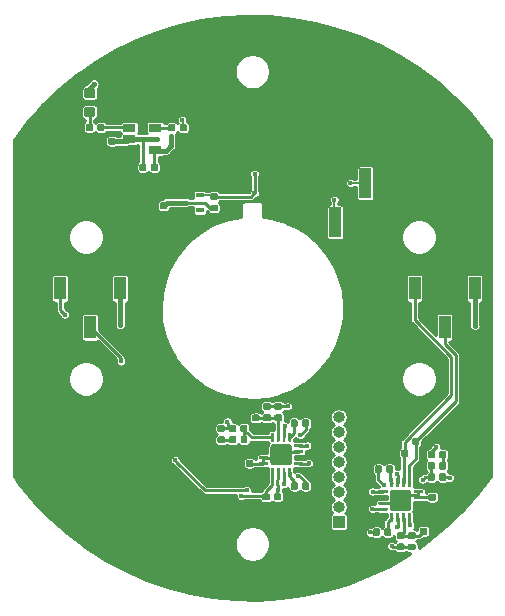
<source format=gbr>
G04 #@! TF.GenerationSoftware,KiCad,Pcbnew,5.1.5-52549c5~84~ubuntu18.04.1*
G04 #@! TF.CreationDate,2019-12-19T20:38:57-05:00*
G04 #@! TF.ProjectId,SwarmBot,53776172-6d42-46f7-942e-6b696361645f,rev?*
G04 #@! TF.SameCoordinates,Original*
G04 #@! TF.FileFunction,Copper,L1,Top*
G04 #@! TF.FilePolarity,Positive*
%FSLAX46Y46*%
G04 Gerber Fmt 4.6, Leading zero omitted, Abs format (unit mm)*
G04 Created by KiCad (PCBNEW 5.1.5-52549c5~84~ubuntu18.04.1) date 2019-12-19 20:38:57*
%MOMM*%
%LPD*%
G04 APERTURE LIST*
%ADD10R,1.000000X2.510000*%
%ADD11C,0.100000*%
%ADD12R,0.650000X0.400000*%
%ADD13R,1.000000X1.900000*%
%ADD14R,1.060000X0.650000*%
%ADD15O,1.000000X1.000000*%
%ADD16R,1.000000X1.000000*%
%ADD17C,0.400000*%
%ADD18C,0.250000*%
%ADD19C,0.450000*%
%ADD20C,0.200000*%
%ADD21C,0.254000*%
G04 APERTURE END LIST*
D10*
X9570000Y10555000D03*
X7030000Y7245000D03*
G04 #@! TA.AperFunction,SMDPad,CuDef*
D11*
G36*
X14366226Y-15416861D02*
G01*
X14372293Y-15417761D01*
X14378243Y-15419251D01*
X14384018Y-15421318D01*
X14389562Y-15423940D01*
X14394823Y-15427093D01*
X14399750Y-15430747D01*
X14404294Y-15434866D01*
X14408413Y-15439410D01*
X14412067Y-15444337D01*
X14415220Y-15449598D01*
X14417842Y-15455142D01*
X14419909Y-15460917D01*
X14421399Y-15466867D01*
X14422299Y-15472934D01*
X14422600Y-15479060D01*
X14422600Y-15604060D01*
X14422299Y-15610186D01*
X14421399Y-15616253D01*
X14419909Y-15622203D01*
X14417842Y-15627978D01*
X14415220Y-15633522D01*
X14412067Y-15638783D01*
X14408413Y-15643710D01*
X14404294Y-15648254D01*
X14399750Y-15652373D01*
X14394823Y-15656027D01*
X14389562Y-15659180D01*
X14384018Y-15661802D01*
X14378243Y-15663869D01*
X14372293Y-15665359D01*
X14366226Y-15666259D01*
X14360100Y-15666560D01*
X13710100Y-15666560D01*
X13703974Y-15666259D01*
X13697907Y-15665359D01*
X13691957Y-15663869D01*
X13686182Y-15661802D01*
X13680638Y-15659180D01*
X13675377Y-15656027D01*
X13670450Y-15652373D01*
X13665906Y-15648254D01*
X13661787Y-15643710D01*
X13658133Y-15638783D01*
X13654980Y-15633522D01*
X13652358Y-15627978D01*
X13650291Y-15622203D01*
X13648801Y-15616253D01*
X13647901Y-15610186D01*
X13647600Y-15604060D01*
X13647600Y-15479060D01*
X13647901Y-15472934D01*
X13648801Y-15466867D01*
X13650291Y-15460917D01*
X13652358Y-15455142D01*
X13654980Y-15449598D01*
X13658133Y-15444337D01*
X13661787Y-15439410D01*
X13665906Y-15434866D01*
X13670450Y-15430747D01*
X13675377Y-15427093D01*
X13680638Y-15423940D01*
X13686182Y-15421318D01*
X13691957Y-15419251D01*
X13697907Y-15417761D01*
X13703974Y-15416861D01*
X13710100Y-15416560D01*
X14360100Y-15416560D01*
X14366226Y-15416861D01*
G37*
G04 #@! TD.AperFunction*
G04 #@! TA.AperFunction,SMDPad,CuDef*
G36*
X14366226Y-15916861D02*
G01*
X14372293Y-15917761D01*
X14378243Y-15919251D01*
X14384018Y-15921318D01*
X14389562Y-15923940D01*
X14394823Y-15927093D01*
X14399750Y-15930747D01*
X14404294Y-15934866D01*
X14408413Y-15939410D01*
X14412067Y-15944337D01*
X14415220Y-15949598D01*
X14417842Y-15955142D01*
X14419909Y-15960917D01*
X14421399Y-15966867D01*
X14422299Y-15972934D01*
X14422600Y-15979060D01*
X14422600Y-16104060D01*
X14422299Y-16110186D01*
X14421399Y-16116253D01*
X14419909Y-16122203D01*
X14417842Y-16127978D01*
X14415220Y-16133522D01*
X14412067Y-16138783D01*
X14408413Y-16143710D01*
X14404294Y-16148254D01*
X14399750Y-16152373D01*
X14394823Y-16156027D01*
X14389562Y-16159180D01*
X14384018Y-16161802D01*
X14378243Y-16163869D01*
X14372293Y-16165359D01*
X14366226Y-16166259D01*
X14360100Y-16166560D01*
X13710100Y-16166560D01*
X13703974Y-16166259D01*
X13697907Y-16165359D01*
X13691957Y-16163869D01*
X13686182Y-16161802D01*
X13680638Y-16159180D01*
X13675377Y-16156027D01*
X13670450Y-16152373D01*
X13665906Y-16148254D01*
X13661787Y-16143710D01*
X13658133Y-16138783D01*
X13654980Y-16133522D01*
X13652358Y-16127978D01*
X13650291Y-16122203D01*
X13648801Y-16116253D01*
X13647901Y-16110186D01*
X13647600Y-16104060D01*
X13647600Y-15979060D01*
X13647901Y-15972934D01*
X13648801Y-15966867D01*
X13650291Y-15960917D01*
X13652358Y-15955142D01*
X13654980Y-15949598D01*
X13658133Y-15944337D01*
X13661787Y-15939410D01*
X13665906Y-15934866D01*
X13670450Y-15930747D01*
X13675377Y-15927093D01*
X13680638Y-15923940D01*
X13686182Y-15921318D01*
X13691957Y-15919251D01*
X13697907Y-15917761D01*
X13703974Y-15916861D01*
X13710100Y-15916560D01*
X14360100Y-15916560D01*
X14366226Y-15916861D01*
G37*
G04 #@! TD.AperFunction*
G04 #@! TA.AperFunction,SMDPad,CuDef*
G36*
X14366226Y-16416861D02*
G01*
X14372293Y-16417761D01*
X14378243Y-16419251D01*
X14384018Y-16421318D01*
X14389562Y-16423940D01*
X14394823Y-16427093D01*
X14399750Y-16430747D01*
X14404294Y-16434866D01*
X14408413Y-16439410D01*
X14412067Y-16444337D01*
X14415220Y-16449598D01*
X14417842Y-16455142D01*
X14419909Y-16460917D01*
X14421399Y-16466867D01*
X14422299Y-16472934D01*
X14422600Y-16479060D01*
X14422600Y-16604060D01*
X14422299Y-16610186D01*
X14421399Y-16616253D01*
X14419909Y-16622203D01*
X14417842Y-16627978D01*
X14415220Y-16633522D01*
X14412067Y-16638783D01*
X14408413Y-16643710D01*
X14404294Y-16648254D01*
X14399750Y-16652373D01*
X14394823Y-16656027D01*
X14389562Y-16659180D01*
X14384018Y-16661802D01*
X14378243Y-16663869D01*
X14372293Y-16665359D01*
X14366226Y-16666259D01*
X14360100Y-16666560D01*
X13710100Y-16666560D01*
X13703974Y-16666259D01*
X13697907Y-16665359D01*
X13691957Y-16663869D01*
X13686182Y-16661802D01*
X13680638Y-16659180D01*
X13675377Y-16656027D01*
X13670450Y-16652373D01*
X13665906Y-16648254D01*
X13661787Y-16643710D01*
X13658133Y-16638783D01*
X13654980Y-16633522D01*
X13652358Y-16627978D01*
X13650291Y-16622203D01*
X13648801Y-16616253D01*
X13647901Y-16610186D01*
X13647600Y-16604060D01*
X13647600Y-16479060D01*
X13647901Y-16472934D01*
X13648801Y-16466867D01*
X13650291Y-16460917D01*
X13652358Y-16455142D01*
X13654980Y-16449598D01*
X13658133Y-16444337D01*
X13661787Y-16439410D01*
X13665906Y-16434866D01*
X13670450Y-16430747D01*
X13675377Y-16427093D01*
X13680638Y-16423940D01*
X13686182Y-16421318D01*
X13691957Y-16419251D01*
X13697907Y-16417761D01*
X13703974Y-16416861D01*
X13710100Y-16416560D01*
X14360100Y-16416560D01*
X14366226Y-16416861D01*
G37*
G04 #@! TD.AperFunction*
G04 #@! TA.AperFunction,SMDPad,CuDef*
G36*
X14366226Y-16916861D02*
G01*
X14372293Y-16917761D01*
X14378243Y-16919251D01*
X14384018Y-16921318D01*
X14389562Y-16923940D01*
X14394823Y-16927093D01*
X14399750Y-16930747D01*
X14404294Y-16934866D01*
X14408413Y-16939410D01*
X14412067Y-16944337D01*
X14415220Y-16949598D01*
X14417842Y-16955142D01*
X14419909Y-16960917D01*
X14421399Y-16966867D01*
X14422299Y-16972934D01*
X14422600Y-16979060D01*
X14422600Y-17104060D01*
X14422299Y-17110186D01*
X14421399Y-17116253D01*
X14419909Y-17122203D01*
X14417842Y-17127978D01*
X14415220Y-17133522D01*
X14412067Y-17138783D01*
X14408413Y-17143710D01*
X14404294Y-17148254D01*
X14399750Y-17152373D01*
X14394823Y-17156027D01*
X14389562Y-17159180D01*
X14384018Y-17161802D01*
X14378243Y-17163869D01*
X14372293Y-17165359D01*
X14366226Y-17166259D01*
X14360100Y-17166560D01*
X13710100Y-17166560D01*
X13703974Y-17166259D01*
X13697907Y-17165359D01*
X13691957Y-17163869D01*
X13686182Y-17161802D01*
X13680638Y-17159180D01*
X13675377Y-17156027D01*
X13670450Y-17152373D01*
X13665906Y-17148254D01*
X13661787Y-17143710D01*
X13658133Y-17138783D01*
X13654980Y-17133522D01*
X13652358Y-17127978D01*
X13650291Y-17122203D01*
X13648801Y-17116253D01*
X13647901Y-17110186D01*
X13647600Y-17104060D01*
X13647600Y-16979060D01*
X13647901Y-16972934D01*
X13648801Y-16966867D01*
X13650291Y-16960917D01*
X13652358Y-16955142D01*
X13654980Y-16949598D01*
X13658133Y-16944337D01*
X13661787Y-16939410D01*
X13665906Y-16934866D01*
X13670450Y-16930747D01*
X13675377Y-16927093D01*
X13680638Y-16923940D01*
X13686182Y-16921318D01*
X13691957Y-16919251D01*
X13697907Y-16917761D01*
X13703974Y-16916861D01*
X13710100Y-16916560D01*
X14360100Y-16916560D01*
X14366226Y-16916861D01*
G37*
G04 #@! TD.AperFunction*
G04 #@! TA.AperFunction,SMDPad,CuDef*
G36*
X13366226Y-17391861D02*
G01*
X13372293Y-17392761D01*
X13378243Y-17394251D01*
X13384018Y-17396318D01*
X13389562Y-17398940D01*
X13394823Y-17402093D01*
X13399750Y-17405747D01*
X13404294Y-17409866D01*
X13408413Y-17414410D01*
X13412067Y-17419337D01*
X13415220Y-17424598D01*
X13417842Y-17430142D01*
X13419909Y-17435917D01*
X13421399Y-17441867D01*
X13422299Y-17447934D01*
X13422600Y-17454060D01*
X13422600Y-18104060D01*
X13422299Y-18110186D01*
X13421399Y-18116253D01*
X13419909Y-18122203D01*
X13417842Y-18127978D01*
X13415220Y-18133522D01*
X13412067Y-18138783D01*
X13408413Y-18143710D01*
X13404294Y-18148254D01*
X13399750Y-18152373D01*
X13394823Y-18156027D01*
X13389562Y-18159180D01*
X13384018Y-18161802D01*
X13378243Y-18163869D01*
X13372293Y-18165359D01*
X13366226Y-18166259D01*
X13360100Y-18166560D01*
X13235100Y-18166560D01*
X13228974Y-18166259D01*
X13222907Y-18165359D01*
X13216957Y-18163869D01*
X13211182Y-18161802D01*
X13205638Y-18159180D01*
X13200377Y-18156027D01*
X13195450Y-18152373D01*
X13190906Y-18148254D01*
X13186787Y-18143710D01*
X13183133Y-18138783D01*
X13179980Y-18133522D01*
X13177358Y-18127978D01*
X13175291Y-18122203D01*
X13173801Y-18116253D01*
X13172901Y-18110186D01*
X13172600Y-18104060D01*
X13172600Y-17454060D01*
X13172901Y-17447934D01*
X13173801Y-17441867D01*
X13175291Y-17435917D01*
X13177358Y-17430142D01*
X13179980Y-17424598D01*
X13183133Y-17419337D01*
X13186787Y-17414410D01*
X13190906Y-17409866D01*
X13195450Y-17405747D01*
X13200377Y-17402093D01*
X13205638Y-17398940D01*
X13211182Y-17396318D01*
X13216957Y-17394251D01*
X13222907Y-17392761D01*
X13228974Y-17391861D01*
X13235100Y-17391560D01*
X13360100Y-17391560D01*
X13366226Y-17391861D01*
G37*
G04 #@! TD.AperFunction*
G04 #@! TA.AperFunction,SMDPad,CuDef*
G36*
X12866226Y-17391861D02*
G01*
X12872293Y-17392761D01*
X12878243Y-17394251D01*
X12884018Y-17396318D01*
X12889562Y-17398940D01*
X12894823Y-17402093D01*
X12899750Y-17405747D01*
X12904294Y-17409866D01*
X12908413Y-17414410D01*
X12912067Y-17419337D01*
X12915220Y-17424598D01*
X12917842Y-17430142D01*
X12919909Y-17435917D01*
X12921399Y-17441867D01*
X12922299Y-17447934D01*
X12922600Y-17454060D01*
X12922600Y-18104060D01*
X12922299Y-18110186D01*
X12921399Y-18116253D01*
X12919909Y-18122203D01*
X12917842Y-18127978D01*
X12915220Y-18133522D01*
X12912067Y-18138783D01*
X12908413Y-18143710D01*
X12904294Y-18148254D01*
X12899750Y-18152373D01*
X12894823Y-18156027D01*
X12889562Y-18159180D01*
X12884018Y-18161802D01*
X12878243Y-18163869D01*
X12872293Y-18165359D01*
X12866226Y-18166259D01*
X12860100Y-18166560D01*
X12735100Y-18166560D01*
X12728974Y-18166259D01*
X12722907Y-18165359D01*
X12716957Y-18163869D01*
X12711182Y-18161802D01*
X12705638Y-18159180D01*
X12700377Y-18156027D01*
X12695450Y-18152373D01*
X12690906Y-18148254D01*
X12686787Y-18143710D01*
X12683133Y-18138783D01*
X12679980Y-18133522D01*
X12677358Y-18127978D01*
X12675291Y-18122203D01*
X12673801Y-18116253D01*
X12672901Y-18110186D01*
X12672600Y-18104060D01*
X12672600Y-17454060D01*
X12672901Y-17447934D01*
X12673801Y-17441867D01*
X12675291Y-17435917D01*
X12677358Y-17430142D01*
X12679980Y-17424598D01*
X12683133Y-17419337D01*
X12686787Y-17414410D01*
X12690906Y-17409866D01*
X12695450Y-17405747D01*
X12700377Y-17402093D01*
X12705638Y-17398940D01*
X12711182Y-17396318D01*
X12716957Y-17394251D01*
X12722907Y-17392761D01*
X12728974Y-17391861D01*
X12735100Y-17391560D01*
X12860100Y-17391560D01*
X12866226Y-17391861D01*
G37*
G04 #@! TD.AperFunction*
G04 #@! TA.AperFunction,SMDPad,CuDef*
G36*
X12366226Y-17391861D02*
G01*
X12372293Y-17392761D01*
X12378243Y-17394251D01*
X12384018Y-17396318D01*
X12389562Y-17398940D01*
X12394823Y-17402093D01*
X12399750Y-17405747D01*
X12404294Y-17409866D01*
X12408413Y-17414410D01*
X12412067Y-17419337D01*
X12415220Y-17424598D01*
X12417842Y-17430142D01*
X12419909Y-17435917D01*
X12421399Y-17441867D01*
X12422299Y-17447934D01*
X12422600Y-17454060D01*
X12422600Y-18104060D01*
X12422299Y-18110186D01*
X12421399Y-18116253D01*
X12419909Y-18122203D01*
X12417842Y-18127978D01*
X12415220Y-18133522D01*
X12412067Y-18138783D01*
X12408413Y-18143710D01*
X12404294Y-18148254D01*
X12399750Y-18152373D01*
X12394823Y-18156027D01*
X12389562Y-18159180D01*
X12384018Y-18161802D01*
X12378243Y-18163869D01*
X12372293Y-18165359D01*
X12366226Y-18166259D01*
X12360100Y-18166560D01*
X12235100Y-18166560D01*
X12228974Y-18166259D01*
X12222907Y-18165359D01*
X12216957Y-18163869D01*
X12211182Y-18161802D01*
X12205638Y-18159180D01*
X12200377Y-18156027D01*
X12195450Y-18152373D01*
X12190906Y-18148254D01*
X12186787Y-18143710D01*
X12183133Y-18138783D01*
X12179980Y-18133522D01*
X12177358Y-18127978D01*
X12175291Y-18122203D01*
X12173801Y-18116253D01*
X12172901Y-18110186D01*
X12172600Y-18104060D01*
X12172600Y-17454060D01*
X12172901Y-17447934D01*
X12173801Y-17441867D01*
X12175291Y-17435917D01*
X12177358Y-17430142D01*
X12179980Y-17424598D01*
X12183133Y-17419337D01*
X12186787Y-17414410D01*
X12190906Y-17409866D01*
X12195450Y-17405747D01*
X12200377Y-17402093D01*
X12205638Y-17398940D01*
X12211182Y-17396318D01*
X12216957Y-17394251D01*
X12222907Y-17392761D01*
X12228974Y-17391861D01*
X12235100Y-17391560D01*
X12360100Y-17391560D01*
X12366226Y-17391861D01*
G37*
G04 #@! TD.AperFunction*
G04 #@! TA.AperFunction,SMDPad,CuDef*
G36*
X11866226Y-17391861D02*
G01*
X11872293Y-17392761D01*
X11878243Y-17394251D01*
X11884018Y-17396318D01*
X11889562Y-17398940D01*
X11894823Y-17402093D01*
X11899750Y-17405747D01*
X11904294Y-17409866D01*
X11908413Y-17414410D01*
X11912067Y-17419337D01*
X11915220Y-17424598D01*
X11917842Y-17430142D01*
X11919909Y-17435917D01*
X11921399Y-17441867D01*
X11922299Y-17447934D01*
X11922600Y-17454060D01*
X11922600Y-18104060D01*
X11922299Y-18110186D01*
X11921399Y-18116253D01*
X11919909Y-18122203D01*
X11917842Y-18127978D01*
X11915220Y-18133522D01*
X11912067Y-18138783D01*
X11908413Y-18143710D01*
X11904294Y-18148254D01*
X11899750Y-18152373D01*
X11894823Y-18156027D01*
X11889562Y-18159180D01*
X11884018Y-18161802D01*
X11878243Y-18163869D01*
X11872293Y-18165359D01*
X11866226Y-18166259D01*
X11860100Y-18166560D01*
X11735100Y-18166560D01*
X11728974Y-18166259D01*
X11722907Y-18165359D01*
X11716957Y-18163869D01*
X11711182Y-18161802D01*
X11705638Y-18159180D01*
X11700377Y-18156027D01*
X11695450Y-18152373D01*
X11690906Y-18148254D01*
X11686787Y-18143710D01*
X11683133Y-18138783D01*
X11679980Y-18133522D01*
X11677358Y-18127978D01*
X11675291Y-18122203D01*
X11673801Y-18116253D01*
X11672901Y-18110186D01*
X11672600Y-18104060D01*
X11672600Y-17454060D01*
X11672901Y-17447934D01*
X11673801Y-17441867D01*
X11675291Y-17435917D01*
X11677358Y-17430142D01*
X11679980Y-17424598D01*
X11683133Y-17419337D01*
X11686787Y-17414410D01*
X11690906Y-17409866D01*
X11695450Y-17405747D01*
X11700377Y-17402093D01*
X11705638Y-17398940D01*
X11711182Y-17396318D01*
X11716957Y-17394251D01*
X11722907Y-17392761D01*
X11728974Y-17391861D01*
X11735100Y-17391560D01*
X11860100Y-17391560D01*
X11866226Y-17391861D01*
G37*
G04 #@! TD.AperFunction*
G04 #@! TA.AperFunction,SMDPad,CuDef*
G36*
X11391226Y-16916861D02*
G01*
X11397293Y-16917761D01*
X11403243Y-16919251D01*
X11409018Y-16921318D01*
X11414562Y-16923940D01*
X11419823Y-16927093D01*
X11424750Y-16930747D01*
X11429294Y-16934866D01*
X11433413Y-16939410D01*
X11437067Y-16944337D01*
X11440220Y-16949598D01*
X11442842Y-16955142D01*
X11444909Y-16960917D01*
X11446399Y-16966867D01*
X11447299Y-16972934D01*
X11447600Y-16979060D01*
X11447600Y-17104060D01*
X11447299Y-17110186D01*
X11446399Y-17116253D01*
X11444909Y-17122203D01*
X11442842Y-17127978D01*
X11440220Y-17133522D01*
X11437067Y-17138783D01*
X11433413Y-17143710D01*
X11429294Y-17148254D01*
X11424750Y-17152373D01*
X11419823Y-17156027D01*
X11414562Y-17159180D01*
X11409018Y-17161802D01*
X11403243Y-17163869D01*
X11397293Y-17165359D01*
X11391226Y-17166259D01*
X11385100Y-17166560D01*
X10735100Y-17166560D01*
X10728974Y-17166259D01*
X10722907Y-17165359D01*
X10716957Y-17163869D01*
X10711182Y-17161802D01*
X10705638Y-17159180D01*
X10700377Y-17156027D01*
X10695450Y-17152373D01*
X10690906Y-17148254D01*
X10686787Y-17143710D01*
X10683133Y-17138783D01*
X10679980Y-17133522D01*
X10677358Y-17127978D01*
X10675291Y-17122203D01*
X10673801Y-17116253D01*
X10672901Y-17110186D01*
X10672600Y-17104060D01*
X10672600Y-16979060D01*
X10672901Y-16972934D01*
X10673801Y-16966867D01*
X10675291Y-16960917D01*
X10677358Y-16955142D01*
X10679980Y-16949598D01*
X10683133Y-16944337D01*
X10686787Y-16939410D01*
X10690906Y-16934866D01*
X10695450Y-16930747D01*
X10700377Y-16927093D01*
X10705638Y-16923940D01*
X10711182Y-16921318D01*
X10716957Y-16919251D01*
X10722907Y-16917761D01*
X10728974Y-16916861D01*
X10735100Y-16916560D01*
X11385100Y-16916560D01*
X11391226Y-16916861D01*
G37*
G04 #@! TD.AperFunction*
G04 #@! TA.AperFunction,SMDPad,CuDef*
G36*
X11391226Y-16416861D02*
G01*
X11397293Y-16417761D01*
X11403243Y-16419251D01*
X11409018Y-16421318D01*
X11414562Y-16423940D01*
X11419823Y-16427093D01*
X11424750Y-16430747D01*
X11429294Y-16434866D01*
X11433413Y-16439410D01*
X11437067Y-16444337D01*
X11440220Y-16449598D01*
X11442842Y-16455142D01*
X11444909Y-16460917D01*
X11446399Y-16466867D01*
X11447299Y-16472934D01*
X11447600Y-16479060D01*
X11447600Y-16604060D01*
X11447299Y-16610186D01*
X11446399Y-16616253D01*
X11444909Y-16622203D01*
X11442842Y-16627978D01*
X11440220Y-16633522D01*
X11437067Y-16638783D01*
X11433413Y-16643710D01*
X11429294Y-16648254D01*
X11424750Y-16652373D01*
X11419823Y-16656027D01*
X11414562Y-16659180D01*
X11409018Y-16661802D01*
X11403243Y-16663869D01*
X11397293Y-16665359D01*
X11391226Y-16666259D01*
X11385100Y-16666560D01*
X10735100Y-16666560D01*
X10728974Y-16666259D01*
X10722907Y-16665359D01*
X10716957Y-16663869D01*
X10711182Y-16661802D01*
X10705638Y-16659180D01*
X10700377Y-16656027D01*
X10695450Y-16652373D01*
X10690906Y-16648254D01*
X10686787Y-16643710D01*
X10683133Y-16638783D01*
X10679980Y-16633522D01*
X10677358Y-16627978D01*
X10675291Y-16622203D01*
X10673801Y-16616253D01*
X10672901Y-16610186D01*
X10672600Y-16604060D01*
X10672600Y-16479060D01*
X10672901Y-16472934D01*
X10673801Y-16466867D01*
X10675291Y-16460917D01*
X10677358Y-16455142D01*
X10679980Y-16449598D01*
X10683133Y-16444337D01*
X10686787Y-16439410D01*
X10690906Y-16434866D01*
X10695450Y-16430747D01*
X10700377Y-16427093D01*
X10705638Y-16423940D01*
X10711182Y-16421318D01*
X10716957Y-16419251D01*
X10722907Y-16417761D01*
X10728974Y-16416861D01*
X10735100Y-16416560D01*
X11385100Y-16416560D01*
X11391226Y-16416861D01*
G37*
G04 #@! TD.AperFunction*
G04 #@! TA.AperFunction,SMDPad,CuDef*
G36*
X11391226Y-15916861D02*
G01*
X11397293Y-15917761D01*
X11403243Y-15919251D01*
X11409018Y-15921318D01*
X11414562Y-15923940D01*
X11419823Y-15927093D01*
X11424750Y-15930747D01*
X11429294Y-15934866D01*
X11433413Y-15939410D01*
X11437067Y-15944337D01*
X11440220Y-15949598D01*
X11442842Y-15955142D01*
X11444909Y-15960917D01*
X11446399Y-15966867D01*
X11447299Y-15972934D01*
X11447600Y-15979060D01*
X11447600Y-16104060D01*
X11447299Y-16110186D01*
X11446399Y-16116253D01*
X11444909Y-16122203D01*
X11442842Y-16127978D01*
X11440220Y-16133522D01*
X11437067Y-16138783D01*
X11433413Y-16143710D01*
X11429294Y-16148254D01*
X11424750Y-16152373D01*
X11419823Y-16156027D01*
X11414562Y-16159180D01*
X11409018Y-16161802D01*
X11403243Y-16163869D01*
X11397293Y-16165359D01*
X11391226Y-16166259D01*
X11385100Y-16166560D01*
X10735100Y-16166560D01*
X10728974Y-16166259D01*
X10722907Y-16165359D01*
X10716957Y-16163869D01*
X10711182Y-16161802D01*
X10705638Y-16159180D01*
X10700377Y-16156027D01*
X10695450Y-16152373D01*
X10690906Y-16148254D01*
X10686787Y-16143710D01*
X10683133Y-16138783D01*
X10679980Y-16133522D01*
X10677358Y-16127978D01*
X10675291Y-16122203D01*
X10673801Y-16116253D01*
X10672901Y-16110186D01*
X10672600Y-16104060D01*
X10672600Y-15979060D01*
X10672901Y-15972934D01*
X10673801Y-15966867D01*
X10675291Y-15960917D01*
X10677358Y-15955142D01*
X10679980Y-15949598D01*
X10683133Y-15944337D01*
X10686787Y-15939410D01*
X10690906Y-15934866D01*
X10695450Y-15930747D01*
X10700377Y-15927093D01*
X10705638Y-15923940D01*
X10711182Y-15921318D01*
X10716957Y-15919251D01*
X10722907Y-15917761D01*
X10728974Y-15916861D01*
X10735100Y-15916560D01*
X11385100Y-15916560D01*
X11391226Y-15916861D01*
G37*
G04 #@! TD.AperFunction*
G04 #@! TA.AperFunction,SMDPad,CuDef*
G36*
X11391226Y-15416861D02*
G01*
X11397293Y-15417761D01*
X11403243Y-15419251D01*
X11409018Y-15421318D01*
X11414562Y-15423940D01*
X11419823Y-15427093D01*
X11424750Y-15430747D01*
X11429294Y-15434866D01*
X11433413Y-15439410D01*
X11437067Y-15444337D01*
X11440220Y-15449598D01*
X11442842Y-15455142D01*
X11444909Y-15460917D01*
X11446399Y-15466867D01*
X11447299Y-15472934D01*
X11447600Y-15479060D01*
X11447600Y-15604060D01*
X11447299Y-15610186D01*
X11446399Y-15616253D01*
X11444909Y-15622203D01*
X11442842Y-15627978D01*
X11440220Y-15633522D01*
X11437067Y-15638783D01*
X11433413Y-15643710D01*
X11429294Y-15648254D01*
X11424750Y-15652373D01*
X11419823Y-15656027D01*
X11414562Y-15659180D01*
X11409018Y-15661802D01*
X11403243Y-15663869D01*
X11397293Y-15665359D01*
X11391226Y-15666259D01*
X11385100Y-15666560D01*
X10735100Y-15666560D01*
X10728974Y-15666259D01*
X10722907Y-15665359D01*
X10716957Y-15663869D01*
X10711182Y-15661802D01*
X10705638Y-15659180D01*
X10700377Y-15656027D01*
X10695450Y-15652373D01*
X10690906Y-15648254D01*
X10686787Y-15643710D01*
X10683133Y-15638783D01*
X10679980Y-15633522D01*
X10677358Y-15627978D01*
X10675291Y-15622203D01*
X10673801Y-15616253D01*
X10672901Y-15610186D01*
X10672600Y-15604060D01*
X10672600Y-15479060D01*
X10672901Y-15472934D01*
X10673801Y-15466867D01*
X10675291Y-15460917D01*
X10677358Y-15455142D01*
X10679980Y-15449598D01*
X10683133Y-15444337D01*
X10686787Y-15439410D01*
X10690906Y-15434866D01*
X10695450Y-15430747D01*
X10700377Y-15427093D01*
X10705638Y-15423940D01*
X10711182Y-15421318D01*
X10716957Y-15419251D01*
X10722907Y-15417761D01*
X10728974Y-15416861D01*
X10735100Y-15416560D01*
X11385100Y-15416560D01*
X11391226Y-15416861D01*
G37*
G04 #@! TD.AperFunction*
G04 #@! TA.AperFunction,SMDPad,CuDef*
G36*
X11866226Y-14416861D02*
G01*
X11872293Y-14417761D01*
X11878243Y-14419251D01*
X11884018Y-14421318D01*
X11889562Y-14423940D01*
X11894823Y-14427093D01*
X11899750Y-14430747D01*
X11904294Y-14434866D01*
X11908413Y-14439410D01*
X11912067Y-14444337D01*
X11915220Y-14449598D01*
X11917842Y-14455142D01*
X11919909Y-14460917D01*
X11921399Y-14466867D01*
X11922299Y-14472934D01*
X11922600Y-14479060D01*
X11922600Y-15129060D01*
X11922299Y-15135186D01*
X11921399Y-15141253D01*
X11919909Y-15147203D01*
X11917842Y-15152978D01*
X11915220Y-15158522D01*
X11912067Y-15163783D01*
X11908413Y-15168710D01*
X11904294Y-15173254D01*
X11899750Y-15177373D01*
X11894823Y-15181027D01*
X11889562Y-15184180D01*
X11884018Y-15186802D01*
X11878243Y-15188869D01*
X11872293Y-15190359D01*
X11866226Y-15191259D01*
X11860100Y-15191560D01*
X11735100Y-15191560D01*
X11728974Y-15191259D01*
X11722907Y-15190359D01*
X11716957Y-15188869D01*
X11711182Y-15186802D01*
X11705638Y-15184180D01*
X11700377Y-15181027D01*
X11695450Y-15177373D01*
X11690906Y-15173254D01*
X11686787Y-15168710D01*
X11683133Y-15163783D01*
X11679980Y-15158522D01*
X11677358Y-15152978D01*
X11675291Y-15147203D01*
X11673801Y-15141253D01*
X11672901Y-15135186D01*
X11672600Y-15129060D01*
X11672600Y-14479060D01*
X11672901Y-14472934D01*
X11673801Y-14466867D01*
X11675291Y-14460917D01*
X11677358Y-14455142D01*
X11679980Y-14449598D01*
X11683133Y-14444337D01*
X11686787Y-14439410D01*
X11690906Y-14434866D01*
X11695450Y-14430747D01*
X11700377Y-14427093D01*
X11705638Y-14423940D01*
X11711182Y-14421318D01*
X11716957Y-14419251D01*
X11722907Y-14417761D01*
X11728974Y-14416861D01*
X11735100Y-14416560D01*
X11860100Y-14416560D01*
X11866226Y-14416861D01*
G37*
G04 #@! TD.AperFunction*
G04 #@! TA.AperFunction,SMDPad,CuDef*
G36*
X12366226Y-14416861D02*
G01*
X12372293Y-14417761D01*
X12378243Y-14419251D01*
X12384018Y-14421318D01*
X12389562Y-14423940D01*
X12394823Y-14427093D01*
X12399750Y-14430747D01*
X12404294Y-14434866D01*
X12408413Y-14439410D01*
X12412067Y-14444337D01*
X12415220Y-14449598D01*
X12417842Y-14455142D01*
X12419909Y-14460917D01*
X12421399Y-14466867D01*
X12422299Y-14472934D01*
X12422600Y-14479060D01*
X12422600Y-15129060D01*
X12422299Y-15135186D01*
X12421399Y-15141253D01*
X12419909Y-15147203D01*
X12417842Y-15152978D01*
X12415220Y-15158522D01*
X12412067Y-15163783D01*
X12408413Y-15168710D01*
X12404294Y-15173254D01*
X12399750Y-15177373D01*
X12394823Y-15181027D01*
X12389562Y-15184180D01*
X12384018Y-15186802D01*
X12378243Y-15188869D01*
X12372293Y-15190359D01*
X12366226Y-15191259D01*
X12360100Y-15191560D01*
X12235100Y-15191560D01*
X12228974Y-15191259D01*
X12222907Y-15190359D01*
X12216957Y-15188869D01*
X12211182Y-15186802D01*
X12205638Y-15184180D01*
X12200377Y-15181027D01*
X12195450Y-15177373D01*
X12190906Y-15173254D01*
X12186787Y-15168710D01*
X12183133Y-15163783D01*
X12179980Y-15158522D01*
X12177358Y-15152978D01*
X12175291Y-15147203D01*
X12173801Y-15141253D01*
X12172901Y-15135186D01*
X12172600Y-15129060D01*
X12172600Y-14479060D01*
X12172901Y-14472934D01*
X12173801Y-14466867D01*
X12175291Y-14460917D01*
X12177358Y-14455142D01*
X12179980Y-14449598D01*
X12183133Y-14444337D01*
X12186787Y-14439410D01*
X12190906Y-14434866D01*
X12195450Y-14430747D01*
X12200377Y-14427093D01*
X12205638Y-14423940D01*
X12211182Y-14421318D01*
X12216957Y-14419251D01*
X12222907Y-14417761D01*
X12228974Y-14416861D01*
X12235100Y-14416560D01*
X12360100Y-14416560D01*
X12366226Y-14416861D01*
G37*
G04 #@! TD.AperFunction*
G04 #@! TA.AperFunction,SMDPad,CuDef*
G36*
X12866226Y-14416861D02*
G01*
X12872293Y-14417761D01*
X12878243Y-14419251D01*
X12884018Y-14421318D01*
X12889562Y-14423940D01*
X12894823Y-14427093D01*
X12899750Y-14430747D01*
X12904294Y-14434866D01*
X12908413Y-14439410D01*
X12912067Y-14444337D01*
X12915220Y-14449598D01*
X12917842Y-14455142D01*
X12919909Y-14460917D01*
X12921399Y-14466867D01*
X12922299Y-14472934D01*
X12922600Y-14479060D01*
X12922600Y-15129060D01*
X12922299Y-15135186D01*
X12921399Y-15141253D01*
X12919909Y-15147203D01*
X12917842Y-15152978D01*
X12915220Y-15158522D01*
X12912067Y-15163783D01*
X12908413Y-15168710D01*
X12904294Y-15173254D01*
X12899750Y-15177373D01*
X12894823Y-15181027D01*
X12889562Y-15184180D01*
X12884018Y-15186802D01*
X12878243Y-15188869D01*
X12872293Y-15190359D01*
X12866226Y-15191259D01*
X12860100Y-15191560D01*
X12735100Y-15191560D01*
X12728974Y-15191259D01*
X12722907Y-15190359D01*
X12716957Y-15188869D01*
X12711182Y-15186802D01*
X12705638Y-15184180D01*
X12700377Y-15181027D01*
X12695450Y-15177373D01*
X12690906Y-15173254D01*
X12686787Y-15168710D01*
X12683133Y-15163783D01*
X12679980Y-15158522D01*
X12677358Y-15152978D01*
X12675291Y-15147203D01*
X12673801Y-15141253D01*
X12672901Y-15135186D01*
X12672600Y-15129060D01*
X12672600Y-14479060D01*
X12672901Y-14472934D01*
X12673801Y-14466867D01*
X12675291Y-14460917D01*
X12677358Y-14455142D01*
X12679980Y-14449598D01*
X12683133Y-14444337D01*
X12686787Y-14439410D01*
X12690906Y-14434866D01*
X12695450Y-14430747D01*
X12700377Y-14427093D01*
X12705638Y-14423940D01*
X12711182Y-14421318D01*
X12716957Y-14419251D01*
X12722907Y-14417761D01*
X12728974Y-14416861D01*
X12735100Y-14416560D01*
X12860100Y-14416560D01*
X12866226Y-14416861D01*
G37*
G04 #@! TD.AperFunction*
G04 #@! TA.AperFunction,SMDPad,CuDef*
G36*
X13366226Y-14416861D02*
G01*
X13372293Y-14417761D01*
X13378243Y-14419251D01*
X13384018Y-14421318D01*
X13389562Y-14423940D01*
X13394823Y-14427093D01*
X13399750Y-14430747D01*
X13404294Y-14434866D01*
X13408413Y-14439410D01*
X13412067Y-14444337D01*
X13415220Y-14449598D01*
X13417842Y-14455142D01*
X13419909Y-14460917D01*
X13421399Y-14466867D01*
X13422299Y-14472934D01*
X13422600Y-14479060D01*
X13422600Y-15129060D01*
X13422299Y-15135186D01*
X13421399Y-15141253D01*
X13419909Y-15147203D01*
X13417842Y-15152978D01*
X13415220Y-15158522D01*
X13412067Y-15163783D01*
X13408413Y-15168710D01*
X13404294Y-15173254D01*
X13399750Y-15177373D01*
X13394823Y-15181027D01*
X13389562Y-15184180D01*
X13384018Y-15186802D01*
X13378243Y-15188869D01*
X13372293Y-15190359D01*
X13366226Y-15191259D01*
X13360100Y-15191560D01*
X13235100Y-15191560D01*
X13228974Y-15191259D01*
X13222907Y-15190359D01*
X13216957Y-15188869D01*
X13211182Y-15186802D01*
X13205638Y-15184180D01*
X13200377Y-15181027D01*
X13195450Y-15177373D01*
X13190906Y-15173254D01*
X13186787Y-15168710D01*
X13183133Y-15163783D01*
X13179980Y-15158522D01*
X13177358Y-15152978D01*
X13175291Y-15147203D01*
X13173801Y-15141253D01*
X13172901Y-15135186D01*
X13172600Y-15129060D01*
X13172600Y-14479060D01*
X13172901Y-14472934D01*
X13173801Y-14466867D01*
X13175291Y-14460917D01*
X13177358Y-14455142D01*
X13179980Y-14449598D01*
X13183133Y-14444337D01*
X13186787Y-14439410D01*
X13190906Y-14434866D01*
X13195450Y-14430747D01*
X13200377Y-14427093D01*
X13205638Y-14423940D01*
X13211182Y-14421318D01*
X13216957Y-14419251D01*
X13222907Y-14417761D01*
X13228974Y-14416861D01*
X13235100Y-14416560D01*
X13360100Y-14416560D01*
X13366226Y-14416861D01*
G37*
G04 #@! TD.AperFunction*
G04 #@! TA.AperFunction,SMDPad,CuDef*
G36*
X13222104Y-15392764D02*
G01*
X13246373Y-15396364D01*
X13270171Y-15402325D01*
X13293271Y-15410590D01*
X13315449Y-15421080D01*
X13336493Y-15433693D01*
X13356198Y-15448307D01*
X13374377Y-15464783D01*
X13390853Y-15482962D01*
X13405467Y-15502667D01*
X13418080Y-15523711D01*
X13428570Y-15545889D01*
X13436835Y-15568989D01*
X13442796Y-15592787D01*
X13446396Y-15617056D01*
X13447600Y-15641560D01*
X13447600Y-16941560D01*
X13446396Y-16966064D01*
X13442796Y-16990333D01*
X13436835Y-17014131D01*
X13428570Y-17037231D01*
X13418080Y-17059409D01*
X13405467Y-17080453D01*
X13390853Y-17100158D01*
X13374377Y-17118337D01*
X13356198Y-17134813D01*
X13336493Y-17149427D01*
X13315449Y-17162040D01*
X13293271Y-17172530D01*
X13270171Y-17180795D01*
X13246373Y-17186756D01*
X13222104Y-17190356D01*
X13197600Y-17191560D01*
X11897600Y-17191560D01*
X11873096Y-17190356D01*
X11848827Y-17186756D01*
X11825029Y-17180795D01*
X11801929Y-17172530D01*
X11779751Y-17162040D01*
X11758707Y-17149427D01*
X11739002Y-17134813D01*
X11720823Y-17118337D01*
X11704347Y-17100158D01*
X11689733Y-17080453D01*
X11677120Y-17059409D01*
X11666630Y-17037231D01*
X11658365Y-17014131D01*
X11652404Y-16990333D01*
X11648804Y-16966064D01*
X11647600Y-16941560D01*
X11647600Y-15641560D01*
X11648804Y-15617056D01*
X11652404Y-15592787D01*
X11658365Y-15568989D01*
X11666630Y-15545889D01*
X11677120Y-15523711D01*
X11689733Y-15502667D01*
X11704347Y-15482962D01*
X11720823Y-15464783D01*
X11739002Y-15448307D01*
X11758707Y-15433693D01*
X11779751Y-15421080D01*
X11801929Y-15410590D01*
X11825029Y-15402325D01*
X11848827Y-15396364D01*
X11873096Y-15392764D01*
X11897600Y-15391560D01*
X13197600Y-15391560D01*
X13222104Y-15392764D01*
G37*
G04 #@! TD.AperFunction*
G04 #@! TA.AperFunction,SMDPad,CuDef*
G36*
X1271866Y-13061141D02*
G01*
X1277933Y-13062041D01*
X1283883Y-13063531D01*
X1289658Y-13065598D01*
X1295202Y-13068220D01*
X1300463Y-13071373D01*
X1305390Y-13075027D01*
X1309934Y-13079146D01*
X1314053Y-13083690D01*
X1317707Y-13088617D01*
X1320860Y-13093878D01*
X1323482Y-13099422D01*
X1325549Y-13105197D01*
X1327039Y-13111147D01*
X1327939Y-13117214D01*
X1328240Y-13123340D01*
X1328240Y-13248340D01*
X1327939Y-13254466D01*
X1327039Y-13260533D01*
X1325549Y-13266483D01*
X1323482Y-13272258D01*
X1320860Y-13277802D01*
X1317707Y-13283063D01*
X1314053Y-13287990D01*
X1309934Y-13292534D01*
X1305390Y-13296653D01*
X1300463Y-13300307D01*
X1295202Y-13303460D01*
X1289658Y-13306082D01*
X1283883Y-13308149D01*
X1277933Y-13309639D01*
X1271866Y-13310539D01*
X1265740Y-13310840D01*
X615740Y-13310840D01*
X609614Y-13310539D01*
X603547Y-13309639D01*
X597597Y-13308149D01*
X591822Y-13306082D01*
X586278Y-13303460D01*
X581017Y-13300307D01*
X576090Y-13296653D01*
X571546Y-13292534D01*
X567427Y-13287990D01*
X563773Y-13283063D01*
X560620Y-13277802D01*
X557998Y-13272258D01*
X555931Y-13266483D01*
X554441Y-13260533D01*
X553541Y-13254466D01*
X553240Y-13248340D01*
X553240Y-13123340D01*
X553541Y-13117214D01*
X554441Y-13111147D01*
X555931Y-13105197D01*
X557998Y-13099422D01*
X560620Y-13093878D01*
X563773Y-13088617D01*
X567427Y-13083690D01*
X571546Y-13079146D01*
X576090Y-13075027D01*
X581017Y-13071373D01*
X586278Y-13068220D01*
X591822Y-13065598D01*
X597597Y-13063531D01*
X603547Y-13062041D01*
X609614Y-13061141D01*
X615740Y-13060840D01*
X1265740Y-13060840D01*
X1271866Y-13061141D01*
G37*
G04 #@! TD.AperFunction*
G04 #@! TA.AperFunction,SMDPad,CuDef*
G36*
X1271866Y-12561141D02*
G01*
X1277933Y-12562041D01*
X1283883Y-12563531D01*
X1289658Y-12565598D01*
X1295202Y-12568220D01*
X1300463Y-12571373D01*
X1305390Y-12575027D01*
X1309934Y-12579146D01*
X1314053Y-12583690D01*
X1317707Y-12588617D01*
X1320860Y-12593878D01*
X1323482Y-12599422D01*
X1325549Y-12605197D01*
X1327039Y-12611147D01*
X1327939Y-12617214D01*
X1328240Y-12623340D01*
X1328240Y-12748340D01*
X1327939Y-12754466D01*
X1327039Y-12760533D01*
X1325549Y-12766483D01*
X1323482Y-12772258D01*
X1320860Y-12777802D01*
X1317707Y-12783063D01*
X1314053Y-12787990D01*
X1309934Y-12792534D01*
X1305390Y-12796653D01*
X1300463Y-12800307D01*
X1295202Y-12803460D01*
X1289658Y-12806082D01*
X1283883Y-12808149D01*
X1277933Y-12809639D01*
X1271866Y-12810539D01*
X1265740Y-12810840D01*
X615740Y-12810840D01*
X609614Y-12810539D01*
X603547Y-12809639D01*
X597597Y-12808149D01*
X591822Y-12806082D01*
X586278Y-12803460D01*
X581017Y-12800307D01*
X576090Y-12796653D01*
X571546Y-12792534D01*
X567427Y-12787990D01*
X563773Y-12783063D01*
X560620Y-12777802D01*
X557998Y-12772258D01*
X555931Y-12766483D01*
X554441Y-12760533D01*
X553541Y-12754466D01*
X553240Y-12748340D01*
X553240Y-12623340D01*
X553541Y-12617214D01*
X554441Y-12611147D01*
X555931Y-12605197D01*
X557998Y-12599422D01*
X560620Y-12593878D01*
X563773Y-12588617D01*
X567427Y-12583690D01*
X571546Y-12579146D01*
X576090Y-12575027D01*
X581017Y-12571373D01*
X586278Y-12568220D01*
X591822Y-12565598D01*
X597597Y-12563531D01*
X603547Y-12562041D01*
X609614Y-12561141D01*
X615740Y-12560840D01*
X1265740Y-12560840D01*
X1271866Y-12561141D01*
G37*
G04 #@! TD.AperFunction*
G04 #@! TA.AperFunction,SMDPad,CuDef*
G36*
X1271866Y-12061141D02*
G01*
X1277933Y-12062041D01*
X1283883Y-12063531D01*
X1289658Y-12065598D01*
X1295202Y-12068220D01*
X1300463Y-12071373D01*
X1305390Y-12075027D01*
X1309934Y-12079146D01*
X1314053Y-12083690D01*
X1317707Y-12088617D01*
X1320860Y-12093878D01*
X1323482Y-12099422D01*
X1325549Y-12105197D01*
X1327039Y-12111147D01*
X1327939Y-12117214D01*
X1328240Y-12123340D01*
X1328240Y-12248340D01*
X1327939Y-12254466D01*
X1327039Y-12260533D01*
X1325549Y-12266483D01*
X1323482Y-12272258D01*
X1320860Y-12277802D01*
X1317707Y-12283063D01*
X1314053Y-12287990D01*
X1309934Y-12292534D01*
X1305390Y-12296653D01*
X1300463Y-12300307D01*
X1295202Y-12303460D01*
X1289658Y-12306082D01*
X1283883Y-12308149D01*
X1277933Y-12309639D01*
X1271866Y-12310539D01*
X1265740Y-12310840D01*
X615740Y-12310840D01*
X609614Y-12310539D01*
X603547Y-12309639D01*
X597597Y-12308149D01*
X591822Y-12306082D01*
X586278Y-12303460D01*
X581017Y-12300307D01*
X576090Y-12296653D01*
X571546Y-12292534D01*
X567427Y-12287990D01*
X563773Y-12283063D01*
X560620Y-12277802D01*
X557998Y-12272258D01*
X555931Y-12266483D01*
X554441Y-12260533D01*
X553541Y-12254466D01*
X553240Y-12248340D01*
X553240Y-12123340D01*
X553541Y-12117214D01*
X554441Y-12111147D01*
X555931Y-12105197D01*
X557998Y-12099422D01*
X560620Y-12093878D01*
X563773Y-12088617D01*
X567427Y-12083690D01*
X571546Y-12079146D01*
X576090Y-12075027D01*
X581017Y-12071373D01*
X586278Y-12068220D01*
X591822Y-12065598D01*
X597597Y-12063531D01*
X603547Y-12062041D01*
X609614Y-12061141D01*
X615740Y-12060840D01*
X1265740Y-12060840D01*
X1271866Y-12061141D01*
G37*
G04 #@! TD.AperFunction*
G04 #@! TA.AperFunction,SMDPad,CuDef*
G36*
X1271866Y-11561141D02*
G01*
X1277933Y-11562041D01*
X1283883Y-11563531D01*
X1289658Y-11565598D01*
X1295202Y-11568220D01*
X1300463Y-11571373D01*
X1305390Y-11575027D01*
X1309934Y-11579146D01*
X1314053Y-11583690D01*
X1317707Y-11588617D01*
X1320860Y-11593878D01*
X1323482Y-11599422D01*
X1325549Y-11605197D01*
X1327039Y-11611147D01*
X1327939Y-11617214D01*
X1328240Y-11623340D01*
X1328240Y-11748340D01*
X1327939Y-11754466D01*
X1327039Y-11760533D01*
X1325549Y-11766483D01*
X1323482Y-11772258D01*
X1320860Y-11777802D01*
X1317707Y-11783063D01*
X1314053Y-11787990D01*
X1309934Y-11792534D01*
X1305390Y-11796653D01*
X1300463Y-11800307D01*
X1295202Y-11803460D01*
X1289658Y-11806082D01*
X1283883Y-11808149D01*
X1277933Y-11809639D01*
X1271866Y-11810539D01*
X1265740Y-11810840D01*
X615740Y-11810840D01*
X609614Y-11810539D01*
X603547Y-11809639D01*
X597597Y-11808149D01*
X591822Y-11806082D01*
X586278Y-11803460D01*
X581017Y-11800307D01*
X576090Y-11796653D01*
X571546Y-11792534D01*
X567427Y-11787990D01*
X563773Y-11783063D01*
X560620Y-11777802D01*
X557998Y-11772258D01*
X555931Y-11766483D01*
X554441Y-11760533D01*
X553541Y-11754466D01*
X553240Y-11748340D01*
X553240Y-11623340D01*
X553541Y-11617214D01*
X554441Y-11611147D01*
X555931Y-11605197D01*
X557998Y-11599422D01*
X560620Y-11593878D01*
X563773Y-11588617D01*
X567427Y-11583690D01*
X571546Y-11579146D01*
X576090Y-11575027D01*
X581017Y-11571373D01*
X586278Y-11568220D01*
X591822Y-11565598D01*
X597597Y-11563531D01*
X603547Y-11562041D01*
X609614Y-11561141D01*
X615740Y-11560840D01*
X1265740Y-11560840D01*
X1271866Y-11561141D01*
G37*
G04 #@! TD.AperFunction*
G04 #@! TA.AperFunction,SMDPad,CuDef*
G36*
X1746866Y-10561141D02*
G01*
X1752933Y-10562041D01*
X1758883Y-10563531D01*
X1764658Y-10565598D01*
X1770202Y-10568220D01*
X1775463Y-10571373D01*
X1780390Y-10575027D01*
X1784934Y-10579146D01*
X1789053Y-10583690D01*
X1792707Y-10588617D01*
X1795860Y-10593878D01*
X1798482Y-10599422D01*
X1800549Y-10605197D01*
X1802039Y-10611147D01*
X1802939Y-10617214D01*
X1803240Y-10623340D01*
X1803240Y-11273340D01*
X1802939Y-11279466D01*
X1802039Y-11285533D01*
X1800549Y-11291483D01*
X1798482Y-11297258D01*
X1795860Y-11302802D01*
X1792707Y-11308063D01*
X1789053Y-11312990D01*
X1784934Y-11317534D01*
X1780390Y-11321653D01*
X1775463Y-11325307D01*
X1770202Y-11328460D01*
X1764658Y-11331082D01*
X1758883Y-11333149D01*
X1752933Y-11334639D01*
X1746866Y-11335539D01*
X1740740Y-11335840D01*
X1615740Y-11335840D01*
X1609614Y-11335539D01*
X1603547Y-11334639D01*
X1597597Y-11333149D01*
X1591822Y-11331082D01*
X1586278Y-11328460D01*
X1581017Y-11325307D01*
X1576090Y-11321653D01*
X1571546Y-11317534D01*
X1567427Y-11312990D01*
X1563773Y-11308063D01*
X1560620Y-11302802D01*
X1557998Y-11297258D01*
X1555931Y-11291483D01*
X1554441Y-11285533D01*
X1553541Y-11279466D01*
X1553240Y-11273340D01*
X1553240Y-10623340D01*
X1553541Y-10617214D01*
X1554441Y-10611147D01*
X1555931Y-10605197D01*
X1557998Y-10599422D01*
X1560620Y-10593878D01*
X1563773Y-10588617D01*
X1567427Y-10583690D01*
X1571546Y-10579146D01*
X1576090Y-10575027D01*
X1581017Y-10571373D01*
X1586278Y-10568220D01*
X1591822Y-10565598D01*
X1597597Y-10563531D01*
X1603547Y-10562041D01*
X1609614Y-10561141D01*
X1615740Y-10560840D01*
X1740740Y-10560840D01*
X1746866Y-10561141D01*
G37*
G04 #@! TD.AperFunction*
G04 #@! TA.AperFunction,SMDPad,CuDef*
G36*
X2246866Y-10561141D02*
G01*
X2252933Y-10562041D01*
X2258883Y-10563531D01*
X2264658Y-10565598D01*
X2270202Y-10568220D01*
X2275463Y-10571373D01*
X2280390Y-10575027D01*
X2284934Y-10579146D01*
X2289053Y-10583690D01*
X2292707Y-10588617D01*
X2295860Y-10593878D01*
X2298482Y-10599422D01*
X2300549Y-10605197D01*
X2302039Y-10611147D01*
X2302939Y-10617214D01*
X2303240Y-10623340D01*
X2303240Y-11273340D01*
X2302939Y-11279466D01*
X2302039Y-11285533D01*
X2300549Y-11291483D01*
X2298482Y-11297258D01*
X2295860Y-11302802D01*
X2292707Y-11308063D01*
X2289053Y-11312990D01*
X2284934Y-11317534D01*
X2280390Y-11321653D01*
X2275463Y-11325307D01*
X2270202Y-11328460D01*
X2264658Y-11331082D01*
X2258883Y-11333149D01*
X2252933Y-11334639D01*
X2246866Y-11335539D01*
X2240740Y-11335840D01*
X2115740Y-11335840D01*
X2109614Y-11335539D01*
X2103547Y-11334639D01*
X2097597Y-11333149D01*
X2091822Y-11331082D01*
X2086278Y-11328460D01*
X2081017Y-11325307D01*
X2076090Y-11321653D01*
X2071546Y-11317534D01*
X2067427Y-11312990D01*
X2063773Y-11308063D01*
X2060620Y-11302802D01*
X2057998Y-11297258D01*
X2055931Y-11291483D01*
X2054441Y-11285533D01*
X2053541Y-11279466D01*
X2053240Y-11273340D01*
X2053240Y-10623340D01*
X2053541Y-10617214D01*
X2054441Y-10611147D01*
X2055931Y-10605197D01*
X2057998Y-10599422D01*
X2060620Y-10593878D01*
X2063773Y-10588617D01*
X2067427Y-10583690D01*
X2071546Y-10579146D01*
X2076090Y-10575027D01*
X2081017Y-10571373D01*
X2086278Y-10568220D01*
X2091822Y-10565598D01*
X2097597Y-10563531D01*
X2103547Y-10562041D01*
X2109614Y-10561141D01*
X2115740Y-10560840D01*
X2240740Y-10560840D01*
X2246866Y-10561141D01*
G37*
G04 #@! TD.AperFunction*
G04 #@! TA.AperFunction,SMDPad,CuDef*
G36*
X2746866Y-10561141D02*
G01*
X2752933Y-10562041D01*
X2758883Y-10563531D01*
X2764658Y-10565598D01*
X2770202Y-10568220D01*
X2775463Y-10571373D01*
X2780390Y-10575027D01*
X2784934Y-10579146D01*
X2789053Y-10583690D01*
X2792707Y-10588617D01*
X2795860Y-10593878D01*
X2798482Y-10599422D01*
X2800549Y-10605197D01*
X2802039Y-10611147D01*
X2802939Y-10617214D01*
X2803240Y-10623340D01*
X2803240Y-11273340D01*
X2802939Y-11279466D01*
X2802039Y-11285533D01*
X2800549Y-11291483D01*
X2798482Y-11297258D01*
X2795860Y-11302802D01*
X2792707Y-11308063D01*
X2789053Y-11312990D01*
X2784934Y-11317534D01*
X2780390Y-11321653D01*
X2775463Y-11325307D01*
X2770202Y-11328460D01*
X2764658Y-11331082D01*
X2758883Y-11333149D01*
X2752933Y-11334639D01*
X2746866Y-11335539D01*
X2740740Y-11335840D01*
X2615740Y-11335840D01*
X2609614Y-11335539D01*
X2603547Y-11334639D01*
X2597597Y-11333149D01*
X2591822Y-11331082D01*
X2586278Y-11328460D01*
X2581017Y-11325307D01*
X2576090Y-11321653D01*
X2571546Y-11317534D01*
X2567427Y-11312990D01*
X2563773Y-11308063D01*
X2560620Y-11302802D01*
X2557998Y-11297258D01*
X2555931Y-11291483D01*
X2554441Y-11285533D01*
X2553541Y-11279466D01*
X2553240Y-11273340D01*
X2553240Y-10623340D01*
X2553541Y-10617214D01*
X2554441Y-10611147D01*
X2555931Y-10605197D01*
X2557998Y-10599422D01*
X2560620Y-10593878D01*
X2563773Y-10588617D01*
X2567427Y-10583690D01*
X2571546Y-10579146D01*
X2576090Y-10575027D01*
X2581017Y-10571373D01*
X2586278Y-10568220D01*
X2591822Y-10565598D01*
X2597597Y-10563531D01*
X2603547Y-10562041D01*
X2609614Y-10561141D01*
X2615740Y-10560840D01*
X2740740Y-10560840D01*
X2746866Y-10561141D01*
G37*
G04 #@! TD.AperFunction*
G04 #@! TA.AperFunction,SMDPad,CuDef*
G36*
X3246866Y-10561141D02*
G01*
X3252933Y-10562041D01*
X3258883Y-10563531D01*
X3264658Y-10565598D01*
X3270202Y-10568220D01*
X3275463Y-10571373D01*
X3280390Y-10575027D01*
X3284934Y-10579146D01*
X3289053Y-10583690D01*
X3292707Y-10588617D01*
X3295860Y-10593878D01*
X3298482Y-10599422D01*
X3300549Y-10605197D01*
X3302039Y-10611147D01*
X3302939Y-10617214D01*
X3303240Y-10623340D01*
X3303240Y-11273340D01*
X3302939Y-11279466D01*
X3302039Y-11285533D01*
X3300549Y-11291483D01*
X3298482Y-11297258D01*
X3295860Y-11302802D01*
X3292707Y-11308063D01*
X3289053Y-11312990D01*
X3284934Y-11317534D01*
X3280390Y-11321653D01*
X3275463Y-11325307D01*
X3270202Y-11328460D01*
X3264658Y-11331082D01*
X3258883Y-11333149D01*
X3252933Y-11334639D01*
X3246866Y-11335539D01*
X3240740Y-11335840D01*
X3115740Y-11335840D01*
X3109614Y-11335539D01*
X3103547Y-11334639D01*
X3097597Y-11333149D01*
X3091822Y-11331082D01*
X3086278Y-11328460D01*
X3081017Y-11325307D01*
X3076090Y-11321653D01*
X3071546Y-11317534D01*
X3067427Y-11312990D01*
X3063773Y-11308063D01*
X3060620Y-11302802D01*
X3057998Y-11297258D01*
X3055931Y-11291483D01*
X3054441Y-11285533D01*
X3053541Y-11279466D01*
X3053240Y-11273340D01*
X3053240Y-10623340D01*
X3053541Y-10617214D01*
X3054441Y-10611147D01*
X3055931Y-10605197D01*
X3057998Y-10599422D01*
X3060620Y-10593878D01*
X3063773Y-10588617D01*
X3067427Y-10583690D01*
X3071546Y-10579146D01*
X3076090Y-10575027D01*
X3081017Y-10571373D01*
X3086278Y-10568220D01*
X3091822Y-10565598D01*
X3097597Y-10563531D01*
X3103547Y-10562041D01*
X3109614Y-10561141D01*
X3115740Y-10560840D01*
X3240740Y-10560840D01*
X3246866Y-10561141D01*
G37*
G04 #@! TD.AperFunction*
G04 #@! TA.AperFunction,SMDPad,CuDef*
G36*
X4246866Y-11561141D02*
G01*
X4252933Y-11562041D01*
X4258883Y-11563531D01*
X4264658Y-11565598D01*
X4270202Y-11568220D01*
X4275463Y-11571373D01*
X4280390Y-11575027D01*
X4284934Y-11579146D01*
X4289053Y-11583690D01*
X4292707Y-11588617D01*
X4295860Y-11593878D01*
X4298482Y-11599422D01*
X4300549Y-11605197D01*
X4302039Y-11611147D01*
X4302939Y-11617214D01*
X4303240Y-11623340D01*
X4303240Y-11748340D01*
X4302939Y-11754466D01*
X4302039Y-11760533D01*
X4300549Y-11766483D01*
X4298482Y-11772258D01*
X4295860Y-11777802D01*
X4292707Y-11783063D01*
X4289053Y-11787990D01*
X4284934Y-11792534D01*
X4280390Y-11796653D01*
X4275463Y-11800307D01*
X4270202Y-11803460D01*
X4264658Y-11806082D01*
X4258883Y-11808149D01*
X4252933Y-11809639D01*
X4246866Y-11810539D01*
X4240740Y-11810840D01*
X3590740Y-11810840D01*
X3584614Y-11810539D01*
X3578547Y-11809639D01*
X3572597Y-11808149D01*
X3566822Y-11806082D01*
X3561278Y-11803460D01*
X3556017Y-11800307D01*
X3551090Y-11796653D01*
X3546546Y-11792534D01*
X3542427Y-11787990D01*
X3538773Y-11783063D01*
X3535620Y-11777802D01*
X3532998Y-11772258D01*
X3530931Y-11766483D01*
X3529441Y-11760533D01*
X3528541Y-11754466D01*
X3528240Y-11748340D01*
X3528240Y-11623340D01*
X3528541Y-11617214D01*
X3529441Y-11611147D01*
X3530931Y-11605197D01*
X3532998Y-11599422D01*
X3535620Y-11593878D01*
X3538773Y-11588617D01*
X3542427Y-11583690D01*
X3546546Y-11579146D01*
X3551090Y-11575027D01*
X3556017Y-11571373D01*
X3561278Y-11568220D01*
X3566822Y-11565598D01*
X3572597Y-11563531D01*
X3578547Y-11562041D01*
X3584614Y-11561141D01*
X3590740Y-11560840D01*
X4240740Y-11560840D01*
X4246866Y-11561141D01*
G37*
G04 #@! TD.AperFunction*
G04 #@! TA.AperFunction,SMDPad,CuDef*
G36*
X4246866Y-12061141D02*
G01*
X4252933Y-12062041D01*
X4258883Y-12063531D01*
X4264658Y-12065598D01*
X4270202Y-12068220D01*
X4275463Y-12071373D01*
X4280390Y-12075027D01*
X4284934Y-12079146D01*
X4289053Y-12083690D01*
X4292707Y-12088617D01*
X4295860Y-12093878D01*
X4298482Y-12099422D01*
X4300549Y-12105197D01*
X4302039Y-12111147D01*
X4302939Y-12117214D01*
X4303240Y-12123340D01*
X4303240Y-12248340D01*
X4302939Y-12254466D01*
X4302039Y-12260533D01*
X4300549Y-12266483D01*
X4298482Y-12272258D01*
X4295860Y-12277802D01*
X4292707Y-12283063D01*
X4289053Y-12287990D01*
X4284934Y-12292534D01*
X4280390Y-12296653D01*
X4275463Y-12300307D01*
X4270202Y-12303460D01*
X4264658Y-12306082D01*
X4258883Y-12308149D01*
X4252933Y-12309639D01*
X4246866Y-12310539D01*
X4240740Y-12310840D01*
X3590740Y-12310840D01*
X3584614Y-12310539D01*
X3578547Y-12309639D01*
X3572597Y-12308149D01*
X3566822Y-12306082D01*
X3561278Y-12303460D01*
X3556017Y-12300307D01*
X3551090Y-12296653D01*
X3546546Y-12292534D01*
X3542427Y-12287990D01*
X3538773Y-12283063D01*
X3535620Y-12277802D01*
X3532998Y-12272258D01*
X3530931Y-12266483D01*
X3529441Y-12260533D01*
X3528541Y-12254466D01*
X3528240Y-12248340D01*
X3528240Y-12123340D01*
X3528541Y-12117214D01*
X3529441Y-12111147D01*
X3530931Y-12105197D01*
X3532998Y-12099422D01*
X3535620Y-12093878D01*
X3538773Y-12088617D01*
X3542427Y-12083690D01*
X3546546Y-12079146D01*
X3551090Y-12075027D01*
X3556017Y-12071373D01*
X3561278Y-12068220D01*
X3566822Y-12065598D01*
X3572597Y-12063531D01*
X3578547Y-12062041D01*
X3584614Y-12061141D01*
X3590740Y-12060840D01*
X4240740Y-12060840D01*
X4246866Y-12061141D01*
G37*
G04 #@! TD.AperFunction*
G04 #@! TA.AperFunction,SMDPad,CuDef*
G36*
X4246866Y-12561141D02*
G01*
X4252933Y-12562041D01*
X4258883Y-12563531D01*
X4264658Y-12565598D01*
X4270202Y-12568220D01*
X4275463Y-12571373D01*
X4280390Y-12575027D01*
X4284934Y-12579146D01*
X4289053Y-12583690D01*
X4292707Y-12588617D01*
X4295860Y-12593878D01*
X4298482Y-12599422D01*
X4300549Y-12605197D01*
X4302039Y-12611147D01*
X4302939Y-12617214D01*
X4303240Y-12623340D01*
X4303240Y-12748340D01*
X4302939Y-12754466D01*
X4302039Y-12760533D01*
X4300549Y-12766483D01*
X4298482Y-12772258D01*
X4295860Y-12777802D01*
X4292707Y-12783063D01*
X4289053Y-12787990D01*
X4284934Y-12792534D01*
X4280390Y-12796653D01*
X4275463Y-12800307D01*
X4270202Y-12803460D01*
X4264658Y-12806082D01*
X4258883Y-12808149D01*
X4252933Y-12809639D01*
X4246866Y-12810539D01*
X4240740Y-12810840D01*
X3590740Y-12810840D01*
X3584614Y-12810539D01*
X3578547Y-12809639D01*
X3572597Y-12808149D01*
X3566822Y-12806082D01*
X3561278Y-12803460D01*
X3556017Y-12800307D01*
X3551090Y-12796653D01*
X3546546Y-12792534D01*
X3542427Y-12787990D01*
X3538773Y-12783063D01*
X3535620Y-12777802D01*
X3532998Y-12772258D01*
X3530931Y-12766483D01*
X3529441Y-12760533D01*
X3528541Y-12754466D01*
X3528240Y-12748340D01*
X3528240Y-12623340D01*
X3528541Y-12617214D01*
X3529441Y-12611147D01*
X3530931Y-12605197D01*
X3532998Y-12599422D01*
X3535620Y-12593878D01*
X3538773Y-12588617D01*
X3542427Y-12583690D01*
X3546546Y-12579146D01*
X3551090Y-12575027D01*
X3556017Y-12571373D01*
X3561278Y-12568220D01*
X3566822Y-12565598D01*
X3572597Y-12563531D01*
X3578547Y-12562041D01*
X3584614Y-12561141D01*
X3590740Y-12560840D01*
X4240740Y-12560840D01*
X4246866Y-12561141D01*
G37*
G04 #@! TD.AperFunction*
G04 #@! TA.AperFunction,SMDPad,CuDef*
G36*
X4246866Y-13061141D02*
G01*
X4252933Y-13062041D01*
X4258883Y-13063531D01*
X4264658Y-13065598D01*
X4270202Y-13068220D01*
X4275463Y-13071373D01*
X4280390Y-13075027D01*
X4284934Y-13079146D01*
X4289053Y-13083690D01*
X4292707Y-13088617D01*
X4295860Y-13093878D01*
X4298482Y-13099422D01*
X4300549Y-13105197D01*
X4302039Y-13111147D01*
X4302939Y-13117214D01*
X4303240Y-13123340D01*
X4303240Y-13248340D01*
X4302939Y-13254466D01*
X4302039Y-13260533D01*
X4300549Y-13266483D01*
X4298482Y-13272258D01*
X4295860Y-13277802D01*
X4292707Y-13283063D01*
X4289053Y-13287990D01*
X4284934Y-13292534D01*
X4280390Y-13296653D01*
X4275463Y-13300307D01*
X4270202Y-13303460D01*
X4264658Y-13306082D01*
X4258883Y-13308149D01*
X4252933Y-13309639D01*
X4246866Y-13310539D01*
X4240740Y-13310840D01*
X3590740Y-13310840D01*
X3584614Y-13310539D01*
X3578547Y-13309639D01*
X3572597Y-13308149D01*
X3566822Y-13306082D01*
X3561278Y-13303460D01*
X3556017Y-13300307D01*
X3551090Y-13296653D01*
X3546546Y-13292534D01*
X3542427Y-13287990D01*
X3538773Y-13283063D01*
X3535620Y-13277802D01*
X3532998Y-13272258D01*
X3530931Y-13266483D01*
X3529441Y-13260533D01*
X3528541Y-13254466D01*
X3528240Y-13248340D01*
X3528240Y-13123340D01*
X3528541Y-13117214D01*
X3529441Y-13111147D01*
X3530931Y-13105197D01*
X3532998Y-13099422D01*
X3535620Y-13093878D01*
X3538773Y-13088617D01*
X3542427Y-13083690D01*
X3546546Y-13079146D01*
X3551090Y-13075027D01*
X3556017Y-13071373D01*
X3561278Y-13068220D01*
X3566822Y-13065598D01*
X3572597Y-13063531D01*
X3578547Y-13062041D01*
X3584614Y-13061141D01*
X3590740Y-13060840D01*
X4240740Y-13060840D01*
X4246866Y-13061141D01*
G37*
G04 #@! TD.AperFunction*
G04 #@! TA.AperFunction,SMDPad,CuDef*
G36*
X3246866Y-13536141D02*
G01*
X3252933Y-13537041D01*
X3258883Y-13538531D01*
X3264658Y-13540598D01*
X3270202Y-13543220D01*
X3275463Y-13546373D01*
X3280390Y-13550027D01*
X3284934Y-13554146D01*
X3289053Y-13558690D01*
X3292707Y-13563617D01*
X3295860Y-13568878D01*
X3298482Y-13574422D01*
X3300549Y-13580197D01*
X3302039Y-13586147D01*
X3302939Y-13592214D01*
X3303240Y-13598340D01*
X3303240Y-14248340D01*
X3302939Y-14254466D01*
X3302039Y-14260533D01*
X3300549Y-14266483D01*
X3298482Y-14272258D01*
X3295860Y-14277802D01*
X3292707Y-14283063D01*
X3289053Y-14287990D01*
X3284934Y-14292534D01*
X3280390Y-14296653D01*
X3275463Y-14300307D01*
X3270202Y-14303460D01*
X3264658Y-14306082D01*
X3258883Y-14308149D01*
X3252933Y-14309639D01*
X3246866Y-14310539D01*
X3240740Y-14310840D01*
X3115740Y-14310840D01*
X3109614Y-14310539D01*
X3103547Y-14309639D01*
X3097597Y-14308149D01*
X3091822Y-14306082D01*
X3086278Y-14303460D01*
X3081017Y-14300307D01*
X3076090Y-14296653D01*
X3071546Y-14292534D01*
X3067427Y-14287990D01*
X3063773Y-14283063D01*
X3060620Y-14277802D01*
X3057998Y-14272258D01*
X3055931Y-14266483D01*
X3054441Y-14260533D01*
X3053541Y-14254466D01*
X3053240Y-14248340D01*
X3053240Y-13598340D01*
X3053541Y-13592214D01*
X3054441Y-13586147D01*
X3055931Y-13580197D01*
X3057998Y-13574422D01*
X3060620Y-13568878D01*
X3063773Y-13563617D01*
X3067427Y-13558690D01*
X3071546Y-13554146D01*
X3076090Y-13550027D01*
X3081017Y-13546373D01*
X3086278Y-13543220D01*
X3091822Y-13540598D01*
X3097597Y-13538531D01*
X3103547Y-13537041D01*
X3109614Y-13536141D01*
X3115740Y-13535840D01*
X3240740Y-13535840D01*
X3246866Y-13536141D01*
G37*
G04 #@! TD.AperFunction*
G04 #@! TA.AperFunction,SMDPad,CuDef*
G36*
X2746866Y-13536141D02*
G01*
X2752933Y-13537041D01*
X2758883Y-13538531D01*
X2764658Y-13540598D01*
X2770202Y-13543220D01*
X2775463Y-13546373D01*
X2780390Y-13550027D01*
X2784934Y-13554146D01*
X2789053Y-13558690D01*
X2792707Y-13563617D01*
X2795860Y-13568878D01*
X2798482Y-13574422D01*
X2800549Y-13580197D01*
X2802039Y-13586147D01*
X2802939Y-13592214D01*
X2803240Y-13598340D01*
X2803240Y-14248340D01*
X2802939Y-14254466D01*
X2802039Y-14260533D01*
X2800549Y-14266483D01*
X2798482Y-14272258D01*
X2795860Y-14277802D01*
X2792707Y-14283063D01*
X2789053Y-14287990D01*
X2784934Y-14292534D01*
X2780390Y-14296653D01*
X2775463Y-14300307D01*
X2770202Y-14303460D01*
X2764658Y-14306082D01*
X2758883Y-14308149D01*
X2752933Y-14309639D01*
X2746866Y-14310539D01*
X2740740Y-14310840D01*
X2615740Y-14310840D01*
X2609614Y-14310539D01*
X2603547Y-14309639D01*
X2597597Y-14308149D01*
X2591822Y-14306082D01*
X2586278Y-14303460D01*
X2581017Y-14300307D01*
X2576090Y-14296653D01*
X2571546Y-14292534D01*
X2567427Y-14287990D01*
X2563773Y-14283063D01*
X2560620Y-14277802D01*
X2557998Y-14272258D01*
X2555931Y-14266483D01*
X2554441Y-14260533D01*
X2553541Y-14254466D01*
X2553240Y-14248340D01*
X2553240Y-13598340D01*
X2553541Y-13592214D01*
X2554441Y-13586147D01*
X2555931Y-13580197D01*
X2557998Y-13574422D01*
X2560620Y-13568878D01*
X2563773Y-13563617D01*
X2567427Y-13558690D01*
X2571546Y-13554146D01*
X2576090Y-13550027D01*
X2581017Y-13546373D01*
X2586278Y-13543220D01*
X2591822Y-13540598D01*
X2597597Y-13538531D01*
X2603547Y-13537041D01*
X2609614Y-13536141D01*
X2615740Y-13535840D01*
X2740740Y-13535840D01*
X2746866Y-13536141D01*
G37*
G04 #@! TD.AperFunction*
G04 #@! TA.AperFunction,SMDPad,CuDef*
G36*
X2246866Y-13536141D02*
G01*
X2252933Y-13537041D01*
X2258883Y-13538531D01*
X2264658Y-13540598D01*
X2270202Y-13543220D01*
X2275463Y-13546373D01*
X2280390Y-13550027D01*
X2284934Y-13554146D01*
X2289053Y-13558690D01*
X2292707Y-13563617D01*
X2295860Y-13568878D01*
X2298482Y-13574422D01*
X2300549Y-13580197D01*
X2302039Y-13586147D01*
X2302939Y-13592214D01*
X2303240Y-13598340D01*
X2303240Y-14248340D01*
X2302939Y-14254466D01*
X2302039Y-14260533D01*
X2300549Y-14266483D01*
X2298482Y-14272258D01*
X2295860Y-14277802D01*
X2292707Y-14283063D01*
X2289053Y-14287990D01*
X2284934Y-14292534D01*
X2280390Y-14296653D01*
X2275463Y-14300307D01*
X2270202Y-14303460D01*
X2264658Y-14306082D01*
X2258883Y-14308149D01*
X2252933Y-14309639D01*
X2246866Y-14310539D01*
X2240740Y-14310840D01*
X2115740Y-14310840D01*
X2109614Y-14310539D01*
X2103547Y-14309639D01*
X2097597Y-14308149D01*
X2091822Y-14306082D01*
X2086278Y-14303460D01*
X2081017Y-14300307D01*
X2076090Y-14296653D01*
X2071546Y-14292534D01*
X2067427Y-14287990D01*
X2063773Y-14283063D01*
X2060620Y-14277802D01*
X2057998Y-14272258D01*
X2055931Y-14266483D01*
X2054441Y-14260533D01*
X2053541Y-14254466D01*
X2053240Y-14248340D01*
X2053240Y-13598340D01*
X2053541Y-13592214D01*
X2054441Y-13586147D01*
X2055931Y-13580197D01*
X2057998Y-13574422D01*
X2060620Y-13568878D01*
X2063773Y-13563617D01*
X2067427Y-13558690D01*
X2071546Y-13554146D01*
X2076090Y-13550027D01*
X2081017Y-13546373D01*
X2086278Y-13543220D01*
X2091822Y-13540598D01*
X2097597Y-13538531D01*
X2103547Y-13537041D01*
X2109614Y-13536141D01*
X2115740Y-13535840D01*
X2240740Y-13535840D01*
X2246866Y-13536141D01*
G37*
G04 #@! TD.AperFunction*
G04 #@! TA.AperFunction,SMDPad,CuDef*
G36*
X1746866Y-13536141D02*
G01*
X1752933Y-13537041D01*
X1758883Y-13538531D01*
X1764658Y-13540598D01*
X1770202Y-13543220D01*
X1775463Y-13546373D01*
X1780390Y-13550027D01*
X1784934Y-13554146D01*
X1789053Y-13558690D01*
X1792707Y-13563617D01*
X1795860Y-13568878D01*
X1798482Y-13574422D01*
X1800549Y-13580197D01*
X1802039Y-13586147D01*
X1802939Y-13592214D01*
X1803240Y-13598340D01*
X1803240Y-14248340D01*
X1802939Y-14254466D01*
X1802039Y-14260533D01*
X1800549Y-14266483D01*
X1798482Y-14272258D01*
X1795860Y-14277802D01*
X1792707Y-14283063D01*
X1789053Y-14287990D01*
X1784934Y-14292534D01*
X1780390Y-14296653D01*
X1775463Y-14300307D01*
X1770202Y-14303460D01*
X1764658Y-14306082D01*
X1758883Y-14308149D01*
X1752933Y-14309639D01*
X1746866Y-14310539D01*
X1740740Y-14310840D01*
X1615740Y-14310840D01*
X1609614Y-14310539D01*
X1603547Y-14309639D01*
X1597597Y-14308149D01*
X1591822Y-14306082D01*
X1586278Y-14303460D01*
X1581017Y-14300307D01*
X1576090Y-14296653D01*
X1571546Y-14292534D01*
X1567427Y-14287990D01*
X1563773Y-14283063D01*
X1560620Y-14277802D01*
X1557998Y-14272258D01*
X1555931Y-14266483D01*
X1554441Y-14260533D01*
X1553541Y-14254466D01*
X1553240Y-14248340D01*
X1553240Y-13598340D01*
X1553541Y-13592214D01*
X1554441Y-13586147D01*
X1555931Y-13580197D01*
X1557998Y-13574422D01*
X1560620Y-13568878D01*
X1563773Y-13563617D01*
X1567427Y-13558690D01*
X1571546Y-13554146D01*
X1576090Y-13550027D01*
X1581017Y-13546373D01*
X1586278Y-13543220D01*
X1591822Y-13540598D01*
X1597597Y-13538531D01*
X1603547Y-13537041D01*
X1609614Y-13536141D01*
X1615740Y-13535840D01*
X1740740Y-13535840D01*
X1746866Y-13536141D01*
G37*
G04 #@! TD.AperFunction*
G04 #@! TA.AperFunction,SMDPad,CuDef*
G36*
X3102744Y-11537044D02*
G01*
X3127013Y-11540644D01*
X3150811Y-11546605D01*
X3173911Y-11554870D01*
X3196089Y-11565360D01*
X3217133Y-11577973D01*
X3236838Y-11592587D01*
X3255017Y-11609063D01*
X3271493Y-11627242D01*
X3286107Y-11646947D01*
X3298720Y-11667991D01*
X3309210Y-11690169D01*
X3317475Y-11713269D01*
X3323436Y-11737067D01*
X3327036Y-11761336D01*
X3328240Y-11785840D01*
X3328240Y-13085840D01*
X3327036Y-13110344D01*
X3323436Y-13134613D01*
X3317475Y-13158411D01*
X3309210Y-13181511D01*
X3298720Y-13203689D01*
X3286107Y-13224733D01*
X3271493Y-13244438D01*
X3255017Y-13262617D01*
X3236838Y-13279093D01*
X3217133Y-13293707D01*
X3196089Y-13306320D01*
X3173911Y-13316810D01*
X3150811Y-13325075D01*
X3127013Y-13331036D01*
X3102744Y-13334636D01*
X3078240Y-13335840D01*
X1778240Y-13335840D01*
X1753736Y-13334636D01*
X1729467Y-13331036D01*
X1705669Y-13325075D01*
X1682569Y-13316810D01*
X1660391Y-13306320D01*
X1639347Y-13293707D01*
X1619642Y-13279093D01*
X1601463Y-13262617D01*
X1584987Y-13244438D01*
X1570373Y-13224733D01*
X1557760Y-13203689D01*
X1547270Y-13181511D01*
X1539005Y-13158411D01*
X1533044Y-13134613D01*
X1529444Y-13110344D01*
X1528240Y-13085840D01*
X1528240Y-11785840D01*
X1529444Y-11761336D01*
X1533044Y-11737067D01*
X1539005Y-11713269D01*
X1547270Y-11690169D01*
X1557760Y-11667991D01*
X1570373Y-11646947D01*
X1584987Y-11627242D01*
X1601463Y-11609063D01*
X1619642Y-11592587D01*
X1639347Y-11577973D01*
X1660391Y-11565360D01*
X1682569Y-11554870D01*
X1705669Y-11546605D01*
X1729467Y-11540644D01*
X1753736Y-11537044D01*
X1778240Y-11535840D01*
X3078240Y-11535840D01*
X3102744Y-11537044D01*
G37*
G04 #@! TD.AperFunction*
G04 #@! TA.AperFunction,SMDPad,CuDef*
G36*
X11624978Y-18672290D02*
G01*
X11639296Y-18674414D01*
X11653337Y-18677931D01*
X11666966Y-18682808D01*
X11680051Y-18688997D01*
X11692467Y-18696438D01*
X11704093Y-18705061D01*
X11714818Y-18714782D01*
X11724539Y-18725507D01*
X11733162Y-18737133D01*
X11740603Y-18749549D01*
X11746792Y-18762634D01*
X11751669Y-18776263D01*
X11755186Y-18790304D01*
X11757310Y-18804622D01*
X11758020Y-18819080D01*
X11758020Y-19164080D01*
X11757310Y-19178538D01*
X11755186Y-19192856D01*
X11751669Y-19206897D01*
X11746792Y-19220526D01*
X11740603Y-19233611D01*
X11733162Y-19246027D01*
X11724539Y-19257653D01*
X11714818Y-19268378D01*
X11704093Y-19278099D01*
X11692467Y-19286722D01*
X11680051Y-19294163D01*
X11666966Y-19300352D01*
X11653337Y-19305229D01*
X11639296Y-19308746D01*
X11624978Y-19310870D01*
X11610520Y-19311580D01*
X11315520Y-19311580D01*
X11301062Y-19310870D01*
X11286744Y-19308746D01*
X11272703Y-19305229D01*
X11259074Y-19300352D01*
X11245989Y-19294163D01*
X11233573Y-19286722D01*
X11221947Y-19278099D01*
X11211222Y-19268378D01*
X11201501Y-19257653D01*
X11192878Y-19246027D01*
X11185437Y-19233611D01*
X11179248Y-19220526D01*
X11174371Y-19206897D01*
X11170854Y-19192856D01*
X11168730Y-19178538D01*
X11168020Y-19164080D01*
X11168020Y-18819080D01*
X11168730Y-18804622D01*
X11170854Y-18790304D01*
X11174371Y-18776263D01*
X11179248Y-18762634D01*
X11185437Y-18749549D01*
X11192878Y-18737133D01*
X11201501Y-18725507D01*
X11211222Y-18714782D01*
X11221947Y-18705061D01*
X11233573Y-18696438D01*
X11245989Y-18688997D01*
X11259074Y-18682808D01*
X11272703Y-18677931D01*
X11286744Y-18674414D01*
X11301062Y-18672290D01*
X11315520Y-18671580D01*
X11610520Y-18671580D01*
X11624978Y-18672290D01*
G37*
G04 #@! TD.AperFunction*
G04 #@! TA.AperFunction,SMDPad,CuDef*
G36*
X10654978Y-18672290D02*
G01*
X10669296Y-18674414D01*
X10683337Y-18677931D01*
X10696966Y-18682808D01*
X10710051Y-18688997D01*
X10722467Y-18696438D01*
X10734093Y-18705061D01*
X10744818Y-18714782D01*
X10754539Y-18725507D01*
X10763162Y-18737133D01*
X10770603Y-18749549D01*
X10776792Y-18762634D01*
X10781669Y-18776263D01*
X10785186Y-18790304D01*
X10787310Y-18804622D01*
X10788020Y-18819080D01*
X10788020Y-19164080D01*
X10787310Y-19178538D01*
X10785186Y-19192856D01*
X10781669Y-19206897D01*
X10776792Y-19220526D01*
X10770603Y-19233611D01*
X10763162Y-19246027D01*
X10754539Y-19257653D01*
X10744818Y-19268378D01*
X10734093Y-19278099D01*
X10722467Y-19286722D01*
X10710051Y-19294163D01*
X10696966Y-19300352D01*
X10683337Y-19305229D01*
X10669296Y-19308746D01*
X10654978Y-19310870D01*
X10640520Y-19311580D01*
X10345520Y-19311580D01*
X10331062Y-19310870D01*
X10316744Y-19308746D01*
X10302703Y-19305229D01*
X10289074Y-19300352D01*
X10275989Y-19294163D01*
X10263573Y-19286722D01*
X10251947Y-19278099D01*
X10241222Y-19268378D01*
X10231501Y-19257653D01*
X10222878Y-19246027D01*
X10215437Y-19233611D01*
X10209248Y-19220526D01*
X10204371Y-19206897D01*
X10200854Y-19192856D01*
X10198730Y-19178538D01*
X10198020Y-19164080D01*
X10198020Y-18819080D01*
X10198730Y-18804622D01*
X10200854Y-18790304D01*
X10204371Y-18776263D01*
X10209248Y-18762634D01*
X10215437Y-18749549D01*
X10222878Y-18737133D01*
X10231501Y-18725507D01*
X10241222Y-18714782D01*
X10251947Y-18705061D01*
X10263573Y-18696438D01*
X10275989Y-18688997D01*
X10289074Y-18682808D01*
X10302703Y-18677931D01*
X10316744Y-18674414D01*
X10331062Y-18672290D01*
X10345520Y-18671580D01*
X10640520Y-18671580D01*
X10654978Y-18672290D01*
G37*
G04 #@! TD.AperFunction*
G04 #@! TA.AperFunction,SMDPad,CuDef*
G36*
X11787398Y-13325590D02*
G01*
X11801716Y-13327714D01*
X11815757Y-13331231D01*
X11829386Y-13336108D01*
X11842471Y-13342297D01*
X11854887Y-13349738D01*
X11866513Y-13358361D01*
X11877238Y-13368082D01*
X11886959Y-13378807D01*
X11895582Y-13390433D01*
X11903023Y-13402849D01*
X11909212Y-13415934D01*
X11914089Y-13429563D01*
X11917606Y-13443604D01*
X11919730Y-13457922D01*
X11920440Y-13472380D01*
X11920440Y-13817380D01*
X11919730Y-13831838D01*
X11917606Y-13846156D01*
X11914089Y-13860197D01*
X11909212Y-13873826D01*
X11903023Y-13886911D01*
X11895582Y-13899327D01*
X11886959Y-13910953D01*
X11877238Y-13921678D01*
X11866513Y-13931399D01*
X11854887Y-13940022D01*
X11842471Y-13947463D01*
X11829386Y-13953652D01*
X11815757Y-13958529D01*
X11801716Y-13962046D01*
X11787398Y-13964170D01*
X11772940Y-13964880D01*
X11477940Y-13964880D01*
X11463482Y-13964170D01*
X11449164Y-13962046D01*
X11435123Y-13958529D01*
X11421494Y-13953652D01*
X11408409Y-13947463D01*
X11395993Y-13940022D01*
X11384367Y-13931399D01*
X11373642Y-13921678D01*
X11363921Y-13910953D01*
X11355298Y-13899327D01*
X11347857Y-13886911D01*
X11341668Y-13873826D01*
X11336791Y-13860197D01*
X11333274Y-13846156D01*
X11331150Y-13831838D01*
X11330440Y-13817380D01*
X11330440Y-13472380D01*
X11331150Y-13457922D01*
X11333274Y-13443604D01*
X11336791Y-13429563D01*
X11341668Y-13415934D01*
X11347857Y-13402849D01*
X11355298Y-13390433D01*
X11363921Y-13378807D01*
X11373642Y-13368082D01*
X11384367Y-13358361D01*
X11395993Y-13349738D01*
X11408409Y-13342297D01*
X11421494Y-13336108D01*
X11435123Y-13331231D01*
X11449164Y-13327714D01*
X11463482Y-13325590D01*
X11477940Y-13324880D01*
X11772940Y-13324880D01*
X11787398Y-13325590D01*
G37*
G04 #@! TD.AperFunction*
G04 #@! TA.AperFunction,SMDPad,CuDef*
G36*
X10817398Y-13325590D02*
G01*
X10831716Y-13327714D01*
X10845757Y-13331231D01*
X10859386Y-13336108D01*
X10872471Y-13342297D01*
X10884887Y-13349738D01*
X10896513Y-13358361D01*
X10907238Y-13368082D01*
X10916959Y-13378807D01*
X10925582Y-13390433D01*
X10933023Y-13402849D01*
X10939212Y-13415934D01*
X10944089Y-13429563D01*
X10947606Y-13443604D01*
X10949730Y-13457922D01*
X10950440Y-13472380D01*
X10950440Y-13817380D01*
X10949730Y-13831838D01*
X10947606Y-13846156D01*
X10944089Y-13860197D01*
X10939212Y-13873826D01*
X10933023Y-13886911D01*
X10925582Y-13899327D01*
X10916959Y-13910953D01*
X10907238Y-13921678D01*
X10896513Y-13931399D01*
X10884887Y-13940022D01*
X10872471Y-13947463D01*
X10859386Y-13953652D01*
X10845757Y-13958529D01*
X10831716Y-13962046D01*
X10817398Y-13964170D01*
X10802940Y-13964880D01*
X10507940Y-13964880D01*
X10493482Y-13964170D01*
X10479164Y-13962046D01*
X10465123Y-13958529D01*
X10451494Y-13953652D01*
X10438409Y-13947463D01*
X10425993Y-13940022D01*
X10414367Y-13931399D01*
X10403642Y-13921678D01*
X10393921Y-13910953D01*
X10385298Y-13899327D01*
X10377857Y-13886911D01*
X10371668Y-13873826D01*
X10366791Y-13860197D01*
X10363274Y-13846156D01*
X10361150Y-13831838D01*
X10360440Y-13817380D01*
X10360440Y-13472380D01*
X10361150Y-13457922D01*
X10363274Y-13443604D01*
X10366791Y-13429563D01*
X10371668Y-13415934D01*
X10377857Y-13402849D01*
X10385298Y-13390433D01*
X10393921Y-13378807D01*
X10403642Y-13368082D01*
X10414367Y-13358361D01*
X10425993Y-13349738D01*
X10438409Y-13342297D01*
X10451494Y-13336108D01*
X10465123Y-13331231D01*
X10479164Y-13327714D01*
X10493482Y-13325590D01*
X10507940Y-13324880D01*
X10802940Y-13324880D01*
X10817398Y-13325590D01*
G37*
G04 #@! TD.AperFunction*
G04 #@! TA.AperFunction,SMDPad,CuDef*
G36*
X16275578Y-13048730D02*
G01*
X16289896Y-13050854D01*
X16303937Y-13054371D01*
X16317566Y-13059248D01*
X16330651Y-13065437D01*
X16343067Y-13072878D01*
X16354693Y-13081501D01*
X16365418Y-13091222D01*
X16375139Y-13101947D01*
X16383762Y-13113573D01*
X16391203Y-13125989D01*
X16397392Y-13139074D01*
X16402269Y-13152703D01*
X16405786Y-13166744D01*
X16407910Y-13181062D01*
X16408620Y-13195520D01*
X16408620Y-13540520D01*
X16407910Y-13554978D01*
X16405786Y-13569296D01*
X16402269Y-13583337D01*
X16397392Y-13596966D01*
X16391203Y-13610051D01*
X16383762Y-13622467D01*
X16375139Y-13634093D01*
X16365418Y-13644818D01*
X16354693Y-13654539D01*
X16343067Y-13663162D01*
X16330651Y-13670603D01*
X16317566Y-13676792D01*
X16303937Y-13681669D01*
X16289896Y-13685186D01*
X16275578Y-13687310D01*
X16261120Y-13688020D01*
X15966120Y-13688020D01*
X15951662Y-13687310D01*
X15937344Y-13685186D01*
X15923303Y-13681669D01*
X15909674Y-13676792D01*
X15896589Y-13670603D01*
X15884173Y-13663162D01*
X15872547Y-13654539D01*
X15861822Y-13644818D01*
X15852101Y-13634093D01*
X15843478Y-13622467D01*
X15836037Y-13610051D01*
X15829848Y-13596966D01*
X15824971Y-13583337D01*
X15821454Y-13569296D01*
X15819330Y-13554978D01*
X15818620Y-13540520D01*
X15818620Y-13195520D01*
X15819330Y-13181062D01*
X15821454Y-13166744D01*
X15824971Y-13152703D01*
X15829848Y-13139074D01*
X15836037Y-13125989D01*
X15843478Y-13113573D01*
X15852101Y-13101947D01*
X15861822Y-13091222D01*
X15872547Y-13081501D01*
X15884173Y-13072878D01*
X15896589Y-13065437D01*
X15909674Y-13059248D01*
X15923303Y-13054371D01*
X15937344Y-13050854D01*
X15951662Y-13048730D01*
X15966120Y-13048020D01*
X16261120Y-13048020D01*
X16275578Y-13048730D01*
G37*
G04 #@! TD.AperFunction*
G04 #@! TA.AperFunction,SMDPad,CuDef*
G36*
X15305578Y-13048730D02*
G01*
X15319896Y-13050854D01*
X15333937Y-13054371D01*
X15347566Y-13059248D01*
X15360651Y-13065437D01*
X15373067Y-13072878D01*
X15384693Y-13081501D01*
X15395418Y-13091222D01*
X15405139Y-13101947D01*
X15413762Y-13113573D01*
X15421203Y-13125989D01*
X15427392Y-13139074D01*
X15432269Y-13152703D01*
X15435786Y-13166744D01*
X15437910Y-13181062D01*
X15438620Y-13195520D01*
X15438620Y-13540520D01*
X15437910Y-13554978D01*
X15435786Y-13569296D01*
X15432269Y-13583337D01*
X15427392Y-13596966D01*
X15421203Y-13610051D01*
X15413762Y-13622467D01*
X15405139Y-13634093D01*
X15395418Y-13644818D01*
X15384693Y-13654539D01*
X15373067Y-13663162D01*
X15360651Y-13670603D01*
X15347566Y-13676792D01*
X15333937Y-13681669D01*
X15319896Y-13685186D01*
X15305578Y-13687310D01*
X15291120Y-13688020D01*
X14996120Y-13688020D01*
X14981662Y-13687310D01*
X14967344Y-13685186D01*
X14953303Y-13681669D01*
X14939674Y-13676792D01*
X14926589Y-13670603D01*
X14914173Y-13663162D01*
X14902547Y-13654539D01*
X14891822Y-13644818D01*
X14882101Y-13634093D01*
X14873478Y-13622467D01*
X14866037Y-13610051D01*
X14859848Y-13596966D01*
X14854971Y-13583337D01*
X14851454Y-13569296D01*
X14849330Y-13554978D01*
X14848620Y-13540520D01*
X14848620Y-13195520D01*
X14849330Y-13181062D01*
X14851454Y-13166744D01*
X14854971Y-13152703D01*
X14859848Y-13139074D01*
X14866037Y-13125989D01*
X14873478Y-13113573D01*
X14882101Y-13101947D01*
X14891822Y-13091222D01*
X14902547Y-13081501D01*
X14914173Y-13072878D01*
X14926589Y-13065437D01*
X14939674Y-13059248D01*
X14953303Y-13054371D01*
X14967344Y-13050854D01*
X14981662Y-13048730D01*
X14996120Y-13048020D01*
X15291120Y-13048020D01*
X15305578Y-13048730D01*
G37*
G04 #@! TD.AperFunction*
G04 #@! TA.AperFunction,SMDPad,CuDef*
G36*
X13062338Y-11997170D02*
G01*
X13076656Y-11999294D01*
X13090697Y-12002811D01*
X13104326Y-12007688D01*
X13117411Y-12013877D01*
X13129827Y-12021318D01*
X13141453Y-12029941D01*
X13152178Y-12039662D01*
X13161899Y-12050387D01*
X13170522Y-12062013D01*
X13177963Y-12074429D01*
X13184152Y-12087514D01*
X13189029Y-12101143D01*
X13192546Y-12115184D01*
X13194670Y-12129502D01*
X13195380Y-12143960D01*
X13195380Y-12488960D01*
X13194670Y-12503418D01*
X13192546Y-12517736D01*
X13189029Y-12531777D01*
X13184152Y-12545406D01*
X13177963Y-12558491D01*
X13170522Y-12570907D01*
X13161899Y-12582533D01*
X13152178Y-12593258D01*
X13141453Y-12602979D01*
X13129827Y-12611602D01*
X13117411Y-12619043D01*
X13104326Y-12625232D01*
X13090697Y-12630109D01*
X13076656Y-12633626D01*
X13062338Y-12635750D01*
X13047880Y-12636460D01*
X12752880Y-12636460D01*
X12738422Y-12635750D01*
X12724104Y-12633626D01*
X12710063Y-12630109D01*
X12696434Y-12625232D01*
X12683349Y-12619043D01*
X12670933Y-12611602D01*
X12659307Y-12602979D01*
X12648582Y-12593258D01*
X12638861Y-12582533D01*
X12630238Y-12570907D01*
X12622797Y-12558491D01*
X12616608Y-12545406D01*
X12611731Y-12531777D01*
X12608214Y-12517736D01*
X12606090Y-12503418D01*
X12605380Y-12488960D01*
X12605380Y-12143960D01*
X12606090Y-12129502D01*
X12608214Y-12115184D01*
X12611731Y-12101143D01*
X12616608Y-12087514D01*
X12622797Y-12074429D01*
X12630238Y-12062013D01*
X12638861Y-12050387D01*
X12648582Y-12039662D01*
X12659307Y-12029941D01*
X12670933Y-12021318D01*
X12683349Y-12013877D01*
X12696434Y-12007688D01*
X12710063Y-12002811D01*
X12724104Y-11999294D01*
X12738422Y-11997170D01*
X12752880Y-11996460D01*
X13047880Y-11996460D01*
X13062338Y-11997170D01*
G37*
G04 #@! TD.AperFunction*
G04 #@! TA.AperFunction,SMDPad,CuDef*
G36*
X12092338Y-11997170D02*
G01*
X12106656Y-11999294D01*
X12120697Y-12002811D01*
X12134326Y-12007688D01*
X12147411Y-12013877D01*
X12159827Y-12021318D01*
X12171453Y-12029941D01*
X12182178Y-12039662D01*
X12191899Y-12050387D01*
X12200522Y-12062013D01*
X12207963Y-12074429D01*
X12214152Y-12087514D01*
X12219029Y-12101143D01*
X12222546Y-12115184D01*
X12224670Y-12129502D01*
X12225380Y-12143960D01*
X12225380Y-12488960D01*
X12224670Y-12503418D01*
X12222546Y-12517736D01*
X12219029Y-12531777D01*
X12214152Y-12545406D01*
X12207963Y-12558491D01*
X12200522Y-12570907D01*
X12191899Y-12582533D01*
X12182178Y-12593258D01*
X12171453Y-12602979D01*
X12159827Y-12611602D01*
X12147411Y-12619043D01*
X12134326Y-12625232D01*
X12120697Y-12630109D01*
X12106656Y-12633626D01*
X12092338Y-12635750D01*
X12077880Y-12636460D01*
X11782880Y-12636460D01*
X11768422Y-12635750D01*
X11754104Y-12633626D01*
X11740063Y-12630109D01*
X11726434Y-12625232D01*
X11713349Y-12619043D01*
X11700933Y-12611602D01*
X11689307Y-12602979D01*
X11678582Y-12593258D01*
X11668861Y-12582533D01*
X11660238Y-12570907D01*
X11652797Y-12558491D01*
X11646608Y-12545406D01*
X11641731Y-12531777D01*
X11638214Y-12517736D01*
X11636090Y-12503418D01*
X11635380Y-12488960D01*
X11635380Y-12143960D01*
X11636090Y-12129502D01*
X11638214Y-12115184D01*
X11641731Y-12101143D01*
X11646608Y-12087514D01*
X11652797Y-12074429D01*
X11660238Y-12062013D01*
X11668861Y-12050387D01*
X11678582Y-12039662D01*
X11689307Y-12029941D01*
X11700933Y-12021318D01*
X11713349Y-12013877D01*
X11726434Y-12007688D01*
X11740063Y-12002811D01*
X11754104Y-11999294D01*
X11768422Y-11997170D01*
X11782880Y-11996460D01*
X12077880Y-11996460D01*
X12092338Y-11997170D01*
G37*
G04 #@! TD.AperFunction*
G04 #@! TA.AperFunction,SMDPad,CuDef*
G36*
X16288418Y-14011390D02*
G01*
X16302736Y-14013514D01*
X16316777Y-14017031D01*
X16330406Y-14021908D01*
X16343491Y-14028097D01*
X16355907Y-14035538D01*
X16367533Y-14044161D01*
X16378258Y-14053882D01*
X16387979Y-14064607D01*
X16396602Y-14076233D01*
X16404043Y-14088649D01*
X16410232Y-14101734D01*
X16415109Y-14115363D01*
X16418626Y-14129404D01*
X16420750Y-14143722D01*
X16421460Y-14158180D01*
X16421460Y-14503180D01*
X16420750Y-14517638D01*
X16418626Y-14531956D01*
X16415109Y-14545997D01*
X16410232Y-14559626D01*
X16404043Y-14572711D01*
X16396602Y-14585127D01*
X16387979Y-14596753D01*
X16378258Y-14607478D01*
X16367533Y-14617199D01*
X16355907Y-14625822D01*
X16343491Y-14633263D01*
X16330406Y-14639452D01*
X16316777Y-14644329D01*
X16302736Y-14647846D01*
X16288418Y-14649970D01*
X16273960Y-14650680D01*
X15978960Y-14650680D01*
X15964502Y-14649970D01*
X15950184Y-14647846D01*
X15936143Y-14644329D01*
X15922514Y-14639452D01*
X15909429Y-14633263D01*
X15897013Y-14625822D01*
X15885387Y-14617199D01*
X15874662Y-14607478D01*
X15864941Y-14596753D01*
X15856318Y-14585127D01*
X15848877Y-14572711D01*
X15842688Y-14559626D01*
X15837811Y-14545997D01*
X15834294Y-14531956D01*
X15832170Y-14517638D01*
X15831460Y-14503180D01*
X15831460Y-14158180D01*
X15832170Y-14143722D01*
X15834294Y-14129404D01*
X15837811Y-14115363D01*
X15842688Y-14101734D01*
X15848877Y-14088649D01*
X15856318Y-14076233D01*
X15864941Y-14064607D01*
X15874662Y-14053882D01*
X15885387Y-14044161D01*
X15897013Y-14035538D01*
X15909429Y-14028097D01*
X15922514Y-14021908D01*
X15936143Y-14017031D01*
X15950184Y-14013514D01*
X15964502Y-14011390D01*
X15978960Y-14010680D01*
X16273960Y-14010680D01*
X16288418Y-14011390D01*
G37*
G04 #@! TD.AperFunction*
G04 #@! TA.AperFunction,SMDPad,CuDef*
G36*
X15318418Y-14011390D02*
G01*
X15332736Y-14013514D01*
X15346777Y-14017031D01*
X15360406Y-14021908D01*
X15373491Y-14028097D01*
X15385907Y-14035538D01*
X15397533Y-14044161D01*
X15408258Y-14053882D01*
X15417979Y-14064607D01*
X15426602Y-14076233D01*
X15434043Y-14088649D01*
X15440232Y-14101734D01*
X15445109Y-14115363D01*
X15448626Y-14129404D01*
X15450750Y-14143722D01*
X15451460Y-14158180D01*
X15451460Y-14503180D01*
X15450750Y-14517638D01*
X15448626Y-14531956D01*
X15445109Y-14545997D01*
X15440232Y-14559626D01*
X15434043Y-14572711D01*
X15426602Y-14585127D01*
X15417979Y-14596753D01*
X15408258Y-14607478D01*
X15397533Y-14617199D01*
X15385907Y-14625822D01*
X15373491Y-14633263D01*
X15360406Y-14639452D01*
X15346777Y-14644329D01*
X15332736Y-14647846D01*
X15318418Y-14649970D01*
X15303960Y-14650680D01*
X15008960Y-14650680D01*
X14994502Y-14649970D01*
X14980184Y-14647846D01*
X14966143Y-14644329D01*
X14952514Y-14639452D01*
X14939429Y-14633263D01*
X14927013Y-14625822D01*
X14915387Y-14617199D01*
X14904662Y-14607478D01*
X14894941Y-14596753D01*
X14886318Y-14585127D01*
X14878877Y-14572711D01*
X14872688Y-14559626D01*
X14867811Y-14545997D01*
X14864294Y-14531956D01*
X14862170Y-14517638D01*
X14861460Y-14503180D01*
X14861460Y-14158180D01*
X14862170Y-14143722D01*
X14864294Y-14129404D01*
X14867811Y-14115363D01*
X14872688Y-14101734D01*
X14878877Y-14088649D01*
X14886318Y-14076233D01*
X14894941Y-14064607D01*
X14904662Y-14053882D01*
X14915387Y-14044161D01*
X14927013Y-14035538D01*
X14939429Y-14028097D01*
X14952514Y-14021908D01*
X14966143Y-14017031D01*
X14980184Y-14013514D01*
X14994502Y-14011390D01*
X15008960Y-14010680D01*
X15303960Y-14010680D01*
X15318418Y-14011390D01*
G37*
G04 #@! TD.AperFunction*
G04 #@! TA.AperFunction,SMDPad,CuDef*
G36*
X13992538Y-10986250D02*
G01*
X14006856Y-10988374D01*
X14020897Y-10991891D01*
X14034526Y-10996768D01*
X14047611Y-11002957D01*
X14060027Y-11010398D01*
X14071653Y-11019021D01*
X14082378Y-11028742D01*
X14092099Y-11039467D01*
X14100722Y-11051093D01*
X14108163Y-11063509D01*
X14114352Y-11076594D01*
X14119229Y-11090223D01*
X14122746Y-11104264D01*
X14124870Y-11118582D01*
X14125580Y-11133040D01*
X14125580Y-11478040D01*
X14124870Y-11492498D01*
X14122746Y-11506816D01*
X14119229Y-11520857D01*
X14114352Y-11534486D01*
X14108163Y-11547571D01*
X14100722Y-11559987D01*
X14092099Y-11571613D01*
X14082378Y-11582338D01*
X14071653Y-11592059D01*
X14060027Y-11600682D01*
X14047611Y-11608123D01*
X14034526Y-11614312D01*
X14020897Y-11619189D01*
X14006856Y-11622706D01*
X13992538Y-11624830D01*
X13978080Y-11625540D01*
X13683080Y-11625540D01*
X13668622Y-11624830D01*
X13654304Y-11622706D01*
X13640263Y-11619189D01*
X13626634Y-11614312D01*
X13613549Y-11608123D01*
X13601133Y-11600682D01*
X13589507Y-11592059D01*
X13578782Y-11582338D01*
X13569061Y-11571613D01*
X13560438Y-11559987D01*
X13552997Y-11547571D01*
X13546808Y-11534486D01*
X13541931Y-11520857D01*
X13538414Y-11506816D01*
X13536290Y-11492498D01*
X13535580Y-11478040D01*
X13535580Y-11133040D01*
X13536290Y-11118582D01*
X13538414Y-11104264D01*
X13541931Y-11090223D01*
X13546808Y-11076594D01*
X13552997Y-11063509D01*
X13560438Y-11051093D01*
X13569061Y-11039467D01*
X13578782Y-11028742D01*
X13589507Y-11019021D01*
X13601133Y-11010398D01*
X13613549Y-11002957D01*
X13626634Y-10996768D01*
X13640263Y-10991891D01*
X13654304Y-10988374D01*
X13668622Y-10986250D01*
X13683080Y-10985540D01*
X13978080Y-10985540D01*
X13992538Y-10986250D01*
G37*
G04 #@! TD.AperFunction*
G04 #@! TA.AperFunction,SMDPad,CuDef*
G36*
X14962538Y-10986250D02*
G01*
X14976856Y-10988374D01*
X14990897Y-10991891D01*
X15004526Y-10996768D01*
X15017611Y-11002957D01*
X15030027Y-11010398D01*
X15041653Y-11019021D01*
X15052378Y-11028742D01*
X15062099Y-11039467D01*
X15070722Y-11051093D01*
X15078163Y-11063509D01*
X15084352Y-11076594D01*
X15089229Y-11090223D01*
X15092746Y-11104264D01*
X15094870Y-11118582D01*
X15095580Y-11133040D01*
X15095580Y-11478040D01*
X15094870Y-11492498D01*
X15092746Y-11506816D01*
X15089229Y-11520857D01*
X15084352Y-11534486D01*
X15078163Y-11547571D01*
X15070722Y-11559987D01*
X15062099Y-11571613D01*
X15052378Y-11582338D01*
X15041653Y-11592059D01*
X15030027Y-11600682D01*
X15017611Y-11608123D01*
X15004526Y-11614312D01*
X14990897Y-11619189D01*
X14976856Y-11622706D01*
X14962538Y-11624830D01*
X14948080Y-11625540D01*
X14653080Y-11625540D01*
X14638622Y-11624830D01*
X14624304Y-11622706D01*
X14610263Y-11619189D01*
X14596634Y-11614312D01*
X14583549Y-11608123D01*
X14571133Y-11600682D01*
X14559507Y-11592059D01*
X14548782Y-11582338D01*
X14539061Y-11571613D01*
X14530438Y-11559987D01*
X14522997Y-11547571D01*
X14516808Y-11534486D01*
X14511931Y-11520857D01*
X14508414Y-11506816D01*
X14506290Y-11492498D01*
X14505580Y-11478040D01*
X14505580Y-11133040D01*
X14506290Y-11118582D01*
X14508414Y-11104264D01*
X14511931Y-11090223D01*
X14516808Y-11076594D01*
X14522997Y-11063509D01*
X14530438Y-11051093D01*
X14539061Y-11039467D01*
X14548782Y-11028742D01*
X14559507Y-11019021D01*
X14571133Y-11010398D01*
X14583549Y-11002957D01*
X14596634Y-10996768D01*
X14610263Y-10991891D01*
X14624304Y-10988374D01*
X14638622Y-10986250D01*
X14653080Y-10985540D01*
X14948080Y-10985540D01*
X14962538Y-10986250D01*
G37*
G04 #@! TD.AperFunction*
G04 #@! TA.AperFunction,SMDPad,CuDef*
G36*
X13689598Y-18979370D02*
G01*
X13703916Y-18981494D01*
X13717957Y-18985011D01*
X13731586Y-18989888D01*
X13744671Y-18996077D01*
X13757087Y-19003518D01*
X13768713Y-19012141D01*
X13779438Y-19021862D01*
X13789159Y-19032587D01*
X13797782Y-19044213D01*
X13805223Y-19056629D01*
X13811412Y-19069714D01*
X13816289Y-19083343D01*
X13819806Y-19097384D01*
X13821930Y-19111702D01*
X13822640Y-19126160D01*
X13822640Y-19421160D01*
X13821930Y-19435618D01*
X13819806Y-19449936D01*
X13816289Y-19463977D01*
X13811412Y-19477606D01*
X13805223Y-19490691D01*
X13797782Y-19503107D01*
X13789159Y-19514733D01*
X13779438Y-19525458D01*
X13768713Y-19535179D01*
X13757087Y-19543802D01*
X13744671Y-19551243D01*
X13731586Y-19557432D01*
X13717957Y-19562309D01*
X13703916Y-19565826D01*
X13689598Y-19567950D01*
X13675140Y-19568660D01*
X13330140Y-19568660D01*
X13315682Y-19567950D01*
X13301364Y-19565826D01*
X13287323Y-19562309D01*
X13273694Y-19557432D01*
X13260609Y-19551243D01*
X13248193Y-19543802D01*
X13236567Y-19535179D01*
X13225842Y-19525458D01*
X13216121Y-19514733D01*
X13207498Y-19503107D01*
X13200057Y-19490691D01*
X13193868Y-19477606D01*
X13188991Y-19463977D01*
X13185474Y-19449936D01*
X13183350Y-19435618D01*
X13182640Y-19421160D01*
X13182640Y-19126160D01*
X13183350Y-19111702D01*
X13185474Y-19097384D01*
X13188991Y-19083343D01*
X13193868Y-19069714D01*
X13200057Y-19056629D01*
X13207498Y-19044213D01*
X13216121Y-19032587D01*
X13225842Y-19021862D01*
X13236567Y-19012141D01*
X13248193Y-19003518D01*
X13260609Y-18996077D01*
X13273694Y-18989888D01*
X13287323Y-18985011D01*
X13301364Y-18981494D01*
X13315682Y-18979370D01*
X13330140Y-18978660D01*
X13675140Y-18978660D01*
X13689598Y-18979370D01*
G37*
G04 #@! TD.AperFunction*
G04 #@! TA.AperFunction,SMDPad,CuDef*
G36*
X13689598Y-19949370D02*
G01*
X13703916Y-19951494D01*
X13717957Y-19955011D01*
X13731586Y-19959888D01*
X13744671Y-19966077D01*
X13757087Y-19973518D01*
X13768713Y-19982141D01*
X13779438Y-19991862D01*
X13789159Y-20002587D01*
X13797782Y-20014213D01*
X13805223Y-20026629D01*
X13811412Y-20039714D01*
X13816289Y-20053343D01*
X13819806Y-20067384D01*
X13821930Y-20081702D01*
X13822640Y-20096160D01*
X13822640Y-20391160D01*
X13821930Y-20405618D01*
X13819806Y-20419936D01*
X13816289Y-20433977D01*
X13811412Y-20447606D01*
X13805223Y-20460691D01*
X13797782Y-20473107D01*
X13789159Y-20484733D01*
X13779438Y-20495458D01*
X13768713Y-20505179D01*
X13757087Y-20513802D01*
X13744671Y-20521243D01*
X13731586Y-20527432D01*
X13717957Y-20532309D01*
X13703916Y-20535826D01*
X13689598Y-20537950D01*
X13675140Y-20538660D01*
X13330140Y-20538660D01*
X13315682Y-20537950D01*
X13301364Y-20535826D01*
X13287323Y-20532309D01*
X13273694Y-20527432D01*
X13260609Y-20521243D01*
X13248193Y-20513802D01*
X13236567Y-20505179D01*
X13225842Y-20495458D01*
X13216121Y-20484733D01*
X13207498Y-20473107D01*
X13200057Y-20460691D01*
X13193868Y-20447606D01*
X13188991Y-20433977D01*
X13185474Y-20419936D01*
X13183350Y-20405618D01*
X13182640Y-20391160D01*
X13182640Y-20096160D01*
X13183350Y-20081702D01*
X13185474Y-20067384D01*
X13188991Y-20053343D01*
X13193868Y-20039714D01*
X13200057Y-20026629D01*
X13207498Y-20014213D01*
X13216121Y-20002587D01*
X13225842Y-19991862D01*
X13236567Y-19982141D01*
X13248193Y-19973518D01*
X13260609Y-19966077D01*
X13273694Y-19959888D01*
X13287323Y-19955011D01*
X13301364Y-19951494D01*
X13315682Y-19949370D01*
X13330140Y-19948660D01*
X13675140Y-19948660D01*
X13689598Y-19949370D01*
G37*
G04 #@! TD.AperFunction*
G04 #@! TA.AperFunction,SMDPad,CuDef*
G36*
X15625478Y-18611330D02*
G01*
X15639796Y-18613454D01*
X15653837Y-18616971D01*
X15667466Y-18621848D01*
X15680551Y-18628037D01*
X15692967Y-18635478D01*
X15704593Y-18644101D01*
X15715318Y-18653822D01*
X15725039Y-18664547D01*
X15733662Y-18676173D01*
X15741103Y-18688589D01*
X15747292Y-18701674D01*
X15752169Y-18715303D01*
X15755686Y-18729344D01*
X15757810Y-18743662D01*
X15758520Y-18758120D01*
X15758520Y-19103120D01*
X15757810Y-19117578D01*
X15755686Y-19131896D01*
X15752169Y-19145937D01*
X15747292Y-19159566D01*
X15741103Y-19172651D01*
X15733662Y-19185067D01*
X15725039Y-19196693D01*
X15715318Y-19207418D01*
X15704593Y-19217139D01*
X15692967Y-19225762D01*
X15680551Y-19233203D01*
X15667466Y-19239392D01*
X15653837Y-19244269D01*
X15639796Y-19247786D01*
X15625478Y-19249910D01*
X15611020Y-19250620D01*
X15316020Y-19250620D01*
X15301562Y-19249910D01*
X15287244Y-19247786D01*
X15273203Y-19244269D01*
X15259574Y-19239392D01*
X15246489Y-19233203D01*
X15234073Y-19225762D01*
X15222447Y-19217139D01*
X15211722Y-19207418D01*
X15202001Y-19196693D01*
X15193378Y-19185067D01*
X15185937Y-19172651D01*
X15179748Y-19159566D01*
X15174871Y-19145937D01*
X15171354Y-19131896D01*
X15169230Y-19117578D01*
X15168520Y-19103120D01*
X15168520Y-18758120D01*
X15169230Y-18743662D01*
X15171354Y-18729344D01*
X15174871Y-18715303D01*
X15179748Y-18701674D01*
X15185937Y-18688589D01*
X15193378Y-18676173D01*
X15202001Y-18664547D01*
X15211722Y-18653822D01*
X15222447Y-18644101D01*
X15234073Y-18635478D01*
X15246489Y-18628037D01*
X15259574Y-18621848D01*
X15273203Y-18616971D01*
X15287244Y-18613454D01*
X15301562Y-18611330D01*
X15316020Y-18610620D01*
X15611020Y-18610620D01*
X15625478Y-18611330D01*
G37*
G04 #@! TD.AperFunction*
G04 #@! TA.AperFunction,SMDPad,CuDef*
G36*
X14655478Y-18611330D02*
G01*
X14669796Y-18613454D01*
X14683837Y-18616971D01*
X14697466Y-18621848D01*
X14710551Y-18628037D01*
X14722967Y-18635478D01*
X14734593Y-18644101D01*
X14745318Y-18653822D01*
X14755039Y-18664547D01*
X14763662Y-18676173D01*
X14771103Y-18688589D01*
X14777292Y-18701674D01*
X14782169Y-18715303D01*
X14785686Y-18729344D01*
X14787810Y-18743662D01*
X14788520Y-18758120D01*
X14788520Y-19103120D01*
X14787810Y-19117578D01*
X14785686Y-19131896D01*
X14782169Y-19145937D01*
X14777292Y-19159566D01*
X14771103Y-19172651D01*
X14763662Y-19185067D01*
X14755039Y-19196693D01*
X14745318Y-19207418D01*
X14734593Y-19217139D01*
X14722967Y-19225762D01*
X14710551Y-19233203D01*
X14697466Y-19239392D01*
X14683837Y-19244269D01*
X14669796Y-19247786D01*
X14655478Y-19249910D01*
X14641020Y-19250620D01*
X14346020Y-19250620D01*
X14331562Y-19249910D01*
X14317244Y-19247786D01*
X14303203Y-19244269D01*
X14289574Y-19239392D01*
X14276489Y-19233203D01*
X14264073Y-19225762D01*
X14252447Y-19217139D01*
X14241722Y-19207418D01*
X14232001Y-19196693D01*
X14223378Y-19185067D01*
X14215937Y-19172651D01*
X14209748Y-19159566D01*
X14204871Y-19145937D01*
X14201354Y-19131896D01*
X14199230Y-19117578D01*
X14198520Y-19103120D01*
X14198520Y-18758120D01*
X14199230Y-18743662D01*
X14201354Y-18729344D01*
X14204871Y-18715303D01*
X14209748Y-18701674D01*
X14215937Y-18688589D01*
X14223378Y-18676173D01*
X14232001Y-18664547D01*
X14241722Y-18653822D01*
X14252447Y-18644101D01*
X14264073Y-18635478D01*
X14276489Y-18628037D01*
X14289574Y-18621848D01*
X14303203Y-18616971D01*
X14317244Y-18613454D01*
X14331562Y-18611330D01*
X14346020Y-18610620D01*
X14641020Y-18610620D01*
X14655478Y-18611330D01*
G37*
G04 #@! TD.AperFunction*
G04 #@! TA.AperFunction,SMDPad,CuDef*
G36*
X3692558Y-9436850D02*
G01*
X3706876Y-9438974D01*
X3720917Y-9442491D01*
X3734546Y-9447368D01*
X3747631Y-9453557D01*
X3760047Y-9460998D01*
X3771673Y-9469621D01*
X3782398Y-9479342D01*
X3792119Y-9490067D01*
X3800742Y-9501693D01*
X3808183Y-9514109D01*
X3814372Y-9527194D01*
X3819249Y-9540823D01*
X3822766Y-9554864D01*
X3824890Y-9569182D01*
X3825600Y-9583640D01*
X3825600Y-9928640D01*
X3824890Y-9943098D01*
X3822766Y-9957416D01*
X3819249Y-9971457D01*
X3814372Y-9985086D01*
X3808183Y-9998171D01*
X3800742Y-10010587D01*
X3792119Y-10022213D01*
X3782398Y-10032938D01*
X3771673Y-10042659D01*
X3760047Y-10051282D01*
X3747631Y-10058723D01*
X3734546Y-10064912D01*
X3720917Y-10069789D01*
X3706876Y-10073306D01*
X3692558Y-10075430D01*
X3678100Y-10076140D01*
X3383100Y-10076140D01*
X3368642Y-10075430D01*
X3354324Y-10073306D01*
X3340283Y-10069789D01*
X3326654Y-10064912D01*
X3313569Y-10058723D01*
X3301153Y-10051282D01*
X3289527Y-10042659D01*
X3278802Y-10032938D01*
X3269081Y-10022213D01*
X3260458Y-10010587D01*
X3253017Y-9998171D01*
X3246828Y-9985086D01*
X3241951Y-9971457D01*
X3238434Y-9957416D01*
X3236310Y-9943098D01*
X3235600Y-9928640D01*
X3235600Y-9583640D01*
X3236310Y-9569182D01*
X3238434Y-9554864D01*
X3241951Y-9540823D01*
X3246828Y-9527194D01*
X3253017Y-9514109D01*
X3260458Y-9501693D01*
X3269081Y-9490067D01*
X3278802Y-9479342D01*
X3289527Y-9469621D01*
X3301153Y-9460998D01*
X3313569Y-9453557D01*
X3326654Y-9447368D01*
X3340283Y-9442491D01*
X3354324Y-9438974D01*
X3368642Y-9436850D01*
X3383100Y-9436140D01*
X3678100Y-9436140D01*
X3692558Y-9436850D01*
G37*
G04 #@! TD.AperFunction*
G04 #@! TA.AperFunction,SMDPad,CuDef*
G36*
X4662558Y-9436850D02*
G01*
X4676876Y-9438974D01*
X4690917Y-9442491D01*
X4704546Y-9447368D01*
X4717631Y-9453557D01*
X4730047Y-9460998D01*
X4741673Y-9469621D01*
X4752398Y-9479342D01*
X4762119Y-9490067D01*
X4770742Y-9501693D01*
X4778183Y-9514109D01*
X4784372Y-9527194D01*
X4789249Y-9540823D01*
X4792766Y-9554864D01*
X4794890Y-9569182D01*
X4795600Y-9583640D01*
X4795600Y-9928640D01*
X4794890Y-9943098D01*
X4792766Y-9957416D01*
X4789249Y-9971457D01*
X4784372Y-9985086D01*
X4778183Y-9998171D01*
X4770742Y-10010587D01*
X4762119Y-10022213D01*
X4752398Y-10032938D01*
X4741673Y-10042659D01*
X4730047Y-10051282D01*
X4717631Y-10058723D01*
X4704546Y-10064912D01*
X4690917Y-10069789D01*
X4676876Y-10073306D01*
X4662558Y-10075430D01*
X4648100Y-10076140D01*
X4353100Y-10076140D01*
X4338642Y-10075430D01*
X4324324Y-10073306D01*
X4310283Y-10069789D01*
X4296654Y-10064912D01*
X4283569Y-10058723D01*
X4271153Y-10051282D01*
X4259527Y-10042659D01*
X4248802Y-10032938D01*
X4239081Y-10022213D01*
X4230458Y-10010587D01*
X4223017Y-9998171D01*
X4216828Y-9985086D01*
X4211951Y-9971457D01*
X4208434Y-9957416D01*
X4206310Y-9943098D01*
X4205600Y-9928640D01*
X4205600Y-9583640D01*
X4206310Y-9569182D01*
X4208434Y-9554864D01*
X4211951Y-9540823D01*
X4216828Y-9527194D01*
X4223017Y-9514109D01*
X4230458Y-9501693D01*
X4239081Y-9490067D01*
X4248802Y-9479342D01*
X4259527Y-9469621D01*
X4271153Y-9460998D01*
X4283569Y-9453557D01*
X4296654Y-9447368D01*
X4310283Y-9442491D01*
X4324324Y-9438974D01*
X4338642Y-9436850D01*
X4353100Y-9436140D01*
X4648100Y-9436140D01*
X4662558Y-9436850D01*
G37*
G04 #@! TD.AperFunction*
G04 #@! TA.AperFunction,SMDPad,CuDef*
G36*
X3705398Y-14765770D02*
G01*
X3719716Y-14767894D01*
X3733757Y-14771411D01*
X3747386Y-14776288D01*
X3760471Y-14782477D01*
X3772887Y-14789918D01*
X3784513Y-14798541D01*
X3795238Y-14808262D01*
X3804959Y-14818987D01*
X3813582Y-14830613D01*
X3821023Y-14843029D01*
X3827212Y-14856114D01*
X3832089Y-14869743D01*
X3835606Y-14883784D01*
X3837730Y-14898102D01*
X3838440Y-14912560D01*
X3838440Y-15257560D01*
X3837730Y-15272018D01*
X3835606Y-15286336D01*
X3832089Y-15300377D01*
X3827212Y-15314006D01*
X3821023Y-15327091D01*
X3813582Y-15339507D01*
X3804959Y-15351133D01*
X3795238Y-15361858D01*
X3784513Y-15371579D01*
X3772887Y-15380202D01*
X3760471Y-15387643D01*
X3747386Y-15393832D01*
X3733757Y-15398709D01*
X3719716Y-15402226D01*
X3705398Y-15404350D01*
X3690940Y-15405060D01*
X3395940Y-15405060D01*
X3381482Y-15404350D01*
X3367164Y-15402226D01*
X3353123Y-15398709D01*
X3339494Y-15393832D01*
X3326409Y-15387643D01*
X3313993Y-15380202D01*
X3302367Y-15371579D01*
X3291642Y-15361858D01*
X3281921Y-15351133D01*
X3273298Y-15339507D01*
X3265857Y-15327091D01*
X3259668Y-15314006D01*
X3254791Y-15300377D01*
X3251274Y-15286336D01*
X3249150Y-15272018D01*
X3248440Y-15257560D01*
X3248440Y-14912560D01*
X3249150Y-14898102D01*
X3251274Y-14883784D01*
X3254791Y-14869743D01*
X3259668Y-14856114D01*
X3265857Y-14843029D01*
X3273298Y-14830613D01*
X3281921Y-14818987D01*
X3291642Y-14808262D01*
X3302367Y-14798541D01*
X3313993Y-14789918D01*
X3326409Y-14782477D01*
X3339494Y-14776288D01*
X3353123Y-14771411D01*
X3367164Y-14767894D01*
X3381482Y-14765770D01*
X3395940Y-14765060D01*
X3690940Y-14765060D01*
X3705398Y-14765770D01*
G37*
G04 #@! TD.AperFunction*
G04 #@! TA.AperFunction,SMDPad,CuDef*
G36*
X4675398Y-14765770D02*
G01*
X4689716Y-14767894D01*
X4703757Y-14771411D01*
X4717386Y-14776288D01*
X4730471Y-14782477D01*
X4742887Y-14789918D01*
X4754513Y-14798541D01*
X4765238Y-14808262D01*
X4774959Y-14818987D01*
X4783582Y-14830613D01*
X4791023Y-14843029D01*
X4797212Y-14856114D01*
X4802089Y-14869743D01*
X4805606Y-14883784D01*
X4807730Y-14898102D01*
X4808440Y-14912560D01*
X4808440Y-15257560D01*
X4807730Y-15272018D01*
X4805606Y-15286336D01*
X4802089Y-15300377D01*
X4797212Y-15314006D01*
X4791023Y-15327091D01*
X4783582Y-15339507D01*
X4774959Y-15351133D01*
X4765238Y-15361858D01*
X4754513Y-15371579D01*
X4742887Y-15380202D01*
X4730471Y-15387643D01*
X4717386Y-15393832D01*
X4703757Y-15398709D01*
X4689716Y-15402226D01*
X4675398Y-15404350D01*
X4660940Y-15405060D01*
X4365940Y-15405060D01*
X4351482Y-15404350D01*
X4337164Y-15402226D01*
X4323123Y-15398709D01*
X4309494Y-15393832D01*
X4296409Y-15387643D01*
X4283993Y-15380202D01*
X4272367Y-15371579D01*
X4261642Y-15361858D01*
X4251921Y-15351133D01*
X4243298Y-15339507D01*
X4235857Y-15327091D01*
X4229668Y-15314006D01*
X4224791Y-15300377D01*
X4221274Y-15286336D01*
X4219150Y-15272018D01*
X4218440Y-15257560D01*
X4218440Y-14912560D01*
X4219150Y-14898102D01*
X4221274Y-14883784D01*
X4224791Y-14869743D01*
X4229668Y-14856114D01*
X4235857Y-14843029D01*
X4243298Y-14830613D01*
X4251921Y-14818987D01*
X4261642Y-14808262D01*
X4272367Y-14798541D01*
X4283993Y-14789918D01*
X4296409Y-14782477D01*
X4309494Y-14776288D01*
X4323123Y-14771411D01*
X4337164Y-14767894D01*
X4351482Y-14765770D01*
X4365940Y-14765060D01*
X4660940Y-14765060D01*
X4675398Y-14765770D01*
G37*
G04 #@! TD.AperFunction*
G04 #@! TA.AperFunction,SMDPad,CuDef*
G36*
X-1514302Y-10836390D02*
G01*
X-1499984Y-10838514D01*
X-1485943Y-10842031D01*
X-1472314Y-10846908D01*
X-1459229Y-10853097D01*
X-1446813Y-10860538D01*
X-1435187Y-10869161D01*
X-1424462Y-10878882D01*
X-1414741Y-10889607D01*
X-1406118Y-10901233D01*
X-1398677Y-10913649D01*
X-1392488Y-10926734D01*
X-1387611Y-10940363D01*
X-1384094Y-10954404D01*
X-1381970Y-10968722D01*
X-1381260Y-10983180D01*
X-1381260Y-11328180D01*
X-1381970Y-11342638D01*
X-1384094Y-11356956D01*
X-1387611Y-11370997D01*
X-1392488Y-11384626D01*
X-1398677Y-11397711D01*
X-1406118Y-11410127D01*
X-1414741Y-11421753D01*
X-1424462Y-11432478D01*
X-1435187Y-11442199D01*
X-1446813Y-11450822D01*
X-1459229Y-11458263D01*
X-1472314Y-11464452D01*
X-1485943Y-11469329D01*
X-1499984Y-11472846D01*
X-1514302Y-11474970D01*
X-1528760Y-11475680D01*
X-1823760Y-11475680D01*
X-1838218Y-11474970D01*
X-1852536Y-11472846D01*
X-1866577Y-11469329D01*
X-1880206Y-11464452D01*
X-1893291Y-11458263D01*
X-1905707Y-11450822D01*
X-1917333Y-11442199D01*
X-1928058Y-11432478D01*
X-1937779Y-11421753D01*
X-1946402Y-11410127D01*
X-1953843Y-11397711D01*
X-1960032Y-11384626D01*
X-1964909Y-11370997D01*
X-1968426Y-11356956D01*
X-1970550Y-11342638D01*
X-1971260Y-11328180D01*
X-1971260Y-10983180D01*
X-1970550Y-10968722D01*
X-1968426Y-10954404D01*
X-1964909Y-10940363D01*
X-1960032Y-10926734D01*
X-1953843Y-10913649D01*
X-1946402Y-10901233D01*
X-1937779Y-10889607D01*
X-1928058Y-10878882D01*
X-1917333Y-10869161D01*
X-1905707Y-10860538D01*
X-1893291Y-10853097D01*
X-1880206Y-10846908D01*
X-1866577Y-10842031D01*
X-1852536Y-10838514D01*
X-1838218Y-10836390D01*
X-1823760Y-10835680D01*
X-1528760Y-10835680D01*
X-1514302Y-10836390D01*
G37*
G04 #@! TD.AperFunction*
G04 #@! TA.AperFunction,SMDPad,CuDef*
G36*
X-544302Y-10836390D02*
G01*
X-529984Y-10838514D01*
X-515943Y-10842031D01*
X-502314Y-10846908D01*
X-489229Y-10853097D01*
X-476813Y-10860538D01*
X-465187Y-10869161D01*
X-454462Y-10878882D01*
X-444741Y-10889607D01*
X-436118Y-10901233D01*
X-428677Y-10913649D01*
X-422488Y-10926734D01*
X-417611Y-10940363D01*
X-414094Y-10954404D01*
X-411970Y-10968722D01*
X-411260Y-10983180D01*
X-411260Y-11328180D01*
X-411970Y-11342638D01*
X-414094Y-11356956D01*
X-417611Y-11370997D01*
X-422488Y-11384626D01*
X-428677Y-11397711D01*
X-436118Y-11410127D01*
X-444741Y-11421753D01*
X-454462Y-11432478D01*
X-465187Y-11442199D01*
X-476813Y-11450822D01*
X-489229Y-11458263D01*
X-502314Y-11464452D01*
X-515943Y-11469329D01*
X-529984Y-11472846D01*
X-544302Y-11474970D01*
X-558760Y-11475680D01*
X-853760Y-11475680D01*
X-868218Y-11474970D01*
X-882536Y-11472846D01*
X-896577Y-11469329D01*
X-910206Y-11464452D01*
X-923291Y-11458263D01*
X-935707Y-11450822D01*
X-947333Y-11442199D01*
X-958058Y-11432478D01*
X-967779Y-11421753D01*
X-976402Y-11410127D01*
X-983843Y-11397711D01*
X-990032Y-11384626D01*
X-994909Y-11370997D01*
X-998426Y-11356956D01*
X-1000550Y-11342638D01*
X-1001260Y-11328180D01*
X-1001260Y-10983180D01*
X-1000550Y-10968722D01*
X-998426Y-10954404D01*
X-994909Y-10940363D01*
X-990032Y-10926734D01*
X-983843Y-10913649D01*
X-976402Y-10901233D01*
X-967779Y-10889607D01*
X-958058Y-10878882D01*
X-947333Y-10869161D01*
X-935707Y-10860538D01*
X-923291Y-10853097D01*
X-910206Y-10846908D01*
X-896577Y-10842031D01*
X-882536Y-10838514D01*
X-868218Y-10836390D01*
X-853760Y-10835680D01*
X-558760Y-10835680D01*
X-544302Y-10836390D01*
G37*
G04 #@! TD.AperFunction*
G04 #@! TA.AperFunction,SMDPad,CuDef*
G36*
X2307858Y-15695290D02*
G01*
X2322176Y-15697414D01*
X2336217Y-15700931D01*
X2349846Y-15705808D01*
X2362931Y-15711997D01*
X2375347Y-15719438D01*
X2386973Y-15728061D01*
X2397698Y-15737782D01*
X2407419Y-15748507D01*
X2416042Y-15760133D01*
X2423483Y-15772549D01*
X2429672Y-15785634D01*
X2434549Y-15799263D01*
X2438066Y-15813304D01*
X2440190Y-15827622D01*
X2440900Y-15842080D01*
X2440900Y-16137080D01*
X2440190Y-16151538D01*
X2438066Y-16165856D01*
X2434549Y-16179897D01*
X2429672Y-16193526D01*
X2423483Y-16206611D01*
X2416042Y-16219027D01*
X2407419Y-16230653D01*
X2397698Y-16241378D01*
X2386973Y-16251099D01*
X2375347Y-16259722D01*
X2362931Y-16267163D01*
X2349846Y-16273352D01*
X2336217Y-16278229D01*
X2322176Y-16281746D01*
X2307858Y-16283870D01*
X2293400Y-16284580D01*
X1948400Y-16284580D01*
X1933942Y-16283870D01*
X1919624Y-16281746D01*
X1905583Y-16278229D01*
X1891954Y-16273352D01*
X1878869Y-16267163D01*
X1866453Y-16259722D01*
X1854827Y-16251099D01*
X1844102Y-16241378D01*
X1834381Y-16230653D01*
X1825758Y-16219027D01*
X1818317Y-16206611D01*
X1812128Y-16193526D01*
X1807251Y-16179897D01*
X1803734Y-16165856D01*
X1801610Y-16151538D01*
X1800900Y-16137080D01*
X1800900Y-15842080D01*
X1801610Y-15827622D01*
X1803734Y-15813304D01*
X1807251Y-15799263D01*
X1812128Y-15785634D01*
X1818317Y-15772549D01*
X1825758Y-15760133D01*
X1834381Y-15748507D01*
X1844102Y-15737782D01*
X1854827Y-15728061D01*
X1866453Y-15719438D01*
X1878869Y-15711997D01*
X1891954Y-15705808D01*
X1905583Y-15700931D01*
X1919624Y-15697414D01*
X1933942Y-15695290D01*
X1948400Y-15694580D01*
X2293400Y-15694580D01*
X2307858Y-15695290D01*
G37*
G04 #@! TD.AperFunction*
G04 #@! TA.AperFunction,SMDPad,CuDef*
G36*
X2307858Y-16665290D02*
G01*
X2322176Y-16667414D01*
X2336217Y-16670931D01*
X2349846Y-16675808D01*
X2362931Y-16681997D01*
X2375347Y-16689438D01*
X2386973Y-16698061D01*
X2397698Y-16707782D01*
X2407419Y-16718507D01*
X2416042Y-16730133D01*
X2423483Y-16742549D01*
X2429672Y-16755634D01*
X2434549Y-16769263D01*
X2438066Y-16783304D01*
X2440190Y-16797622D01*
X2440900Y-16812080D01*
X2440900Y-17107080D01*
X2440190Y-17121538D01*
X2438066Y-17135856D01*
X2434549Y-17149897D01*
X2429672Y-17163526D01*
X2423483Y-17176611D01*
X2416042Y-17189027D01*
X2407419Y-17200653D01*
X2397698Y-17211378D01*
X2386973Y-17221099D01*
X2375347Y-17229722D01*
X2362931Y-17237163D01*
X2349846Y-17243352D01*
X2336217Y-17248229D01*
X2322176Y-17251746D01*
X2307858Y-17253870D01*
X2293400Y-17254580D01*
X1948400Y-17254580D01*
X1933942Y-17253870D01*
X1919624Y-17251746D01*
X1905583Y-17248229D01*
X1891954Y-17243352D01*
X1878869Y-17237163D01*
X1866453Y-17229722D01*
X1854827Y-17221099D01*
X1844102Y-17211378D01*
X1834381Y-17200653D01*
X1825758Y-17189027D01*
X1818317Y-17176611D01*
X1812128Y-17163526D01*
X1807251Y-17149897D01*
X1803734Y-17135856D01*
X1801610Y-17121538D01*
X1800900Y-17107080D01*
X1800900Y-16812080D01*
X1801610Y-16797622D01*
X1803734Y-16783304D01*
X1807251Y-16769263D01*
X1812128Y-16755634D01*
X1818317Y-16742549D01*
X1825758Y-16730133D01*
X1834381Y-16718507D01*
X1844102Y-16707782D01*
X1854827Y-16698061D01*
X1866453Y-16689438D01*
X1878869Y-16681997D01*
X1891954Y-16675808D01*
X1905583Y-16670931D01*
X1919624Y-16667414D01*
X1933942Y-16665290D01*
X1948400Y-16664580D01*
X2293400Y-16664580D01*
X2307858Y-16665290D01*
G37*
G04 #@! TD.AperFunction*
G04 #@! TA.AperFunction,SMDPad,CuDef*
G36*
X-1519382Y-9899130D02*
G01*
X-1505064Y-9901254D01*
X-1491023Y-9904771D01*
X-1477394Y-9909648D01*
X-1464309Y-9915837D01*
X-1451893Y-9923278D01*
X-1440267Y-9931901D01*
X-1429542Y-9941622D01*
X-1419821Y-9952347D01*
X-1411198Y-9963973D01*
X-1403757Y-9976389D01*
X-1397568Y-9989474D01*
X-1392691Y-10003103D01*
X-1389174Y-10017144D01*
X-1387050Y-10031462D01*
X-1386340Y-10045920D01*
X-1386340Y-10390920D01*
X-1387050Y-10405378D01*
X-1389174Y-10419696D01*
X-1392691Y-10433737D01*
X-1397568Y-10447366D01*
X-1403757Y-10460451D01*
X-1411198Y-10472867D01*
X-1419821Y-10484493D01*
X-1429542Y-10495218D01*
X-1440267Y-10504939D01*
X-1451893Y-10513562D01*
X-1464309Y-10521003D01*
X-1477394Y-10527192D01*
X-1491023Y-10532069D01*
X-1505064Y-10535586D01*
X-1519382Y-10537710D01*
X-1533840Y-10538420D01*
X-1828840Y-10538420D01*
X-1843298Y-10537710D01*
X-1857616Y-10535586D01*
X-1871657Y-10532069D01*
X-1885286Y-10527192D01*
X-1898371Y-10521003D01*
X-1910787Y-10513562D01*
X-1922413Y-10504939D01*
X-1933138Y-10495218D01*
X-1942859Y-10484493D01*
X-1951482Y-10472867D01*
X-1958923Y-10460451D01*
X-1965112Y-10447366D01*
X-1969989Y-10433737D01*
X-1973506Y-10419696D01*
X-1975630Y-10405378D01*
X-1976340Y-10390920D01*
X-1976340Y-10045920D01*
X-1975630Y-10031462D01*
X-1973506Y-10017144D01*
X-1969989Y-10003103D01*
X-1965112Y-9989474D01*
X-1958923Y-9976389D01*
X-1951482Y-9963973D01*
X-1942859Y-9952347D01*
X-1933138Y-9941622D01*
X-1922413Y-9931901D01*
X-1910787Y-9923278D01*
X-1898371Y-9915837D01*
X-1885286Y-9909648D01*
X-1871657Y-9904771D01*
X-1857616Y-9901254D01*
X-1843298Y-9899130D01*
X-1828840Y-9898420D01*
X-1533840Y-9898420D01*
X-1519382Y-9899130D01*
G37*
G04 #@! TD.AperFunction*
G04 #@! TA.AperFunction,SMDPad,CuDef*
G36*
X-549382Y-9899130D02*
G01*
X-535064Y-9901254D01*
X-521023Y-9904771D01*
X-507394Y-9909648D01*
X-494309Y-9915837D01*
X-481893Y-9923278D01*
X-470267Y-9931901D01*
X-459542Y-9941622D01*
X-449821Y-9952347D01*
X-441198Y-9963973D01*
X-433757Y-9976389D01*
X-427568Y-9989474D01*
X-422691Y-10003103D01*
X-419174Y-10017144D01*
X-417050Y-10031462D01*
X-416340Y-10045920D01*
X-416340Y-10390920D01*
X-417050Y-10405378D01*
X-419174Y-10419696D01*
X-422691Y-10433737D01*
X-427568Y-10447366D01*
X-433757Y-10460451D01*
X-441198Y-10472867D01*
X-449821Y-10484493D01*
X-459542Y-10495218D01*
X-470267Y-10504939D01*
X-481893Y-10513562D01*
X-494309Y-10521003D01*
X-507394Y-10527192D01*
X-521023Y-10532069D01*
X-535064Y-10535586D01*
X-549382Y-10537710D01*
X-563840Y-10538420D01*
X-858840Y-10538420D01*
X-873298Y-10537710D01*
X-887616Y-10535586D01*
X-901657Y-10532069D01*
X-915286Y-10527192D01*
X-928371Y-10521003D01*
X-940787Y-10513562D01*
X-952413Y-10504939D01*
X-963138Y-10495218D01*
X-972859Y-10484493D01*
X-981482Y-10472867D01*
X-988923Y-10460451D01*
X-995112Y-10447366D01*
X-999989Y-10433737D01*
X-1003506Y-10419696D01*
X-1005630Y-10405378D01*
X-1006340Y-10390920D01*
X-1006340Y-10045920D01*
X-1005630Y-10031462D01*
X-1003506Y-10017144D01*
X-999989Y-10003103D01*
X-995112Y-9989474D01*
X-988923Y-9976389D01*
X-981482Y-9963973D01*
X-972859Y-9952347D01*
X-963138Y-9941622D01*
X-952413Y-9931901D01*
X-940787Y-9923278D01*
X-928371Y-9915837D01*
X-915286Y-9909648D01*
X-901657Y-9904771D01*
X-887616Y-9901254D01*
X-873298Y-9899130D01*
X-858840Y-9898420D01*
X-563840Y-9898420D01*
X-549382Y-9899130D01*
G37*
G04 #@! TD.AperFunction*
G04 #@! TA.AperFunction,SMDPad,CuDef*
G36*
X1347738Y-15710250D02*
G01*
X1362056Y-15712374D01*
X1376097Y-15715891D01*
X1389726Y-15720768D01*
X1402811Y-15726957D01*
X1415227Y-15734398D01*
X1426853Y-15743021D01*
X1437578Y-15752742D01*
X1447299Y-15763467D01*
X1455922Y-15775093D01*
X1463363Y-15787509D01*
X1469552Y-15800594D01*
X1474429Y-15814223D01*
X1477946Y-15828264D01*
X1480070Y-15842582D01*
X1480780Y-15857040D01*
X1480780Y-16152040D01*
X1480070Y-16166498D01*
X1477946Y-16180816D01*
X1474429Y-16194857D01*
X1469552Y-16208486D01*
X1463363Y-16221571D01*
X1455922Y-16233987D01*
X1447299Y-16245613D01*
X1437578Y-16256338D01*
X1426853Y-16266059D01*
X1415227Y-16274682D01*
X1402811Y-16282123D01*
X1389726Y-16288312D01*
X1376097Y-16293189D01*
X1362056Y-16296706D01*
X1347738Y-16298830D01*
X1333280Y-16299540D01*
X988280Y-16299540D01*
X973822Y-16298830D01*
X959504Y-16296706D01*
X945463Y-16293189D01*
X931834Y-16288312D01*
X918749Y-16282123D01*
X906333Y-16274682D01*
X894707Y-16266059D01*
X883982Y-16256338D01*
X874261Y-16245613D01*
X865638Y-16233987D01*
X858197Y-16221571D01*
X852008Y-16208486D01*
X847131Y-16194857D01*
X843614Y-16180816D01*
X841490Y-16166498D01*
X840780Y-16152040D01*
X840780Y-15857040D01*
X841490Y-15842582D01*
X843614Y-15828264D01*
X847131Y-15814223D01*
X852008Y-15800594D01*
X858197Y-15787509D01*
X865638Y-15775093D01*
X874261Y-15763467D01*
X883982Y-15752742D01*
X894707Y-15743021D01*
X906333Y-15734398D01*
X918749Y-15726957D01*
X931834Y-15720768D01*
X945463Y-15715891D01*
X959504Y-15712374D01*
X973822Y-15710250D01*
X988280Y-15709540D01*
X1333280Y-15709540D01*
X1347738Y-15710250D01*
G37*
G04 #@! TD.AperFunction*
G04 #@! TA.AperFunction,SMDPad,CuDef*
G36*
X1347738Y-16680250D02*
G01*
X1362056Y-16682374D01*
X1376097Y-16685891D01*
X1389726Y-16690768D01*
X1402811Y-16696957D01*
X1415227Y-16704398D01*
X1426853Y-16713021D01*
X1437578Y-16722742D01*
X1447299Y-16733467D01*
X1455922Y-16745093D01*
X1463363Y-16757509D01*
X1469552Y-16770594D01*
X1474429Y-16784223D01*
X1477946Y-16798264D01*
X1480070Y-16812582D01*
X1480780Y-16827040D01*
X1480780Y-17122040D01*
X1480070Y-17136498D01*
X1477946Y-17150816D01*
X1474429Y-17164857D01*
X1469552Y-17178486D01*
X1463363Y-17191571D01*
X1455922Y-17203987D01*
X1447299Y-17215613D01*
X1437578Y-17226338D01*
X1426853Y-17236059D01*
X1415227Y-17244682D01*
X1402811Y-17252123D01*
X1389726Y-17258312D01*
X1376097Y-17263189D01*
X1362056Y-17266706D01*
X1347738Y-17268830D01*
X1333280Y-17269540D01*
X988280Y-17269540D01*
X973822Y-17268830D01*
X959504Y-17266706D01*
X945463Y-17263189D01*
X931834Y-17258312D01*
X918749Y-17252123D01*
X906333Y-17244682D01*
X894707Y-17236059D01*
X883982Y-17226338D01*
X874261Y-17215613D01*
X865638Y-17203987D01*
X858197Y-17191571D01*
X852008Y-17178486D01*
X847131Y-17164857D01*
X843614Y-17150816D01*
X841490Y-17136498D01*
X840780Y-17122040D01*
X840780Y-16827040D01*
X841490Y-16812582D01*
X843614Y-16798264D01*
X847131Y-16784223D01*
X852008Y-16770594D01*
X858197Y-16757509D01*
X865638Y-16745093D01*
X874261Y-16733467D01*
X883982Y-16722742D01*
X894707Y-16713021D01*
X906333Y-16704398D01*
X918749Y-16696957D01*
X931834Y-16690768D01*
X945463Y-16685891D01*
X959504Y-16682374D01*
X973822Y-16680250D01*
X988280Y-16679540D01*
X1333280Y-16679540D01*
X1347738Y-16680250D01*
G37*
G04 #@! TD.AperFunction*
G04 #@! TA.AperFunction,SMDPad,CuDef*
G36*
X2369998Y-9018070D02*
G01*
X2384316Y-9020194D01*
X2398357Y-9023711D01*
X2411986Y-9028588D01*
X2425071Y-9034777D01*
X2437487Y-9042218D01*
X2449113Y-9050841D01*
X2459838Y-9060562D01*
X2469559Y-9071287D01*
X2478182Y-9082913D01*
X2485623Y-9095329D01*
X2491812Y-9108414D01*
X2496689Y-9122043D01*
X2500206Y-9136084D01*
X2502330Y-9150402D01*
X2503040Y-9164860D01*
X2503040Y-9459860D01*
X2502330Y-9474318D01*
X2500206Y-9488636D01*
X2496689Y-9502677D01*
X2491812Y-9516306D01*
X2485623Y-9529391D01*
X2478182Y-9541807D01*
X2469559Y-9553433D01*
X2459838Y-9564158D01*
X2449113Y-9573879D01*
X2437487Y-9582502D01*
X2425071Y-9589943D01*
X2411986Y-9596132D01*
X2398357Y-9601009D01*
X2384316Y-9604526D01*
X2369998Y-9606650D01*
X2355540Y-9607360D01*
X2010540Y-9607360D01*
X1996082Y-9606650D01*
X1981764Y-9604526D01*
X1967723Y-9601009D01*
X1954094Y-9596132D01*
X1941009Y-9589943D01*
X1928593Y-9582502D01*
X1916967Y-9573879D01*
X1906242Y-9564158D01*
X1896521Y-9553433D01*
X1887898Y-9541807D01*
X1880457Y-9529391D01*
X1874268Y-9516306D01*
X1869391Y-9502677D01*
X1865874Y-9488636D01*
X1863750Y-9474318D01*
X1863040Y-9459860D01*
X1863040Y-9164860D01*
X1863750Y-9150402D01*
X1865874Y-9136084D01*
X1869391Y-9122043D01*
X1874268Y-9108414D01*
X1880457Y-9095329D01*
X1887898Y-9082913D01*
X1896521Y-9071287D01*
X1906242Y-9060562D01*
X1916967Y-9050841D01*
X1928593Y-9042218D01*
X1941009Y-9034777D01*
X1954094Y-9028588D01*
X1967723Y-9023711D01*
X1981764Y-9020194D01*
X1996082Y-9018070D01*
X2010540Y-9017360D01*
X2355540Y-9017360D01*
X2369998Y-9018070D01*
G37*
G04 #@! TD.AperFunction*
G04 #@! TA.AperFunction,SMDPad,CuDef*
G36*
X2369998Y-8048070D02*
G01*
X2384316Y-8050194D01*
X2398357Y-8053711D01*
X2411986Y-8058588D01*
X2425071Y-8064777D01*
X2437487Y-8072218D01*
X2449113Y-8080841D01*
X2459838Y-8090562D01*
X2469559Y-8101287D01*
X2478182Y-8112913D01*
X2485623Y-8125329D01*
X2491812Y-8138414D01*
X2496689Y-8152043D01*
X2500206Y-8166084D01*
X2502330Y-8180402D01*
X2503040Y-8194860D01*
X2503040Y-8489860D01*
X2502330Y-8504318D01*
X2500206Y-8518636D01*
X2496689Y-8532677D01*
X2491812Y-8546306D01*
X2485623Y-8559391D01*
X2478182Y-8571807D01*
X2469559Y-8583433D01*
X2459838Y-8594158D01*
X2449113Y-8603879D01*
X2437487Y-8612502D01*
X2425071Y-8619943D01*
X2411986Y-8626132D01*
X2398357Y-8631009D01*
X2384316Y-8634526D01*
X2369998Y-8636650D01*
X2355540Y-8637360D01*
X2010540Y-8637360D01*
X1996082Y-8636650D01*
X1981764Y-8634526D01*
X1967723Y-8631009D01*
X1954094Y-8626132D01*
X1941009Y-8619943D01*
X1928593Y-8612502D01*
X1916967Y-8603879D01*
X1906242Y-8594158D01*
X1896521Y-8583433D01*
X1887898Y-8571807D01*
X1880457Y-8559391D01*
X1874268Y-8546306D01*
X1869391Y-8532677D01*
X1865874Y-8518636D01*
X1863750Y-8504318D01*
X1863040Y-8489860D01*
X1863040Y-8194860D01*
X1863750Y-8180402D01*
X1865874Y-8166084D01*
X1869391Y-8152043D01*
X1874268Y-8138414D01*
X1880457Y-8125329D01*
X1887898Y-8112913D01*
X1896521Y-8101287D01*
X1906242Y-8090562D01*
X1916967Y-8080841D01*
X1928593Y-8072218D01*
X1941009Y-8064777D01*
X1954094Y-8058588D01*
X1967723Y-8053711D01*
X1981764Y-8050194D01*
X1996082Y-8048070D01*
X2010540Y-8047360D01*
X2355540Y-8047360D01*
X2369998Y-8048070D01*
G37*
G04 #@! TD.AperFunction*
G04 #@! TA.AperFunction,SMDPad,CuDef*
G36*
X481598Y-8054690D02*
G01*
X495916Y-8056814D01*
X509957Y-8060331D01*
X523586Y-8065208D01*
X536671Y-8071397D01*
X549087Y-8078838D01*
X560713Y-8087461D01*
X571438Y-8097182D01*
X581159Y-8107907D01*
X589782Y-8119533D01*
X597223Y-8131949D01*
X603412Y-8145034D01*
X608289Y-8158663D01*
X611806Y-8172704D01*
X613930Y-8187022D01*
X614640Y-8201480D01*
X614640Y-8496480D01*
X613930Y-8510938D01*
X611806Y-8525256D01*
X608289Y-8539297D01*
X603412Y-8552926D01*
X597223Y-8566011D01*
X589782Y-8578427D01*
X581159Y-8590053D01*
X571438Y-8600778D01*
X560713Y-8610499D01*
X549087Y-8619122D01*
X536671Y-8626563D01*
X523586Y-8632752D01*
X509957Y-8637629D01*
X495916Y-8641146D01*
X481598Y-8643270D01*
X467140Y-8643980D01*
X122140Y-8643980D01*
X107682Y-8643270D01*
X93364Y-8641146D01*
X79323Y-8637629D01*
X65694Y-8632752D01*
X52609Y-8626563D01*
X40193Y-8619122D01*
X28567Y-8610499D01*
X17842Y-8600778D01*
X8121Y-8590053D01*
X-502Y-8578427D01*
X-7943Y-8566011D01*
X-14132Y-8552926D01*
X-19009Y-8539297D01*
X-22526Y-8525256D01*
X-24650Y-8510938D01*
X-25360Y-8496480D01*
X-25360Y-8201480D01*
X-24650Y-8187022D01*
X-22526Y-8172704D01*
X-19009Y-8158663D01*
X-14132Y-8145034D01*
X-7943Y-8131949D01*
X-502Y-8119533D01*
X8121Y-8107907D01*
X17842Y-8097182D01*
X28567Y-8087461D01*
X40193Y-8078838D01*
X52609Y-8071397D01*
X65694Y-8065208D01*
X79323Y-8060331D01*
X93364Y-8056814D01*
X107682Y-8054690D01*
X122140Y-8053980D01*
X467140Y-8053980D01*
X481598Y-8054690D01*
G37*
G04 #@! TD.AperFunction*
G04 #@! TA.AperFunction,SMDPad,CuDef*
G36*
X481598Y-9024690D02*
G01*
X495916Y-9026814D01*
X509957Y-9030331D01*
X523586Y-9035208D01*
X536671Y-9041397D01*
X549087Y-9048838D01*
X560713Y-9057461D01*
X571438Y-9067182D01*
X581159Y-9077907D01*
X589782Y-9089533D01*
X597223Y-9101949D01*
X603412Y-9115034D01*
X608289Y-9128663D01*
X611806Y-9142704D01*
X613930Y-9157022D01*
X614640Y-9171480D01*
X614640Y-9466480D01*
X613930Y-9480938D01*
X611806Y-9495256D01*
X608289Y-9509297D01*
X603412Y-9522926D01*
X597223Y-9536011D01*
X589782Y-9548427D01*
X581159Y-9560053D01*
X571438Y-9570778D01*
X560713Y-9580499D01*
X549087Y-9589122D01*
X536671Y-9596563D01*
X523586Y-9602752D01*
X509957Y-9607629D01*
X495916Y-9611146D01*
X481598Y-9613270D01*
X467140Y-9613980D01*
X122140Y-9613980D01*
X107682Y-9613270D01*
X93364Y-9611146D01*
X79323Y-9607629D01*
X65694Y-9602752D01*
X52609Y-9596563D01*
X40193Y-9589122D01*
X28567Y-9580499D01*
X17842Y-9570778D01*
X8121Y-9560053D01*
X-502Y-9548427D01*
X-7943Y-9536011D01*
X-14132Y-9522926D01*
X-19009Y-9509297D01*
X-22526Y-9495256D01*
X-24650Y-9480938D01*
X-25360Y-9466480D01*
X-25360Y-9171480D01*
X-24650Y-9157022D01*
X-22526Y-9142704D01*
X-19009Y-9128663D01*
X-14132Y-9115034D01*
X-7943Y-9101949D01*
X-502Y-9089533D01*
X8121Y-9077907D01*
X17842Y-9067182D01*
X28567Y-9057461D01*
X40193Y-9048838D01*
X52609Y-9041397D01*
X65694Y-9035208D01*
X79323Y-9030331D01*
X93364Y-9026814D01*
X107682Y-9024690D01*
X122140Y-9023980D01*
X467140Y-9023980D01*
X481598Y-9024690D01*
G37*
G04 #@! TD.AperFunction*
G04 #@! TA.AperFunction,SMDPad,CuDef*
G36*
X15411718Y-16703250D02*
G01*
X15426036Y-16705374D01*
X15440077Y-16708891D01*
X15453706Y-16713768D01*
X15466791Y-16719957D01*
X15479207Y-16727398D01*
X15490833Y-16736021D01*
X15501558Y-16745742D01*
X15511279Y-16756467D01*
X15519902Y-16768093D01*
X15527343Y-16780509D01*
X15533532Y-16793594D01*
X15538409Y-16807223D01*
X15541926Y-16821264D01*
X15544050Y-16835582D01*
X15544760Y-16850040D01*
X15544760Y-17145040D01*
X15544050Y-17159498D01*
X15541926Y-17173816D01*
X15538409Y-17187857D01*
X15533532Y-17201486D01*
X15527343Y-17214571D01*
X15519902Y-17226987D01*
X15511279Y-17238613D01*
X15501558Y-17249338D01*
X15490833Y-17259059D01*
X15479207Y-17267682D01*
X15466791Y-17275123D01*
X15453706Y-17281312D01*
X15440077Y-17286189D01*
X15426036Y-17289706D01*
X15411718Y-17291830D01*
X15397260Y-17292540D01*
X15052260Y-17292540D01*
X15037802Y-17291830D01*
X15023484Y-17289706D01*
X15009443Y-17286189D01*
X14995814Y-17281312D01*
X14982729Y-17275123D01*
X14970313Y-17267682D01*
X14958687Y-17259059D01*
X14947962Y-17249338D01*
X14938241Y-17238613D01*
X14929618Y-17226987D01*
X14922177Y-17214571D01*
X14915988Y-17201486D01*
X14911111Y-17187857D01*
X14907594Y-17173816D01*
X14905470Y-17159498D01*
X14904760Y-17145040D01*
X14904760Y-16850040D01*
X14905470Y-16835582D01*
X14907594Y-16821264D01*
X14911111Y-16807223D01*
X14915988Y-16793594D01*
X14922177Y-16780509D01*
X14929618Y-16768093D01*
X14938241Y-16756467D01*
X14947962Y-16745742D01*
X14958687Y-16736021D01*
X14970313Y-16727398D01*
X14982729Y-16719957D01*
X14995814Y-16713768D01*
X15009443Y-16708891D01*
X15023484Y-16705374D01*
X15037802Y-16703250D01*
X15052260Y-16702540D01*
X15397260Y-16702540D01*
X15411718Y-16703250D01*
G37*
G04 #@! TD.AperFunction*
G04 #@! TA.AperFunction,SMDPad,CuDef*
G36*
X15411718Y-15733250D02*
G01*
X15426036Y-15735374D01*
X15440077Y-15738891D01*
X15453706Y-15743768D01*
X15466791Y-15749957D01*
X15479207Y-15757398D01*
X15490833Y-15766021D01*
X15501558Y-15775742D01*
X15511279Y-15786467D01*
X15519902Y-15798093D01*
X15527343Y-15810509D01*
X15533532Y-15823594D01*
X15538409Y-15837223D01*
X15541926Y-15851264D01*
X15544050Y-15865582D01*
X15544760Y-15880040D01*
X15544760Y-16175040D01*
X15544050Y-16189498D01*
X15541926Y-16203816D01*
X15538409Y-16217857D01*
X15533532Y-16231486D01*
X15527343Y-16244571D01*
X15519902Y-16256987D01*
X15511279Y-16268613D01*
X15501558Y-16279338D01*
X15490833Y-16289059D01*
X15479207Y-16297682D01*
X15466791Y-16305123D01*
X15453706Y-16311312D01*
X15440077Y-16316189D01*
X15426036Y-16319706D01*
X15411718Y-16321830D01*
X15397260Y-16322540D01*
X15052260Y-16322540D01*
X15037802Y-16321830D01*
X15023484Y-16319706D01*
X15009443Y-16316189D01*
X14995814Y-16311312D01*
X14982729Y-16305123D01*
X14970313Y-16297682D01*
X14958687Y-16289059D01*
X14947962Y-16279338D01*
X14938241Y-16268613D01*
X14929618Y-16256987D01*
X14922177Y-16244571D01*
X14915988Y-16231486D01*
X14911111Y-16217857D01*
X14907594Y-16203816D01*
X14905470Y-16189498D01*
X14904760Y-16175040D01*
X14904760Y-15880040D01*
X14905470Y-15865582D01*
X14907594Y-15851264D01*
X14911111Y-15837223D01*
X14915988Y-15823594D01*
X14922177Y-15810509D01*
X14929618Y-15798093D01*
X14938241Y-15786467D01*
X14947962Y-15775742D01*
X14958687Y-15766021D01*
X14970313Y-15757398D01*
X14982729Y-15749957D01*
X14995814Y-15743768D01*
X15009443Y-15738891D01*
X15023484Y-15735374D01*
X15037802Y-15733250D01*
X15052260Y-15732540D01*
X15397260Y-15732540D01*
X15411718Y-15733250D01*
G37*
G04 #@! TD.AperFunction*
G04 #@! TA.AperFunction,SMDPad,CuDef*
G36*
X15313058Y-12096230D02*
G01*
X15327376Y-12098354D01*
X15341417Y-12101871D01*
X15355046Y-12106748D01*
X15368131Y-12112937D01*
X15380547Y-12120378D01*
X15392173Y-12129001D01*
X15402898Y-12138722D01*
X15412619Y-12149447D01*
X15421242Y-12161073D01*
X15428683Y-12173489D01*
X15434872Y-12186574D01*
X15439749Y-12200203D01*
X15443266Y-12214244D01*
X15445390Y-12228562D01*
X15446100Y-12243020D01*
X15446100Y-12588020D01*
X15445390Y-12602478D01*
X15443266Y-12616796D01*
X15439749Y-12630837D01*
X15434872Y-12644466D01*
X15428683Y-12657551D01*
X15421242Y-12669967D01*
X15412619Y-12681593D01*
X15402898Y-12692318D01*
X15392173Y-12702039D01*
X15380547Y-12710662D01*
X15368131Y-12718103D01*
X15355046Y-12724292D01*
X15341417Y-12729169D01*
X15327376Y-12732686D01*
X15313058Y-12734810D01*
X15298600Y-12735520D01*
X15003600Y-12735520D01*
X14989142Y-12734810D01*
X14974824Y-12732686D01*
X14960783Y-12729169D01*
X14947154Y-12724292D01*
X14934069Y-12718103D01*
X14921653Y-12710662D01*
X14910027Y-12702039D01*
X14899302Y-12692318D01*
X14889581Y-12681593D01*
X14880958Y-12669967D01*
X14873517Y-12657551D01*
X14867328Y-12644466D01*
X14862451Y-12630837D01*
X14858934Y-12616796D01*
X14856810Y-12602478D01*
X14856100Y-12588020D01*
X14856100Y-12243020D01*
X14856810Y-12228562D01*
X14858934Y-12214244D01*
X14862451Y-12200203D01*
X14867328Y-12186574D01*
X14873517Y-12173489D01*
X14880958Y-12161073D01*
X14889581Y-12149447D01*
X14899302Y-12138722D01*
X14910027Y-12129001D01*
X14921653Y-12120378D01*
X14934069Y-12112937D01*
X14947154Y-12106748D01*
X14960783Y-12101871D01*
X14974824Y-12098354D01*
X14989142Y-12096230D01*
X15003600Y-12095520D01*
X15298600Y-12095520D01*
X15313058Y-12096230D01*
G37*
G04 #@! TD.AperFunction*
G04 #@! TA.AperFunction,SMDPad,CuDef*
G36*
X16283058Y-12096230D02*
G01*
X16297376Y-12098354D01*
X16311417Y-12101871D01*
X16325046Y-12106748D01*
X16338131Y-12112937D01*
X16350547Y-12120378D01*
X16362173Y-12129001D01*
X16372898Y-12138722D01*
X16382619Y-12149447D01*
X16391242Y-12161073D01*
X16398683Y-12173489D01*
X16404872Y-12186574D01*
X16409749Y-12200203D01*
X16413266Y-12214244D01*
X16415390Y-12228562D01*
X16416100Y-12243020D01*
X16416100Y-12588020D01*
X16415390Y-12602478D01*
X16413266Y-12616796D01*
X16409749Y-12630837D01*
X16404872Y-12644466D01*
X16398683Y-12657551D01*
X16391242Y-12669967D01*
X16382619Y-12681593D01*
X16372898Y-12692318D01*
X16362173Y-12702039D01*
X16350547Y-12710662D01*
X16338131Y-12718103D01*
X16325046Y-12724292D01*
X16311417Y-12729169D01*
X16297376Y-12732686D01*
X16283058Y-12734810D01*
X16268600Y-12735520D01*
X15973600Y-12735520D01*
X15959142Y-12734810D01*
X15944824Y-12732686D01*
X15930783Y-12729169D01*
X15917154Y-12724292D01*
X15904069Y-12718103D01*
X15891653Y-12710662D01*
X15880027Y-12702039D01*
X15869302Y-12692318D01*
X15859581Y-12681593D01*
X15850958Y-12669967D01*
X15843517Y-12657551D01*
X15837328Y-12644466D01*
X15832451Y-12630837D01*
X15828934Y-12616796D01*
X15826810Y-12602478D01*
X15826100Y-12588020D01*
X15826100Y-12243020D01*
X15826810Y-12228562D01*
X15828934Y-12214244D01*
X15832451Y-12200203D01*
X15837328Y-12186574D01*
X15843517Y-12173489D01*
X15850958Y-12161073D01*
X15859581Y-12149447D01*
X15869302Y-12138722D01*
X15880027Y-12129001D01*
X15891653Y-12120378D01*
X15904069Y-12112937D01*
X15917154Y-12106748D01*
X15930783Y-12101871D01*
X15944824Y-12098354D01*
X15959142Y-12096230D01*
X15973600Y-12095520D01*
X16268600Y-12095520D01*
X16283058Y-12096230D01*
G37*
G04 #@! TD.AperFunction*
G04 #@! TA.AperFunction,SMDPad,CuDef*
G36*
X12749798Y-19949230D02*
G01*
X12764116Y-19951354D01*
X12778157Y-19954871D01*
X12791786Y-19959748D01*
X12804871Y-19965937D01*
X12817287Y-19973378D01*
X12828913Y-19982001D01*
X12839638Y-19991722D01*
X12849359Y-20002447D01*
X12857982Y-20014073D01*
X12865423Y-20026489D01*
X12871612Y-20039574D01*
X12876489Y-20053203D01*
X12880006Y-20067244D01*
X12882130Y-20081562D01*
X12882840Y-20096020D01*
X12882840Y-20391020D01*
X12882130Y-20405478D01*
X12880006Y-20419796D01*
X12876489Y-20433837D01*
X12871612Y-20447466D01*
X12865423Y-20460551D01*
X12857982Y-20472967D01*
X12849359Y-20484593D01*
X12839638Y-20495318D01*
X12828913Y-20505039D01*
X12817287Y-20513662D01*
X12804871Y-20521103D01*
X12791786Y-20527292D01*
X12778157Y-20532169D01*
X12764116Y-20535686D01*
X12749798Y-20537810D01*
X12735340Y-20538520D01*
X12390340Y-20538520D01*
X12375882Y-20537810D01*
X12361564Y-20535686D01*
X12347523Y-20532169D01*
X12333894Y-20527292D01*
X12320809Y-20521103D01*
X12308393Y-20513662D01*
X12296767Y-20505039D01*
X12286042Y-20495318D01*
X12276321Y-20484593D01*
X12267698Y-20472967D01*
X12260257Y-20460551D01*
X12254068Y-20447466D01*
X12249191Y-20433837D01*
X12245674Y-20419796D01*
X12243550Y-20405478D01*
X12242840Y-20391020D01*
X12242840Y-20096020D01*
X12243550Y-20081562D01*
X12245674Y-20067244D01*
X12249191Y-20053203D01*
X12254068Y-20039574D01*
X12260257Y-20026489D01*
X12267698Y-20014073D01*
X12276321Y-20002447D01*
X12286042Y-19991722D01*
X12296767Y-19982001D01*
X12308393Y-19973378D01*
X12320809Y-19965937D01*
X12333894Y-19959748D01*
X12347523Y-19954871D01*
X12361564Y-19951354D01*
X12375882Y-19949230D01*
X12390340Y-19948520D01*
X12735340Y-19948520D01*
X12749798Y-19949230D01*
G37*
G04 #@! TD.AperFunction*
G04 #@! TA.AperFunction,SMDPad,CuDef*
G36*
X12749798Y-18979230D02*
G01*
X12764116Y-18981354D01*
X12778157Y-18984871D01*
X12791786Y-18989748D01*
X12804871Y-18995937D01*
X12817287Y-19003378D01*
X12828913Y-19012001D01*
X12839638Y-19021722D01*
X12849359Y-19032447D01*
X12857982Y-19044073D01*
X12865423Y-19056489D01*
X12871612Y-19069574D01*
X12876489Y-19083203D01*
X12880006Y-19097244D01*
X12882130Y-19111562D01*
X12882840Y-19126020D01*
X12882840Y-19421020D01*
X12882130Y-19435478D01*
X12880006Y-19449796D01*
X12876489Y-19463837D01*
X12871612Y-19477466D01*
X12865423Y-19490551D01*
X12857982Y-19502967D01*
X12849359Y-19514593D01*
X12839638Y-19525318D01*
X12828913Y-19535039D01*
X12817287Y-19543662D01*
X12804871Y-19551103D01*
X12791786Y-19557292D01*
X12778157Y-19562169D01*
X12764116Y-19565686D01*
X12749798Y-19567810D01*
X12735340Y-19568520D01*
X12390340Y-19568520D01*
X12375882Y-19567810D01*
X12361564Y-19565686D01*
X12347523Y-19562169D01*
X12333894Y-19557292D01*
X12320809Y-19551103D01*
X12308393Y-19543662D01*
X12296767Y-19535039D01*
X12286042Y-19525318D01*
X12276321Y-19514593D01*
X12267698Y-19502967D01*
X12260257Y-19490551D01*
X12254068Y-19477466D01*
X12249191Y-19463837D01*
X12245674Y-19449796D01*
X12243550Y-19435478D01*
X12242840Y-19421020D01*
X12242840Y-19126020D01*
X12243550Y-19111562D01*
X12245674Y-19097244D01*
X12249191Y-19083203D01*
X12254068Y-19069574D01*
X12260257Y-19056489D01*
X12267698Y-19044073D01*
X12276321Y-19032447D01*
X12286042Y-19021722D01*
X12296767Y-19012001D01*
X12308393Y-19003378D01*
X12320809Y-18995937D01*
X12333894Y-18989748D01*
X12347523Y-18984871D01*
X12361564Y-18981354D01*
X12375882Y-18979230D01*
X12390340Y-18978520D01*
X12735340Y-18978520D01*
X12749798Y-18979230D01*
G37*
G04 #@! TD.AperFunction*
G04 #@! TA.AperFunction,SMDPad,CuDef*
G36*
X-54342Y-11890230D02*
G01*
X-40024Y-11892354D01*
X-25983Y-11895871D01*
X-12354Y-11900748D01*
X731Y-11906937D01*
X13147Y-11914378D01*
X24773Y-11923001D01*
X35498Y-11932722D01*
X45219Y-11943447D01*
X53842Y-11955073D01*
X61283Y-11967489D01*
X67472Y-11980574D01*
X72349Y-11994203D01*
X75866Y-12008244D01*
X77990Y-12022562D01*
X78700Y-12037020D01*
X78700Y-12332020D01*
X77990Y-12346478D01*
X75866Y-12360796D01*
X72349Y-12374837D01*
X67472Y-12388466D01*
X61283Y-12401551D01*
X53842Y-12413967D01*
X45219Y-12425593D01*
X35498Y-12436318D01*
X24773Y-12446039D01*
X13147Y-12454662D01*
X731Y-12462103D01*
X-12354Y-12468292D01*
X-25983Y-12473169D01*
X-40024Y-12476686D01*
X-54342Y-12478810D01*
X-68800Y-12479520D01*
X-413800Y-12479520D01*
X-428258Y-12478810D01*
X-442576Y-12476686D01*
X-456617Y-12473169D01*
X-470246Y-12468292D01*
X-483331Y-12462103D01*
X-495747Y-12454662D01*
X-507373Y-12446039D01*
X-518098Y-12436318D01*
X-527819Y-12425593D01*
X-536442Y-12413967D01*
X-543883Y-12401551D01*
X-550072Y-12388466D01*
X-554949Y-12374837D01*
X-558466Y-12360796D01*
X-560590Y-12346478D01*
X-561300Y-12332020D01*
X-561300Y-12037020D01*
X-560590Y-12022562D01*
X-558466Y-12008244D01*
X-554949Y-11994203D01*
X-550072Y-11980574D01*
X-543883Y-11967489D01*
X-536442Y-11955073D01*
X-527819Y-11943447D01*
X-518098Y-11932722D01*
X-507373Y-11923001D01*
X-495747Y-11914378D01*
X-483331Y-11906937D01*
X-470246Y-11900748D01*
X-456617Y-11895871D01*
X-442576Y-11892354D01*
X-428258Y-11890230D01*
X-413800Y-11889520D01*
X-68800Y-11889520D01*
X-54342Y-11890230D01*
G37*
G04 #@! TD.AperFunction*
G04 #@! TA.AperFunction,SMDPad,CuDef*
G36*
X-54342Y-12860230D02*
G01*
X-40024Y-12862354D01*
X-25983Y-12865871D01*
X-12354Y-12870748D01*
X731Y-12876937D01*
X13147Y-12884378D01*
X24773Y-12893001D01*
X35498Y-12902722D01*
X45219Y-12913447D01*
X53842Y-12925073D01*
X61283Y-12937489D01*
X67472Y-12950574D01*
X72349Y-12964203D01*
X75866Y-12978244D01*
X77990Y-12992562D01*
X78700Y-13007020D01*
X78700Y-13302020D01*
X77990Y-13316478D01*
X75866Y-13330796D01*
X72349Y-13344837D01*
X67472Y-13358466D01*
X61283Y-13371551D01*
X53842Y-13383967D01*
X45219Y-13395593D01*
X35498Y-13406318D01*
X24773Y-13416039D01*
X13147Y-13424662D01*
X731Y-13432103D01*
X-12354Y-13438292D01*
X-25983Y-13443169D01*
X-40024Y-13446686D01*
X-54342Y-13448810D01*
X-68800Y-13449520D01*
X-413800Y-13449520D01*
X-428258Y-13448810D01*
X-442576Y-13446686D01*
X-456617Y-13443169D01*
X-470246Y-13438292D01*
X-483331Y-13432103D01*
X-495747Y-13424662D01*
X-507373Y-13416039D01*
X-518098Y-13406318D01*
X-527819Y-13395593D01*
X-536442Y-13383967D01*
X-543883Y-13371551D01*
X-550072Y-13358466D01*
X-554949Y-13344837D01*
X-558466Y-13330796D01*
X-560590Y-13316478D01*
X-561300Y-13302020D01*
X-561300Y-13007020D01*
X-560590Y-12992562D01*
X-558466Y-12978244D01*
X-554949Y-12964203D01*
X-550072Y-12950574D01*
X-543883Y-12937489D01*
X-536442Y-12925073D01*
X-527819Y-12913447D01*
X-518098Y-12902722D01*
X-507373Y-12893001D01*
X-495747Y-12884378D01*
X-483331Y-12876937D01*
X-470246Y-12870748D01*
X-456617Y-12865871D01*
X-442576Y-12862354D01*
X-428258Y-12860230D01*
X-413800Y-12859520D01*
X-68800Y-12859520D01*
X-54342Y-12860230D01*
G37*
G04 #@! TD.AperFunction*
G04 #@! TA.AperFunction,SMDPad,CuDef*
G36*
X-2449562Y-9911430D02*
G01*
X-2435244Y-9913554D01*
X-2421203Y-9917071D01*
X-2407574Y-9921948D01*
X-2394489Y-9928137D01*
X-2382073Y-9935578D01*
X-2370447Y-9944201D01*
X-2359722Y-9953922D01*
X-2350001Y-9964647D01*
X-2341378Y-9976273D01*
X-2333937Y-9988689D01*
X-2327748Y-10001774D01*
X-2322871Y-10015403D01*
X-2319354Y-10029444D01*
X-2317230Y-10043762D01*
X-2316520Y-10058220D01*
X-2316520Y-10353220D01*
X-2317230Y-10367678D01*
X-2319354Y-10381996D01*
X-2322871Y-10396037D01*
X-2327748Y-10409666D01*
X-2333937Y-10422751D01*
X-2341378Y-10435167D01*
X-2350001Y-10446793D01*
X-2359722Y-10457518D01*
X-2370447Y-10467239D01*
X-2382073Y-10475862D01*
X-2394489Y-10483303D01*
X-2407574Y-10489492D01*
X-2421203Y-10494369D01*
X-2435244Y-10497886D01*
X-2449562Y-10500010D01*
X-2464020Y-10500720D01*
X-2809020Y-10500720D01*
X-2823478Y-10500010D01*
X-2837796Y-10497886D01*
X-2851837Y-10494369D01*
X-2865466Y-10489492D01*
X-2878551Y-10483303D01*
X-2890967Y-10475862D01*
X-2902593Y-10467239D01*
X-2913318Y-10457518D01*
X-2923039Y-10446793D01*
X-2931662Y-10435167D01*
X-2939103Y-10422751D01*
X-2945292Y-10409666D01*
X-2950169Y-10396037D01*
X-2953686Y-10381996D01*
X-2955810Y-10367678D01*
X-2956520Y-10353220D01*
X-2956520Y-10058220D01*
X-2955810Y-10043762D01*
X-2953686Y-10029444D01*
X-2950169Y-10015403D01*
X-2945292Y-10001774D01*
X-2939103Y-9988689D01*
X-2931662Y-9976273D01*
X-2923039Y-9964647D01*
X-2913318Y-9953922D01*
X-2902593Y-9944201D01*
X-2890967Y-9935578D01*
X-2878551Y-9928137D01*
X-2865466Y-9921948D01*
X-2851837Y-9917071D01*
X-2837796Y-9913554D01*
X-2823478Y-9911430D01*
X-2809020Y-9910720D01*
X-2464020Y-9910720D01*
X-2449562Y-9911430D01*
G37*
G04 #@! TD.AperFunction*
G04 #@! TA.AperFunction,SMDPad,CuDef*
G36*
X-2449562Y-10881430D02*
G01*
X-2435244Y-10883554D01*
X-2421203Y-10887071D01*
X-2407574Y-10891948D01*
X-2394489Y-10898137D01*
X-2382073Y-10905578D01*
X-2370447Y-10914201D01*
X-2359722Y-10923922D01*
X-2350001Y-10934647D01*
X-2341378Y-10946273D01*
X-2333937Y-10958689D01*
X-2327748Y-10971774D01*
X-2322871Y-10985403D01*
X-2319354Y-10999444D01*
X-2317230Y-11013762D01*
X-2316520Y-11028220D01*
X-2316520Y-11323220D01*
X-2317230Y-11337678D01*
X-2319354Y-11351996D01*
X-2322871Y-11366037D01*
X-2327748Y-11379666D01*
X-2333937Y-11392751D01*
X-2341378Y-11405167D01*
X-2350001Y-11416793D01*
X-2359722Y-11427518D01*
X-2370447Y-11437239D01*
X-2382073Y-11445862D01*
X-2394489Y-11453303D01*
X-2407574Y-11459492D01*
X-2421203Y-11464369D01*
X-2435244Y-11467886D01*
X-2449562Y-11470010D01*
X-2464020Y-11470720D01*
X-2809020Y-11470720D01*
X-2823478Y-11470010D01*
X-2837796Y-11467886D01*
X-2851837Y-11464369D01*
X-2865466Y-11459492D01*
X-2878551Y-11453303D01*
X-2890967Y-11445862D01*
X-2902593Y-11437239D01*
X-2913318Y-11427518D01*
X-2923039Y-11416793D01*
X-2931662Y-11405167D01*
X-2939103Y-11392751D01*
X-2945292Y-11379666D01*
X-2950169Y-11366037D01*
X-2953686Y-11351996D01*
X-2955810Y-11337678D01*
X-2956520Y-11323220D01*
X-2956520Y-11028220D01*
X-2955810Y-11013762D01*
X-2953686Y-10999444D01*
X-2950169Y-10985403D01*
X-2945292Y-10971774D01*
X-2939103Y-10958689D01*
X-2931662Y-10946273D01*
X-2923039Y-10934647D01*
X-2913318Y-10923922D01*
X-2902593Y-10914201D01*
X-2890967Y-10905578D01*
X-2878551Y-10898137D01*
X-2865466Y-10891948D01*
X-2851837Y-10887071D01*
X-2837796Y-10883554D01*
X-2823478Y-10881430D01*
X-2809020Y-10880720D01*
X-2464020Y-10880720D01*
X-2449562Y-10881430D01*
G37*
G04 #@! TD.AperFunction*
G04 #@! TA.AperFunction,SMDPad,CuDef*
G36*
X1431558Y-8042270D02*
G01*
X1445876Y-8044394D01*
X1459917Y-8047911D01*
X1473546Y-8052788D01*
X1486631Y-8058977D01*
X1499047Y-8066418D01*
X1510673Y-8075041D01*
X1521398Y-8084762D01*
X1531119Y-8095487D01*
X1539742Y-8107113D01*
X1547183Y-8119529D01*
X1553372Y-8132614D01*
X1558249Y-8146243D01*
X1561766Y-8160284D01*
X1563890Y-8174602D01*
X1564600Y-8189060D01*
X1564600Y-8484060D01*
X1563890Y-8498518D01*
X1561766Y-8512836D01*
X1558249Y-8526877D01*
X1553372Y-8540506D01*
X1547183Y-8553591D01*
X1539742Y-8566007D01*
X1531119Y-8577633D01*
X1521398Y-8588358D01*
X1510673Y-8598079D01*
X1499047Y-8606702D01*
X1486631Y-8614143D01*
X1473546Y-8620332D01*
X1459917Y-8625209D01*
X1445876Y-8628726D01*
X1431558Y-8630850D01*
X1417100Y-8631560D01*
X1072100Y-8631560D01*
X1057642Y-8630850D01*
X1043324Y-8628726D01*
X1029283Y-8625209D01*
X1015654Y-8620332D01*
X1002569Y-8614143D01*
X990153Y-8606702D01*
X978527Y-8598079D01*
X967802Y-8588358D01*
X958081Y-8577633D01*
X949458Y-8566007D01*
X942017Y-8553591D01*
X935828Y-8540506D01*
X930951Y-8526877D01*
X927434Y-8512836D01*
X925310Y-8498518D01*
X924600Y-8484060D01*
X924600Y-8189060D01*
X925310Y-8174602D01*
X927434Y-8160284D01*
X930951Y-8146243D01*
X935828Y-8132614D01*
X942017Y-8119529D01*
X949458Y-8107113D01*
X958081Y-8095487D01*
X967802Y-8084762D01*
X978527Y-8075041D01*
X990153Y-8066418D01*
X1002569Y-8058977D01*
X1015654Y-8052788D01*
X1029283Y-8047911D01*
X1043324Y-8044394D01*
X1057642Y-8042270D01*
X1072100Y-8041560D01*
X1417100Y-8041560D01*
X1431558Y-8042270D01*
G37*
G04 #@! TD.AperFunction*
G04 #@! TA.AperFunction,SMDPad,CuDef*
G36*
X1431558Y-9012270D02*
G01*
X1445876Y-9014394D01*
X1459917Y-9017911D01*
X1473546Y-9022788D01*
X1486631Y-9028977D01*
X1499047Y-9036418D01*
X1510673Y-9045041D01*
X1521398Y-9054762D01*
X1531119Y-9065487D01*
X1539742Y-9077113D01*
X1547183Y-9089529D01*
X1553372Y-9102614D01*
X1558249Y-9116243D01*
X1561766Y-9130284D01*
X1563890Y-9144602D01*
X1564600Y-9159060D01*
X1564600Y-9454060D01*
X1563890Y-9468518D01*
X1561766Y-9482836D01*
X1558249Y-9496877D01*
X1553372Y-9510506D01*
X1547183Y-9523591D01*
X1539742Y-9536007D01*
X1531119Y-9547633D01*
X1521398Y-9558358D01*
X1510673Y-9568079D01*
X1499047Y-9576702D01*
X1486631Y-9584143D01*
X1473546Y-9590332D01*
X1459917Y-9595209D01*
X1445876Y-9598726D01*
X1431558Y-9600850D01*
X1417100Y-9601560D01*
X1072100Y-9601560D01*
X1057642Y-9600850D01*
X1043324Y-9598726D01*
X1029283Y-9595209D01*
X1015654Y-9590332D01*
X1002569Y-9584143D01*
X990153Y-9576702D01*
X978527Y-9568079D01*
X967802Y-9558358D01*
X958081Y-9547633D01*
X949458Y-9536007D01*
X942017Y-9523591D01*
X935828Y-9510506D01*
X930951Y-9496877D01*
X927434Y-9482836D01*
X925310Y-9468518D01*
X924600Y-9454060D01*
X924600Y-9159060D01*
X925310Y-9144602D01*
X927434Y-9130284D01*
X930951Y-9116243D01*
X935828Y-9102614D01*
X942017Y-9089529D01*
X949458Y-9077113D01*
X958081Y-9065487D01*
X967802Y-9054762D01*
X978527Y-9045041D01*
X990153Y-9036418D01*
X1002569Y-9028977D01*
X1015654Y-9022788D01*
X1029283Y-9017911D01*
X1043324Y-9014394D01*
X1057642Y-9012270D01*
X1072100Y-9011560D01*
X1417100Y-9011560D01*
X1431558Y-9012270D01*
G37*
G04 #@! TD.AperFunction*
G04 #@! TA.AperFunction,SMDPad,CuDef*
G36*
X-3054082Y8752630D02*
G01*
X-3039764Y8750506D01*
X-3025723Y8746989D01*
X-3012094Y8742112D01*
X-2999009Y8735923D01*
X-2986593Y8728482D01*
X-2974967Y8719859D01*
X-2964242Y8710138D01*
X-2954521Y8699413D01*
X-2945898Y8687787D01*
X-2938457Y8675371D01*
X-2932268Y8662286D01*
X-2927391Y8648657D01*
X-2923874Y8634616D01*
X-2921750Y8620298D01*
X-2921040Y8605840D01*
X-2921040Y8310840D01*
X-2921750Y8296382D01*
X-2923874Y8282064D01*
X-2927391Y8268023D01*
X-2932268Y8254394D01*
X-2938457Y8241309D01*
X-2945898Y8228893D01*
X-2954521Y8217267D01*
X-2964242Y8206542D01*
X-2974967Y8196821D01*
X-2986593Y8188198D01*
X-2999009Y8180757D01*
X-3012094Y8174568D01*
X-3025723Y8169691D01*
X-3039764Y8166174D01*
X-3054082Y8164050D01*
X-3068540Y8163340D01*
X-3413540Y8163340D01*
X-3427998Y8164050D01*
X-3442316Y8166174D01*
X-3456357Y8169691D01*
X-3469986Y8174568D01*
X-3483071Y8180757D01*
X-3495487Y8188198D01*
X-3507113Y8196821D01*
X-3517838Y8206542D01*
X-3527559Y8217267D01*
X-3536182Y8228893D01*
X-3543623Y8241309D01*
X-3549812Y8254394D01*
X-3554689Y8268023D01*
X-3558206Y8282064D01*
X-3560330Y8296382D01*
X-3561040Y8310840D01*
X-3561040Y8605840D01*
X-3560330Y8620298D01*
X-3558206Y8634616D01*
X-3554689Y8648657D01*
X-3549812Y8662286D01*
X-3543623Y8675371D01*
X-3536182Y8687787D01*
X-3527559Y8699413D01*
X-3517838Y8710138D01*
X-3507113Y8719859D01*
X-3495487Y8728482D01*
X-3483071Y8735923D01*
X-3469986Y8742112D01*
X-3456357Y8746989D01*
X-3442316Y8750506D01*
X-3427998Y8752630D01*
X-3413540Y8753340D01*
X-3068540Y8753340D01*
X-3054082Y8752630D01*
G37*
G04 #@! TD.AperFunction*
G04 #@! TA.AperFunction,SMDPad,CuDef*
G36*
X-3054082Y9722630D02*
G01*
X-3039764Y9720506D01*
X-3025723Y9716989D01*
X-3012094Y9712112D01*
X-2999009Y9705923D01*
X-2986593Y9698482D01*
X-2974967Y9689859D01*
X-2964242Y9680138D01*
X-2954521Y9669413D01*
X-2945898Y9657787D01*
X-2938457Y9645371D01*
X-2932268Y9632286D01*
X-2927391Y9618657D01*
X-2923874Y9604616D01*
X-2921750Y9590298D01*
X-2921040Y9575840D01*
X-2921040Y9280840D01*
X-2921750Y9266382D01*
X-2923874Y9252064D01*
X-2927391Y9238023D01*
X-2932268Y9224394D01*
X-2938457Y9211309D01*
X-2945898Y9198893D01*
X-2954521Y9187267D01*
X-2964242Y9176542D01*
X-2974967Y9166821D01*
X-2986593Y9158198D01*
X-2999009Y9150757D01*
X-3012094Y9144568D01*
X-3025723Y9139691D01*
X-3039764Y9136174D01*
X-3054082Y9134050D01*
X-3068540Y9133340D01*
X-3413540Y9133340D01*
X-3427998Y9134050D01*
X-3442316Y9136174D01*
X-3456357Y9139691D01*
X-3469986Y9144568D01*
X-3483071Y9150757D01*
X-3495487Y9158198D01*
X-3507113Y9166821D01*
X-3517838Y9176542D01*
X-3527559Y9187267D01*
X-3536182Y9198893D01*
X-3543623Y9211309D01*
X-3549812Y9224394D01*
X-3554689Y9238023D01*
X-3558206Y9252064D01*
X-3560330Y9266382D01*
X-3561040Y9280840D01*
X-3561040Y9575840D01*
X-3560330Y9590298D01*
X-3558206Y9604616D01*
X-3554689Y9618657D01*
X-3549812Y9632286D01*
X-3543623Y9645371D01*
X-3536182Y9657787D01*
X-3527559Y9669413D01*
X-3517838Y9680138D01*
X-3507113Y9689859D01*
X-3495487Y9698482D01*
X-3483071Y9705923D01*
X-3469986Y9712112D01*
X-3456357Y9716989D01*
X-3442316Y9720506D01*
X-3427998Y9722630D01*
X-3413540Y9723340D01*
X-3068540Y9723340D01*
X-3054082Y9722630D01*
G37*
G04 #@! TD.AperFunction*
G04 #@! TA.AperFunction,SMDPad,CuDef*
G36*
X-7344142Y8933110D02*
G01*
X-7329824Y8930986D01*
X-7315783Y8927469D01*
X-7302154Y8922592D01*
X-7289069Y8916403D01*
X-7276653Y8908962D01*
X-7265027Y8900339D01*
X-7254302Y8890618D01*
X-7244581Y8879893D01*
X-7235958Y8868267D01*
X-7228517Y8855851D01*
X-7222328Y8842766D01*
X-7217451Y8829137D01*
X-7213934Y8815096D01*
X-7211810Y8800778D01*
X-7211100Y8786320D01*
X-7211100Y8491320D01*
X-7211810Y8476862D01*
X-7213934Y8462544D01*
X-7217451Y8448503D01*
X-7222328Y8434874D01*
X-7228517Y8421789D01*
X-7235958Y8409373D01*
X-7244581Y8397747D01*
X-7254302Y8387022D01*
X-7265027Y8377301D01*
X-7276653Y8368678D01*
X-7289069Y8361237D01*
X-7302154Y8355048D01*
X-7315783Y8350171D01*
X-7329824Y8346654D01*
X-7344142Y8344530D01*
X-7358600Y8343820D01*
X-7703600Y8343820D01*
X-7718058Y8344530D01*
X-7732376Y8346654D01*
X-7746417Y8350171D01*
X-7760046Y8355048D01*
X-7773131Y8361237D01*
X-7785547Y8368678D01*
X-7797173Y8377301D01*
X-7807898Y8387022D01*
X-7817619Y8397747D01*
X-7826242Y8409373D01*
X-7833683Y8421789D01*
X-7839872Y8434874D01*
X-7844749Y8448503D01*
X-7848266Y8462544D01*
X-7850390Y8476862D01*
X-7851100Y8491320D01*
X-7851100Y8786320D01*
X-7850390Y8800778D01*
X-7848266Y8815096D01*
X-7844749Y8829137D01*
X-7839872Y8842766D01*
X-7833683Y8855851D01*
X-7826242Y8868267D01*
X-7817619Y8879893D01*
X-7807898Y8890618D01*
X-7797173Y8900339D01*
X-7785547Y8908962D01*
X-7773131Y8916403D01*
X-7760046Y8922592D01*
X-7746417Y8927469D01*
X-7732376Y8930986D01*
X-7718058Y8933110D01*
X-7703600Y8933820D01*
X-7358600Y8933820D01*
X-7344142Y8933110D01*
G37*
G04 #@! TD.AperFunction*
G04 #@! TA.AperFunction,SMDPad,CuDef*
G36*
X-7344142Y9903110D02*
G01*
X-7329824Y9900986D01*
X-7315783Y9897469D01*
X-7302154Y9892592D01*
X-7289069Y9886403D01*
X-7276653Y9878962D01*
X-7265027Y9870339D01*
X-7254302Y9860618D01*
X-7244581Y9849893D01*
X-7235958Y9838267D01*
X-7228517Y9825851D01*
X-7222328Y9812766D01*
X-7217451Y9799137D01*
X-7213934Y9785096D01*
X-7211810Y9770778D01*
X-7211100Y9756320D01*
X-7211100Y9461320D01*
X-7211810Y9446862D01*
X-7213934Y9432544D01*
X-7217451Y9418503D01*
X-7222328Y9404874D01*
X-7228517Y9391789D01*
X-7235958Y9379373D01*
X-7244581Y9367747D01*
X-7254302Y9357022D01*
X-7265027Y9347301D01*
X-7276653Y9338678D01*
X-7289069Y9331237D01*
X-7302154Y9325048D01*
X-7315783Y9320171D01*
X-7329824Y9316654D01*
X-7344142Y9314530D01*
X-7358600Y9313820D01*
X-7703600Y9313820D01*
X-7718058Y9314530D01*
X-7732376Y9316654D01*
X-7746417Y9320171D01*
X-7760046Y9325048D01*
X-7773131Y9331237D01*
X-7785547Y9338678D01*
X-7797173Y9347301D01*
X-7807898Y9357022D01*
X-7817619Y9367747D01*
X-7826242Y9379373D01*
X-7833683Y9391789D01*
X-7839872Y9404874D01*
X-7844749Y9418503D01*
X-7848266Y9432544D01*
X-7850390Y9446862D01*
X-7851100Y9461320D01*
X-7851100Y9756320D01*
X-7850390Y9770778D01*
X-7848266Y9785096D01*
X-7844749Y9799137D01*
X-7839872Y9812766D01*
X-7833683Y9825851D01*
X-7826242Y9838267D01*
X-7817619Y9849893D01*
X-7807898Y9860618D01*
X-7797173Y9870339D01*
X-7785547Y9878962D01*
X-7773131Y9886403D01*
X-7760046Y9892592D01*
X-7746417Y9897469D01*
X-7732376Y9900986D01*
X-7718058Y9903110D01*
X-7703600Y9903820D01*
X-7358600Y9903820D01*
X-7344142Y9903110D01*
G37*
G04 #@! TD.AperFunction*
D12*
X-4444960Y9552700D03*
X-4444960Y8252700D03*
X-6344960Y8902700D03*
X-6344960Y8252700D03*
X-6344960Y9552700D03*
D13*
X-18810000Y-1650000D03*
X-13730000Y-1650000D03*
X-16270000Y1650000D03*
X-11190000Y1650000D03*
X11190000Y-1650000D03*
X16270000Y-1650000D03*
X13730000Y1650000D03*
X18810000Y1650000D03*
D14*
X-8207000Y15247700D03*
X-8207000Y13347700D03*
X-10407000Y13347700D03*
X-10407000Y14297700D03*
X-10407000Y15247700D03*
G04 #@! TA.AperFunction,SMDPad,CuDef*
D11*
G36*
X-12655642Y15597390D02*
G01*
X-12641324Y15595266D01*
X-12627283Y15591749D01*
X-12613654Y15586872D01*
X-12600569Y15580683D01*
X-12588153Y15573242D01*
X-12576527Y15564619D01*
X-12565802Y15554898D01*
X-12556081Y15544173D01*
X-12547458Y15532547D01*
X-12540017Y15520131D01*
X-12533828Y15507046D01*
X-12528951Y15493417D01*
X-12525434Y15479376D01*
X-12523310Y15465058D01*
X-12522600Y15450600D01*
X-12522600Y15105600D01*
X-12523310Y15091142D01*
X-12525434Y15076824D01*
X-12528951Y15062783D01*
X-12533828Y15049154D01*
X-12540017Y15036069D01*
X-12547458Y15023653D01*
X-12556081Y15012027D01*
X-12565802Y15001302D01*
X-12576527Y14991581D01*
X-12588153Y14982958D01*
X-12600569Y14975517D01*
X-12613654Y14969328D01*
X-12627283Y14964451D01*
X-12641324Y14960934D01*
X-12655642Y14958810D01*
X-12670100Y14958100D01*
X-12965100Y14958100D01*
X-12979558Y14958810D01*
X-12993876Y14960934D01*
X-13007917Y14964451D01*
X-13021546Y14969328D01*
X-13034631Y14975517D01*
X-13047047Y14982958D01*
X-13058673Y14991581D01*
X-13069398Y15001302D01*
X-13079119Y15012027D01*
X-13087742Y15023653D01*
X-13095183Y15036069D01*
X-13101372Y15049154D01*
X-13106249Y15062783D01*
X-13109766Y15076824D01*
X-13111890Y15091142D01*
X-13112600Y15105600D01*
X-13112600Y15450600D01*
X-13111890Y15465058D01*
X-13109766Y15479376D01*
X-13106249Y15493417D01*
X-13101372Y15507046D01*
X-13095183Y15520131D01*
X-13087742Y15532547D01*
X-13079119Y15544173D01*
X-13069398Y15554898D01*
X-13058673Y15564619D01*
X-13047047Y15573242D01*
X-13034631Y15580683D01*
X-13021546Y15586872D01*
X-13007917Y15591749D01*
X-12993876Y15595266D01*
X-12979558Y15597390D01*
X-12965100Y15598100D01*
X-12670100Y15598100D01*
X-12655642Y15597390D01*
G37*
G04 #@! TD.AperFunction*
G04 #@! TA.AperFunction,SMDPad,CuDef*
G36*
X-13625642Y15597390D02*
G01*
X-13611324Y15595266D01*
X-13597283Y15591749D01*
X-13583654Y15586872D01*
X-13570569Y15580683D01*
X-13558153Y15573242D01*
X-13546527Y15564619D01*
X-13535802Y15554898D01*
X-13526081Y15544173D01*
X-13517458Y15532547D01*
X-13510017Y15520131D01*
X-13503828Y15507046D01*
X-13498951Y15493417D01*
X-13495434Y15479376D01*
X-13493310Y15465058D01*
X-13492600Y15450600D01*
X-13492600Y15105600D01*
X-13493310Y15091142D01*
X-13495434Y15076824D01*
X-13498951Y15062783D01*
X-13503828Y15049154D01*
X-13510017Y15036069D01*
X-13517458Y15023653D01*
X-13526081Y15012027D01*
X-13535802Y15001302D01*
X-13546527Y14991581D01*
X-13558153Y14982958D01*
X-13570569Y14975517D01*
X-13583654Y14969328D01*
X-13597283Y14964451D01*
X-13611324Y14960934D01*
X-13625642Y14958810D01*
X-13640100Y14958100D01*
X-13935100Y14958100D01*
X-13949558Y14958810D01*
X-13963876Y14960934D01*
X-13977917Y14964451D01*
X-13991546Y14969328D01*
X-14004631Y14975517D01*
X-14017047Y14982958D01*
X-14028673Y14991581D01*
X-14039398Y15001302D01*
X-14049119Y15012027D01*
X-14057742Y15023653D01*
X-14065183Y15036069D01*
X-14071372Y15049154D01*
X-14076249Y15062783D01*
X-14079766Y15076824D01*
X-14081890Y15091142D01*
X-14082600Y15105600D01*
X-14082600Y15450600D01*
X-14081890Y15465058D01*
X-14079766Y15479376D01*
X-14076249Y15493417D01*
X-14071372Y15507046D01*
X-14065183Y15520131D01*
X-14057742Y15532547D01*
X-14049119Y15544173D01*
X-14039398Y15554898D01*
X-14028673Y15564619D01*
X-14017047Y15573242D01*
X-14004631Y15580683D01*
X-13991546Y15586872D01*
X-13977917Y15591749D01*
X-13963876Y15595266D01*
X-13949558Y15597390D01*
X-13935100Y15598100D01*
X-13640100Y15598100D01*
X-13625642Y15597390D01*
G37*
G04 #@! TD.AperFunction*
G04 #@! TA.AperFunction,SMDPad,CuDef*
G36*
X-5688742Y15579290D02*
G01*
X-5674424Y15577166D01*
X-5660383Y15573649D01*
X-5646754Y15568772D01*
X-5633669Y15562583D01*
X-5621253Y15555142D01*
X-5609627Y15546519D01*
X-5598902Y15536798D01*
X-5589181Y15526073D01*
X-5580558Y15514447D01*
X-5573117Y15502031D01*
X-5566928Y15488946D01*
X-5562051Y15475317D01*
X-5558534Y15461276D01*
X-5556410Y15446958D01*
X-5555700Y15432500D01*
X-5555700Y15087500D01*
X-5556410Y15073042D01*
X-5558534Y15058724D01*
X-5562051Y15044683D01*
X-5566928Y15031054D01*
X-5573117Y15017969D01*
X-5580558Y15005553D01*
X-5589181Y14993927D01*
X-5598902Y14983202D01*
X-5609627Y14973481D01*
X-5621253Y14964858D01*
X-5633669Y14957417D01*
X-5646754Y14951228D01*
X-5660383Y14946351D01*
X-5674424Y14942834D01*
X-5688742Y14940710D01*
X-5703200Y14940000D01*
X-5998200Y14940000D01*
X-6012658Y14940710D01*
X-6026976Y14942834D01*
X-6041017Y14946351D01*
X-6054646Y14951228D01*
X-6067731Y14957417D01*
X-6080147Y14964858D01*
X-6091773Y14973481D01*
X-6102498Y14983202D01*
X-6112219Y14993927D01*
X-6120842Y15005553D01*
X-6128283Y15017969D01*
X-6134472Y15031054D01*
X-6139349Y15044683D01*
X-6142866Y15058724D01*
X-6144990Y15073042D01*
X-6145700Y15087500D01*
X-6145700Y15432500D01*
X-6144990Y15446958D01*
X-6142866Y15461276D01*
X-6139349Y15475317D01*
X-6134472Y15488946D01*
X-6128283Y15502031D01*
X-6120842Y15514447D01*
X-6112219Y15526073D01*
X-6102498Y15536798D01*
X-6091773Y15546519D01*
X-6080147Y15555142D01*
X-6067731Y15562583D01*
X-6054646Y15568772D01*
X-6041017Y15573649D01*
X-6026976Y15577166D01*
X-6012658Y15579290D01*
X-5998200Y15580000D01*
X-5703200Y15580000D01*
X-5688742Y15579290D01*
G37*
G04 #@! TD.AperFunction*
G04 #@! TA.AperFunction,SMDPad,CuDef*
G36*
X-6658742Y15579290D02*
G01*
X-6644424Y15577166D01*
X-6630383Y15573649D01*
X-6616754Y15568772D01*
X-6603669Y15562583D01*
X-6591253Y15555142D01*
X-6579627Y15546519D01*
X-6568902Y15536798D01*
X-6559181Y15526073D01*
X-6550558Y15514447D01*
X-6543117Y15502031D01*
X-6536928Y15488946D01*
X-6532051Y15475317D01*
X-6528534Y15461276D01*
X-6526410Y15446958D01*
X-6525700Y15432500D01*
X-6525700Y15087500D01*
X-6526410Y15073042D01*
X-6528534Y15058724D01*
X-6532051Y15044683D01*
X-6536928Y15031054D01*
X-6543117Y15017969D01*
X-6550558Y15005553D01*
X-6559181Y14993927D01*
X-6568902Y14983202D01*
X-6579627Y14973481D01*
X-6591253Y14964858D01*
X-6603669Y14957417D01*
X-6616754Y14951228D01*
X-6630383Y14946351D01*
X-6644424Y14942834D01*
X-6658742Y14940710D01*
X-6673200Y14940000D01*
X-6968200Y14940000D01*
X-6982658Y14940710D01*
X-6996976Y14942834D01*
X-7011017Y14946351D01*
X-7024646Y14951228D01*
X-7037731Y14957417D01*
X-7050147Y14964858D01*
X-7061773Y14973481D01*
X-7072498Y14983202D01*
X-7082219Y14993927D01*
X-7090842Y15005553D01*
X-7098283Y15017969D01*
X-7104472Y15031054D01*
X-7109349Y15044683D01*
X-7112866Y15058724D01*
X-7114990Y15073042D01*
X-7115700Y15087500D01*
X-7115700Y15432500D01*
X-7114990Y15446958D01*
X-7112866Y15461276D01*
X-7109349Y15475317D01*
X-7104472Y15488946D01*
X-7098283Y15502031D01*
X-7090842Y15514447D01*
X-7082219Y15526073D01*
X-7072498Y15536798D01*
X-7061773Y15546519D01*
X-7050147Y15555142D01*
X-7037731Y15562583D01*
X-7024646Y15568772D01*
X-7011017Y15573649D01*
X-6996976Y15577166D01*
X-6982658Y15579290D01*
X-6968200Y15580000D01*
X-6673200Y15580000D01*
X-6658742Y15579290D01*
G37*
G04 #@! TD.AperFunction*
G04 #@! TA.AperFunction,SMDPad,CuDef*
G36*
X-13507509Y18610247D02*
G01*
X-13486274Y18607097D01*
X-13465450Y18601881D01*
X-13445238Y18594649D01*
X-13425832Y18585470D01*
X-13407419Y18574434D01*
X-13390176Y18561646D01*
X-13374270Y18547230D01*
X-13359854Y18531324D01*
X-13347066Y18514081D01*
X-13336030Y18495668D01*
X-13326851Y18476262D01*
X-13319619Y18456050D01*
X-13314403Y18435226D01*
X-13311253Y18413991D01*
X-13310200Y18392550D01*
X-13310200Y17955050D01*
X-13311253Y17933609D01*
X-13314403Y17912374D01*
X-13319619Y17891550D01*
X-13326851Y17871338D01*
X-13336030Y17851932D01*
X-13347066Y17833519D01*
X-13359854Y17816276D01*
X-13374270Y17800370D01*
X-13390176Y17785954D01*
X-13407419Y17773166D01*
X-13425832Y17762130D01*
X-13445238Y17752951D01*
X-13465450Y17745719D01*
X-13486274Y17740503D01*
X-13507509Y17737353D01*
X-13528950Y17736300D01*
X-14041450Y17736300D01*
X-14062891Y17737353D01*
X-14084126Y17740503D01*
X-14104950Y17745719D01*
X-14125162Y17752951D01*
X-14144568Y17762130D01*
X-14162981Y17773166D01*
X-14180224Y17785954D01*
X-14196130Y17800370D01*
X-14210546Y17816276D01*
X-14223334Y17833519D01*
X-14234370Y17851932D01*
X-14243549Y17871338D01*
X-14250781Y17891550D01*
X-14255997Y17912374D01*
X-14259147Y17933609D01*
X-14260200Y17955050D01*
X-14260200Y18392550D01*
X-14259147Y18413991D01*
X-14255997Y18435226D01*
X-14250781Y18456050D01*
X-14243549Y18476262D01*
X-14234370Y18495668D01*
X-14223334Y18514081D01*
X-14210546Y18531324D01*
X-14196130Y18547230D01*
X-14180224Y18561646D01*
X-14162981Y18574434D01*
X-14144568Y18585470D01*
X-14125162Y18594649D01*
X-14104950Y18601881D01*
X-14084126Y18607097D01*
X-14062891Y18610247D01*
X-14041450Y18611300D01*
X-13528950Y18611300D01*
X-13507509Y18610247D01*
G37*
G04 #@! TD.AperFunction*
G04 #@! TA.AperFunction,SMDPad,CuDef*
G36*
X-13507509Y17035247D02*
G01*
X-13486274Y17032097D01*
X-13465450Y17026881D01*
X-13445238Y17019649D01*
X-13425832Y17010470D01*
X-13407419Y16999434D01*
X-13390176Y16986646D01*
X-13374270Y16972230D01*
X-13359854Y16956324D01*
X-13347066Y16939081D01*
X-13336030Y16920668D01*
X-13326851Y16901262D01*
X-13319619Y16881050D01*
X-13314403Y16860226D01*
X-13311253Y16838991D01*
X-13310200Y16817550D01*
X-13310200Y16380050D01*
X-13311253Y16358609D01*
X-13314403Y16337374D01*
X-13319619Y16316550D01*
X-13326851Y16296338D01*
X-13336030Y16276932D01*
X-13347066Y16258519D01*
X-13359854Y16241276D01*
X-13374270Y16225370D01*
X-13390176Y16210954D01*
X-13407419Y16198166D01*
X-13425832Y16187130D01*
X-13445238Y16177951D01*
X-13465450Y16170719D01*
X-13486274Y16165503D01*
X-13507509Y16162353D01*
X-13528950Y16161300D01*
X-14041450Y16161300D01*
X-14062891Y16162353D01*
X-14084126Y16165503D01*
X-14104950Y16170719D01*
X-14125162Y16177951D01*
X-14144568Y16187130D01*
X-14162981Y16198166D01*
X-14180224Y16210954D01*
X-14196130Y16225370D01*
X-14210546Y16241276D01*
X-14223334Y16258519D01*
X-14234370Y16276932D01*
X-14243549Y16296338D01*
X-14250781Y16316550D01*
X-14255997Y16337374D01*
X-14259147Y16358609D01*
X-14260200Y16380050D01*
X-14260200Y16817550D01*
X-14259147Y16838991D01*
X-14255997Y16860226D01*
X-14250781Y16881050D01*
X-14243549Y16901262D01*
X-14234370Y16920668D01*
X-14223334Y16939081D01*
X-14210546Y16956324D01*
X-14196130Y16972230D01*
X-14180224Y16986646D01*
X-14162981Y16999434D01*
X-14144568Y17010470D01*
X-14125162Y17019649D01*
X-14104950Y17026881D01*
X-14084126Y17032097D01*
X-14062891Y17035247D01*
X-14041450Y17036300D01*
X-13528950Y17036300D01*
X-13507509Y17035247D01*
G37*
G04 #@! TD.AperFunction*
G04 #@! TA.AperFunction,SMDPad,CuDef*
G36*
X-11705942Y13436390D02*
G01*
X-11691624Y13434266D01*
X-11677583Y13430749D01*
X-11663954Y13425872D01*
X-11650869Y13419683D01*
X-11638453Y13412242D01*
X-11626827Y13403619D01*
X-11616102Y13393898D01*
X-11606381Y13383173D01*
X-11597758Y13371547D01*
X-11590317Y13359131D01*
X-11584128Y13346046D01*
X-11579251Y13332417D01*
X-11575734Y13318376D01*
X-11573610Y13304058D01*
X-11572900Y13289600D01*
X-11572900Y12994600D01*
X-11573610Y12980142D01*
X-11575734Y12965824D01*
X-11579251Y12951783D01*
X-11584128Y12938154D01*
X-11590317Y12925069D01*
X-11597758Y12912653D01*
X-11606381Y12901027D01*
X-11616102Y12890302D01*
X-11626827Y12880581D01*
X-11638453Y12871958D01*
X-11650869Y12864517D01*
X-11663954Y12858328D01*
X-11677583Y12853451D01*
X-11691624Y12849934D01*
X-11705942Y12847810D01*
X-11720400Y12847100D01*
X-12065400Y12847100D01*
X-12079858Y12847810D01*
X-12094176Y12849934D01*
X-12108217Y12853451D01*
X-12121846Y12858328D01*
X-12134931Y12864517D01*
X-12147347Y12871958D01*
X-12158973Y12880581D01*
X-12169698Y12890302D01*
X-12179419Y12901027D01*
X-12188042Y12912653D01*
X-12195483Y12925069D01*
X-12201672Y12938154D01*
X-12206549Y12951783D01*
X-12210066Y12965824D01*
X-12212190Y12980142D01*
X-12212900Y12994600D01*
X-12212900Y13289600D01*
X-12212190Y13304058D01*
X-12210066Y13318376D01*
X-12206549Y13332417D01*
X-12201672Y13346046D01*
X-12195483Y13359131D01*
X-12188042Y13371547D01*
X-12179419Y13383173D01*
X-12169698Y13393898D01*
X-12158973Y13403619D01*
X-12147347Y13412242D01*
X-12134931Y13419683D01*
X-12121846Y13425872D01*
X-12108217Y13430749D01*
X-12094176Y13434266D01*
X-12079858Y13436390D01*
X-12065400Y13437100D01*
X-11720400Y13437100D01*
X-11705942Y13436390D01*
G37*
G04 #@! TD.AperFunction*
G04 #@! TA.AperFunction,SMDPad,CuDef*
G36*
X-11705942Y14406390D02*
G01*
X-11691624Y14404266D01*
X-11677583Y14400749D01*
X-11663954Y14395872D01*
X-11650869Y14389683D01*
X-11638453Y14382242D01*
X-11626827Y14373619D01*
X-11616102Y14363898D01*
X-11606381Y14353173D01*
X-11597758Y14341547D01*
X-11590317Y14329131D01*
X-11584128Y14316046D01*
X-11579251Y14302417D01*
X-11575734Y14288376D01*
X-11573610Y14274058D01*
X-11572900Y14259600D01*
X-11572900Y13964600D01*
X-11573610Y13950142D01*
X-11575734Y13935824D01*
X-11579251Y13921783D01*
X-11584128Y13908154D01*
X-11590317Y13895069D01*
X-11597758Y13882653D01*
X-11606381Y13871027D01*
X-11616102Y13860302D01*
X-11626827Y13850581D01*
X-11638453Y13841958D01*
X-11650869Y13834517D01*
X-11663954Y13828328D01*
X-11677583Y13823451D01*
X-11691624Y13819934D01*
X-11705942Y13817810D01*
X-11720400Y13817100D01*
X-12065400Y13817100D01*
X-12079858Y13817810D01*
X-12094176Y13819934D01*
X-12108217Y13823451D01*
X-12121846Y13828328D01*
X-12134931Y13834517D01*
X-12147347Y13841958D01*
X-12158973Y13850581D01*
X-12169698Y13860302D01*
X-12179419Y13871027D01*
X-12188042Y13882653D01*
X-12195483Y13895069D01*
X-12201672Y13908154D01*
X-12206549Y13921783D01*
X-12210066Y13935824D01*
X-12212190Y13950142D01*
X-12212900Y13964600D01*
X-12212900Y14259600D01*
X-12212190Y14274058D01*
X-12210066Y14288376D01*
X-12206549Y14302417D01*
X-12201672Y14316046D01*
X-12195483Y14329131D01*
X-12188042Y14341547D01*
X-12179419Y14353173D01*
X-12169698Y14363898D01*
X-12158973Y14373619D01*
X-12147347Y14382242D01*
X-12134931Y14389683D01*
X-12121846Y14395872D01*
X-12108217Y14400749D01*
X-12094176Y14404266D01*
X-12079858Y14406390D01*
X-12065400Y14407100D01*
X-11720400Y14407100D01*
X-11705942Y14406390D01*
G37*
G04 #@! TD.AperFunction*
G04 #@! TA.AperFunction,SMDPad,CuDef*
G36*
X-9104442Y12206490D02*
G01*
X-9090124Y12204366D01*
X-9076083Y12200849D01*
X-9062454Y12195972D01*
X-9049369Y12189783D01*
X-9036953Y12182342D01*
X-9025327Y12173719D01*
X-9014602Y12163998D01*
X-9004881Y12153273D01*
X-8996258Y12141647D01*
X-8988817Y12129231D01*
X-8982628Y12116146D01*
X-8977751Y12102517D01*
X-8974234Y12088476D01*
X-8972110Y12074158D01*
X-8971400Y12059700D01*
X-8971400Y11714700D01*
X-8972110Y11700242D01*
X-8974234Y11685924D01*
X-8977751Y11671883D01*
X-8982628Y11658254D01*
X-8988817Y11645169D01*
X-8996258Y11632753D01*
X-9004881Y11621127D01*
X-9014602Y11610402D01*
X-9025327Y11600681D01*
X-9036953Y11592058D01*
X-9049369Y11584617D01*
X-9062454Y11578428D01*
X-9076083Y11573551D01*
X-9090124Y11570034D01*
X-9104442Y11567910D01*
X-9118900Y11567200D01*
X-9413900Y11567200D01*
X-9428358Y11567910D01*
X-9442676Y11570034D01*
X-9456717Y11573551D01*
X-9470346Y11578428D01*
X-9483431Y11584617D01*
X-9495847Y11592058D01*
X-9507473Y11600681D01*
X-9518198Y11610402D01*
X-9527919Y11621127D01*
X-9536542Y11632753D01*
X-9543983Y11645169D01*
X-9550172Y11658254D01*
X-9555049Y11671883D01*
X-9558566Y11685924D01*
X-9560690Y11700242D01*
X-9561400Y11714700D01*
X-9561400Y12059700D01*
X-9560690Y12074158D01*
X-9558566Y12088476D01*
X-9555049Y12102517D01*
X-9550172Y12116146D01*
X-9543983Y12129231D01*
X-9536542Y12141647D01*
X-9527919Y12153273D01*
X-9518198Y12163998D01*
X-9507473Y12173719D01*
X-9495847Y12182342D01*
X-9483431Y12189783D01*
X-9470346Y12195972D01*
X-9456717Y12200849D01*
X-9442676Y12204366D01*
X-9428358Y12206490D01*
X-9413900Y12207200D01*
X-9118900Y12207200D01*
X-9104442Y12206490D01*
G37*
G04 #@! TD.AperFunction*
G04 #@! TA.AperFunction,SMDPad,CuDef*
G36*
X-8134442Y12206490D02*
G01*
X-8120124Y12204366D01*
X-8106083Y12200849D01*
X-8092454Y12195972D01*
X-8079369Y12189783D01*
X-8066953Y12182342D01*
X-8055327Y12173719D01*
X-8044602Y12163998D01*
X-8034881Y12153273D01*
X-8026258Y12141647D01*
X-8018817Y12129231D01*
X-8012628Y12116146D01*
X-8007751Y12102517D01*
X-8004234Y12088476D01*
X-8002110Y12074158D01*
X-8001400Y12059700D01*
X-8001400Y11714700D01*
X-8002110Y11700242D01*
X-8004234Y11685924D01*
X-8007751Y11671883D01*
X-8012628Y11658254D01*
X-8018817Y11645169D01*
X-8026258Y11632753D01*
X-8034881Y11621127D01*
X-8044602Y11610402D01*
X-8055327Y11600681D01*
X-8066953Y11592058D01*
X-8079369Y11584617D01*
X-8092454Y11578428D01*
X-8106083Y11573551D01*
X-8120124Y11570034D01*
X-8134442Y11567910D01*
X-8148900Y11567200D01*
X-8443900Y11567200D01*
X-8458358Y11567910D01*
X-8472676Y11570034D01*
X-8486717Y11573551D01*
X-8500346Y11578428D01*
X-8513431Y11584617D01*
X-8525847Y11592058D01*
X-8537473Y11600681D01*
X-8548198Y11610402D01*
X-8557919Y11621127D01*
X-8566542Y11632753D01*
X-8573983Y11645169D01*
X-8580172Y11658254D01*
X-8585049Y11671883D01*
X-8588566Y11685924D01*
X-8590690Y11700242D01*
X-8591400Y11714700D01*
X-8591400Y12059700D01*
X-8590690Y12074158D01*
X-8588566Y12088476D01*
X-8585049Y12102517D01*
X-8580172Y12116146D01*
X-8573983Y12129231D01*
X-8566542Y12141647D01*
X-8557919Y12153273D01*
X-8548198Y12163998D01*
X-8537473Y12173719D01*
X-8525847Y12182342D01*
X-8513431Y12189783D01*
X-8500346Y12195972D01*
X-8486717Y12200849D01*
X-8472676Y12204366D01*
X-8458358Y12206490D01*
X-8443900Y12207200D01*
X-8148900Y12207200D01*
X-8134442Y12206490D01*
G37*
G04 #@! TD.AperFunction*
D15*
X7322200Y-9245600D03*
X7322200Y-10515600D03*
X7322200Y-11785600D03*
X7322200Y-13055600D03*
X7322200Y-14325600D03*
X7322200Y-15595600D03*
X7322200Y-16865600D03*
D16*
X7322200Y-18135600D03*
D17*
X18830000Y-290000D03*
X18830000Y110000D03*
X18830000Y-700000D03*
X18840000Y-1500000D03*
X18830000Y510000D03*
X18830000Y-1100000D03*
X-11190000Y580000D03*
X-11190000Y180000D03*
X-11190000Y-220000D03*
X-11190000Y-630000D03*
X-11190000Y-1030000D03*
X-11180000Y-1430000D03*
X-5590000Y8920000D03*
X-9732300Y14297700D03*
X-9302300Y14297700D03*
X-8882300Y14297700D03*
X-8462300Y14297700D03*
X-8040000Y14300000D03*
X-5949000Y15915320D03*
X11788140Y-20159980D03*
X9954260Y-19011900D03*
X11122660Y-14991080D03*
X16703040Y-14386560D03*
X15557500Y-11777980D03*
X3832287Y-14220690D03*
X-2123440Y-9624060D03*
X2910840Y-11917680D03*
X1910080Y-12908280D03*
X2984500Y-8328660D03*
X4058920Y-10779760D03*
X1935480Y-12001500D03*
X2933700Y-12900660D03*
X11945620Y-15692120D03*
X13187680Y-15641320D03*
X13187680Y-16967200D03*
X12021820Y-16967200D03*
X-6927300Y8902700D03*
X1300000Y14210000D03*
X12272590Y-14092247D03*
X12272590Y-18536920D03*
X10149840Y-17010380D03*
X10182860Y-15557500D03*
X2712720Y-14914880D03*
X2766060Y-10033000D03*
X4638040Y-11661140D03*
X4757420Y-13147040D03*
X-13418250Y18978250D03*
X-7310000Y13310000D03*
X-7010000Y13610000D03*
X-6930000Y14030000D03*
X-6930000Y14480000D03*
X-11120000Y-4520000D03*
X-960000Y-15920000D03*
X-15890000Y-570000D03*
X-6544620Y-12894620D03*
X-460000Y-15430000D03*
X2130000Y-15430000D03*
X13344001Y-18394569D03*
X14406880Y-14531340D03*
X190000Y11350000D03*
X170000Y9700000D03*
X8300000Y10570000D03*
X6934200Y9141460D03*
D18*
X-3241040Y8458340D02*
X-3561040Y8458340D01*
X-3561040Y8458340D02*
X-4022700Y8920000D01*
X-4022700Y8920000D02*
X-5307158Y8920000D01*
X-5307158Y8920000D02*
X-5590000Y8920000D01*
D19*
X18830000Y510000D02*
X18830000Y110000D01*
X18830000Y1580000D02*
X18830000Y510000D01*
X18830000Y-290000D02*
X18830000Y-700000D01*
X18830000Y-1100000D02*
X18830000Y-1490000D01*
X18830000Y-700000D02*
X18830000Y-1100000D01*
X18830000Y110000D02*
X18830000Y-290000D01*
X18830000Y-1490000D02*
X18840000Y-1500000D01*
X-11190000Y580000D02*
X-11190000Y180000D01*
X-11190000Y180000D02*
X-11190000Y-220000D01*
X-11190000Y-220000D02*
X-11190000Y-630000D01*
X-11190000Y-630000D02*
X-11190000Y-1030000D01*
X-11190000Y-1030000D02*
X-11190000Y-1420000D01*
X-11190000Y-1420000D02*
X-11180000Y-1430000D01*
X-11190000Y1650000D02*
X-11190000Y580000D01*
X-5607300Y8902700D02*
X-5590000Y8920000D01*
X-6344960Y8902700D02*
X-5607300Y8902700D01*
X-7531100Y8638820D02*
X-7267220Y8902700D01*
X-7267220Y8902700D02*
X-6927300Y8902700D01*
D18*
X-9266400Y11887200D02*
X-9266400Y14261800D01*
X-9266400Y14261800D02*
X-9302300Y14297700D01*
D19*
X-9732300Y14297700D02*
X-9302300Y14297700D01*
X-9302300Y14297700D02*
X-8882300Y14297700D01*
X-8882300Y14297700D02*
X-8462300Y14297700D01*
X-8462300Y14297700D02*
X-8042300Y14297700D01*
X-8042300Y14297700D02*
X-8040000Y14300000D01*
X-10407000Y14297700D02*
X-9732300Y14297700D01*
X-11892900Y14112100D02*
X-10592600Y14112100D01*
X-10592600Y14112100D02*
X-10407000Y14297700D01*
D20*
X-5850700Y15817020D02*
X-5949000Y15915320D01*
X-5850700Y15260000D02*
X-5850700Y15817020D01*
D18*
X11871680Y-20243520D02*
X11788140Y-20159980D01*
X12562840Y-20243520D02*
X11871680Y-20243520D01*
X12562840Y-20243520D02*
X13502500Y-20243520D01*
X13502500Y-20243520D02*
X13502640Y-20243660D01*
X9974580Y-18991580D02*
X9954260Y-19011900D01*
X10493020Y-18991580D02*
X9974580Y-18991580D01*
X10655440Y-14544180D02*
X11142980Y-15031720D01*
X10655440Y-13644880D02*
X10655440Y-14544180D01*
X16647160Y-14330680D02*
X16703040Y-14386560D01*
X16126460Y-14330680D02*
X16647160Y-14330680D01*
X14035100Y-16041560D02*
X15210740Y-16041560D01*
X15210740Y-16041560D02*
X15224760Y-16027540D01*
X15151100Y-12184380D02*
X15557500Y-11777980D01*
X15151100Y-12415520D02*
X15151100Y-12184380D01*
X14035100Y-15823260D02*
X14035100Y-15541560D01*
X14035100Y-16041560D02*
X14035100Y-15823260D01*
X14035100Y-15823260D02*
X13015900Y-15823260D01*
X13015900Y-15823260D02*
X12547600Y-16291560D01*
X11060100Y-16541560D02*
X12297600Y-16541560D01*
X12297600Y-16541560D02*
X12547600Y-16291560D01*
X3969070Y-14220690D02*
X3832287Y-14220690D01*
X4513440Y-15085060D02*
X4513440Y-14765060D01*
X4513440Y-14765060D02*
X3969070Y-14220690D01*
X-2024380Y-10205720D02*
X-1694040Y-10205720D01*
X-2636520Y-10205720D02*
X-2024380Y-10205720D01*
X-2024380Y-10205720D02*
X-2024380Y-9723120D01*
X-2024380Y-9723120D02*
X-2123440Y-9624060D01*
X-1694040Y-10205720D02*
X-1681340Y-10218420D01*
X940740Y-13185840D02*
X-209980Y-13185840D01*
X-209980Y-13185840D02*
X-241300Y-13154520D01*
X940740Y-12685840D02*
X2178240Y-12685840D01*
X2178240Y-12685840D02*
X2428240Y-12435840D01*
X940740Y-13185840D02*
X940740Y-12685840D01*
X3915740Y-12185840D02*
X2678240Y-12185840D01*
X2678240Y-12185840D02*
X2428240Y-12435840D01*
X2970800Y-8342360D02*
X2984500Y-8328660D01*
X2183040Y-8342360D02*
X2970800Y-8342360D01*
X1244600Y-8336560D02*
X2177240Y-8336560D01*
X2177240Y-8336560D02*
X2183040Y-8342360D01*
X4500600Y-10338080D02*
X4058920Y-10779760D01*
X4500600Y-9756140D02*
X4500600Y-10338080D01*
D19*
X-6927300Y8902700D02*
X-6344960Y8902700D01*
D18*
X12297600Y-14804060D02*
X12297600Y-14117257D01*
X12297600Y-14117257D02*
X12272590Y-14092247D01*
X12297600Y-18511910D02*
X12272590Y-18536920D01*
X12297600Y-17779060D02*
X12297600Y-18511910D01*
X10149840Y-17010380D02*
X11028920Y-17010380D01*
X11028920Y-17010380D02*
X11060100Y-17041560D01*
X10182860Y-15557500D02*
X11044160Y-15557500D01*
X11044160Y-15557500D02*
X11060100Y-15541560D01*
X2678240Y-13923340D02*
X2678240Y-14880400D01*
X2678240Y-14880400D02*
X2712720Y-14914880D01*
X2678240Y-10120820D02*
X2766060Y-10033000D01*
X2678240Y-10948340D02*
X2678240Y-10120820D01*
X4613340Y-11685840D02*
X4638040Y-11661140D01*
X3915740Y-11685840D02*
X4613340Y-11685840D01*
X4718620Y-13185840D02*
X4757420Y-13147040D01*
X3915740Y-13185840D02*
X4718620Y-13185840D01*
D19*
X-13785200Y18611300D02*
X-13418250Y18978250D01*
X-13785200Y18173800D02*
X-13785200Y18611300D01*
D18*
X-8296400Y11887200D02*
X-8296400Y13258300D01*
X-8296400Y13258300D02*
X-8207000Y13347700D01*
D19*
X-7592842Y13310000D02*
X-7310000Y13310000D01*
X-8169300Y13310000D02*
X-7592842Y13310000D01*
X-8207000Y13347700D02*
X-8169300Y13310000D01*
X-7310000Y13310000D02*
X-7010000Y13610000D01*
X-6930000Y13690000D02*
X-6930000Y14030000D01*
X-7010000Y13610000D02*
X-6930000Y13690000D01*
X-6930000Y14030000D02*
X-6930000Y14480000D01*
X-6930000Y14480000D02*
X-6930000Y14580000D01*
D18*
X-13785200Y16598800D02*
X-13785200Y15280500D01*
X-13785200Y15280500D02*
X-13787600Y15278100D01*
X2183040Y-9312360D02*
X2183040Y-10943540D01*
X2183040Y-10943540D02*
X2178240Y-10948340D01*
X294640Y-9318980D02*
X2176420Y-9318980D01*
X2176420Y-9318980D02*
X2183040Y-9312360D01*
X-2636520Y-11175720D02*
X-1696300Y-11175720D01*
X-1696300Y-11175720D02*
X-1676260Y-11155680D01*
X14150620Y-19273520D02*
X14493520Y-18930620D01*
X12562840Y-19273520D02*
X14150620Y-19273520D01*
X12797600Y-19038760D02*
X12562840Y-19273520D01*
X12797600Y-17779060D02*
X12797600Y-19038760D01*
X16121100Y-12415520D02*
X16121100Y-13360540D01*
X16121100Y-13360540D02*
X16113620Y-13368020D01*
X13297600Y-13288580D02*
X13830580Y-12755600D01*
X13830580Y-12755600D02*
X13830580Y-11305540D01*
X13297600Y-14804060D02*
X13297600Y-13288580D01*
X17227011Y-7909109D02*
X17227011Y-3987011D01*
X13830580Y-11305540D02*
X17227011Y-7909109D01*
X17227011Y-3987011D02*
X16270000Y-3030000D01*
X16270000Y-3030000D02*
X16270000Y-1650000D01*
X12797600Y-14804060D02*
X12797600Y-12419240D01*
X12797600Y-12419240D02*
X12900380Y-12316460D01*
X12900380Y-11350746D02*
X12900380Y-11996460D01*
X12900380Y-11996460D02*
X12900380Y-12316460D01*
X16850000Y-4143174D02*
X16850000Y-7401126D01*
X13730000Y-1023174D02*
X16850000Y-4143174D01*
X13730000Y1650000D02*
X13730000Y-1023174D01*
X16850000Y-7401126D02*
X12900380Y-11350746D01*
X-13730000Y-1650000D02*
X-11120000Y-4260000D01*
X-11120000Y-4260000D02*
X-11120000Y-4520000D01*
X-960000Y-15920000D02*
X1076240Y-15920000D01*
X1076240Y-15920000D02*
X1160780Y-16004540D01*
X1666240Y-13935340D02*
X1666240Y-15008860D01*
X1160780Y-15514320D02*
X1160780Y-16004540D01*
X1678240Y-13923340D02*
X1666240Y-13935340D01*
X1666240Y-15008860D02*
X1160780Y-15514320D01*
X-16270000Y-190000D02*
X-15890000Y-570000D01*
X-16270000Y1650000D02*
X-16270000Y-190000D01*
X-460000Y-15430000D02*
X-4009240Y-15430000D01*
X-4009240Y-15430000D02*
X-6344621Y-13094619D01*
X-6344621Y-13094619D02*
X-6544620Y-12894620D01*
X2120900Y-14574756D02*
X2130000Y-15430000D01*
X2120900Y-15989580D02*
X2120900Y-15439100D01*
X2120900Y-15439100D02*
X2130000Y-15430000D01*
X2178240Y-13923340D02*
X2178240Y-14517416D01*
X2178240Y-14517416D02*
X2120900Y-14574756D01*
X-52400Y-10948340D02*
X-436740Y-10564000D01*
X1678240Y-10948340D02*
X-52400Y-10948340D01*
X-436740Y-10564000D02*
X-711340Y-10564000D01*
X-711340Y-10564000D02*
X-711340Y-11150600D01*
X-711340Y-10218420D02*
X-711340Y-10564000D01*
X-711340Y-11150600D02*
X-706260Y-11155680D01*
X3178240Y-14310840D02*
X3543440Y-14676040D01*
X3543440Y-14676040D02*
X3543440Y-14765060D01*
X3543440Y-14765060D02*
X3543440Y-15085060D01*
X3178240Y-13923340D02*
X3178240Y-14310840D01*
X3530600Y-9756140D02*
X3530600Y-10595980D01*
X3530600Y-10595980D02*
X3178240Y-10948340D01*
X13297600Y-18348168D02*
X13344001Y-18394569D01*
X13297600Y-17779060D02*
X13297600Y-18348168D01*
X14607540Y-14330680D02*
X14406880Y-14531340D01*
X15156460Y-14330680D02*
X14607540Y-14330680D01*
X15143620Y-13368020D02*
X15143620Y-14317840D01*
X15143620Y-14317840D02*
X15156460Y-14330680D01*
X11625440Y-13644880D02*
X11625440Y-14631900D01*
X11625440Y-14631900D02*
X11797600Y-14804060D01*
X11463020Y-18991580D02*
X11463020Y-18113640D01*
X11463020Y-18113640D02*
X11797600Y-17779060D01*
D20*
X-4444960Y9552700D02*
X-3365400Y9552700D01*
X-3365400Y9552700D02*
X-3241040Y9428340D01*
D18*
X-3241040Y9428340D02*
X-101660Y9428340D01*
X-101660Y9428340D02*
X170000Y9700000D01*
X190000Y11350000D02*
X190000Y9720000D01*
X190000Y9720000D02*
X170000Y9700000D01*
D20*
X9570000Y10555000D02*
X8315000Y10555000D01*
X8315000Y10555000D02*
X8300000Y10570000D01*
X6934200Y7340800D02*
X7030000Y7245000D01*
X6934200Y9141460D02*
X6934200Y7340800D01*
D18*
X-6828400Y15267700D02*
X-6820700Y15260000D01*
X-8194700Y15260000D02*
X-8207000Y15247700D01*
X-6820700Y15260000D02*
X-8194700Y15260000D01*
X-12817600Y15278100D02*
X-10437400Y15278100D01*
X-10437400Y15278100D02*
X-10407000Y15247700D01*
D21*
G36*
X1473725Y24677546D02*
G01*
X3405364Y24485846D01*
X5315990Y24143186D01*
X7193865Y23651668D01*
X9027381Y23014333D01*
X10805229Y22235112D01*
X12516469Y21318798D01*
X14150544Y20271044D01*
X15697364Y19098322D01*
X17147408Y17807850D01*
X18491747Y16407572D01*
X19723857Y14903964D01*
X20220998Y14219707D01*
X20220281Y-14217574D01*
X19097530Y-15698327D01*
X17806985Y-17148306D01*
X16406645Y-18492570D01*
X14905173Y-19722804D01*
X14077868Y-20298427D01*
X14077868Y-20096160D01*
X14070130Y-20017592D01*
X14047212Y-19942043D01*
X14009996Y-19872416D01*
X13959912Y-19811388D01*
X13898884Y-19761304D01*
X13893937Y-19758660D01*
X13898884Y-19756016D01*
X13959912Y-19705932D01*
X14003746Y-19652520D01*
X14132010Y-19652520D01*
X14150620Y-19654353D01*
X14224917Y-19647035D01*
X14231942Y-19644904D01*
X14296358Y-19625364D01*
X14362199Y-19590171D01*
X14419910Y-19542810D01*
X14431780Y-19528346D01*
X14454278Y-19505848D01*
X14641020Y-19505848D01*
X14719588Y-19498110D01*
X14795137Y-19475192D01*
X14864764Y-19437976D01*
X14925792Y-19387892D01*
X14975876Y-19326864D01*
X15013092Y-19257237D01*
X15036010Y-19181688D01*
X15043748Y-19103120D01*
X15043748Y-18758120D01*
X15036010Y-18679552D01*
X15013092Y-18604003D01*
X14975876Y-18534376D01*
X14925792Y-18473348D01*
X14864764Y-18423264D01*
X14795137Y-18386048D01*
X14719588Y-18363130D01*
X14641020Y-18355392D01*
X14346020Y-18355392D01*
X14267452Y-18363130D01*
X14191903Y-18386048D01*
X14122276Y-18423264D01*
X14061248Y-18473348D01*
X14011164Y-18534376D01*
X13973948Y-18604003D01*
X13951030Y-18679552D01*
X13943292Y-18758120D01*
X13943292Y-18827748D01*
X13898884Y-18791304D01*
X13829257Y-18754088D01*
X13753708Y-18731170D01*
X13675140Y-18723432D01*
X13657191Y-18723432D01*
X13696646Y-18683977D01*
X13746331Y-18609619D01*
X13780554Y-18526996D01*
X13798001Y-18439284D01*
X13798001Y-18349854D01*
X13780554Y-18262142D01*
X13746331Y-18179519D01*
X13696646Y-18105161D01*
X13677828Y-18086343D01*
X13677828Y-17454060D01*
X13671723Y-17392074D01*
X13653642Y-17332471D01*
X13624281Y-17277540D01*
X13598294Y-17245874D01*
X13617682Y-17222250D01*
X13664370Y-17134902D01*
X13693120Y-17040125D01*
X13702828Y-16941560D01*
X13702828Y-16421072D01*
X13710100Y-16421788D01*
X14028958Y-16421788D01*
X14035100Y-16422393D01*
X14041242Y-16421788D01*
X14360100Y-16421788D01*
X14372568Y-16420560D01*
X14735275Y-16420560D01*
X14767488Y-16459812D01*
X14828516Y-16509896D01*
X14898143Y-16547112D01*
X14973692Y-16570030D01*
X15052260Y-16577768D01*
X15397260Y-16577768D01*
X15475828Y-16570030D01*
X15551377Y-16547112D01*
X15621004Y-16509896D01*
X15682032Y-16459812D01*
X15732116Y-16398784D01*
X15769332Y-16329157D01*
X15792250Y-16253608D01*
X15799988Y-16175040D01*
X15799988Y-15880040D01*
X15792250Y-15801472D01*
X15769332Y-15725923D01*
X15732116Y-15656296D01*
X15682032Y-15595268D01*
X15621004Y-15545184D01*
X15551377Y-15507968D01*
X15475828Y-15485050D01*
X15397260Y-15477312D01*
X15052260Y-15477312D01*
X14973692Y-15485050D01*
X14898143Y-15507968D01*
X14828516Y-15545184D01*
X14767488Y-15595268D01*
X14717404Y-15656296D01*
X14714056Y-15662560D01*
X14672066Y-15662560D01*
X14677828Y-15604060D01*
X14677828Y-15479060D01*
X14671723Y-15417074D01*
X14653642Y-15357471D01*
X14624281Y-15302540D01*
X14584768Y-15254392D01*
X14536620Y-15214879D01*
X14481689Y-15185518D01*
X14422086Y-15167437D01*
X14360100Y-15161332D01*
X14041242Y-15161332D01*
X14035100Y-15160727D01*
X14028958Y-15161332D01*
X13710100Y-15161332D01*
X13674302Y-15164858D01*
X13677828Y-15129060D01*
X13677828Y-14486625D01*
X13952880Y-14486625D01*
X13952880Y-14576055D01*
X13970327Y-14663767D01*
X14004550Y-14746390D01*
X14054235Y-14820748D01*
X14117472Y-14883985D01*
X14191830Y-14933670D01*
X14274453Y-14967893D01*
X14362165Y-14985340D01*
X14451595Y-14985340D01*
X14539307Y-14967893D01*
X14621930Y-14933670D01*
X14696288Y-14883985D01*
X14759525Y-14820748D01*
X14761163Y-14818296D01*
X14785216Y-14838036D01*
X14854843Y-14875252D01*
X14930392Y-14898170D01*
X15008960Y-14905908D01*
X15303960Y-14905908D01*
X15382528Y-14898170D01*
X15458077Y-14875252D01*
X15527704Y-14838036D01*
X15588732Y-14787952D01*
X15638816Y-14726924D01*
X15641460Y-14721977D01*
X15644104Y-14726924D01*
X15694188Y-14787952D01*
X15755216Y-14838036D01*
X15824843Y-14875252D01*
X15900392Y-14898170D01*
X15978960Y-14905908D01*
X16273960Y-14905908D01*
X16352528Y-14898170D01*
X16428077Y-14875252D01*
X16497704Y-14838036D01*
X16534244Y-14808049D01*
X16570613Y-14823113D01*
X16658325Y-14840560D01*
X16747755Y-14840560D01*
X16835467Y-14823113D01*
X16918090Y-14788890D01*
X16992448Y-14739205D01*
X17055685Y-14675968D01*
X17105370Y-14601610D01*
X17139593Y-14518987D01*
X17157040Y-14431275D01*
X17157040Y-14341845D01*
X17139593Y-14254133D01*
X17105370Y-14171510D01*
X17055685Y-14097152D01*
X16992448Y-14033915D01*
X16918090Y-13984230D01*
X16835467Y-13950007D01*
X16747755Y-13932560D01*
X16658325Y-13932560D01*
X16612668Y-13941642D01*
X16608816Y-13934436D01*
X16558732Y-13873408D01*
X16522997Y-13844081D01*
X16545892Y-13825292D01*
X16595976Y-13764264D01*
X16633192Y-13694637D01*
X16656110Y-13619088D01*
X16663848Y-13540520D01*
X16663848Y-13195520D01*
X16656110Y-13116952D01*
X16633192Y-13041403D01*
X16595976Y-12971776D01*
X16545892Y-12910748D01*
X16526507Y-12894839D01*
X16553372Y-12872792D01*
X16603456Y-12811764D01*
X16640672Y-12742137D01*
X16663590Y-12666588D01*
X16671328Y-12588020D01*
X16671328Y-12243020D01*
X16663590Y-12164452D01*
X16640672Y-12088903D01*
X16603456Y-12019276D01*
X16553372Y-11958248D01*
X16492344Y-11908164D01*
X16422717Y-11870948D01*
X16347168Y-11848030D01*
X16268600Y-11840292D01*
X16008000Y-11840292D01*
X16011500Y-11822695D01*
X16011500Y-11733265D01*
X15994053Y-11645553D01*
X15959830Y-11562930D01*
X15910145Y-11488572D01*
X15846908Y-11425335D01*
X15772550Y-11375650D01*
X15689927Y-11341427D01*
X15602215Y-11323980D01*
X15512785Y-11323980D01*
X15425073Y-11341427D01*
X15342450Y-11375650D01*
X15268092Y-11425335D01*
X15204855Y-11488572D01*
X15155170Y-11562930D01*
X15120947Y-11645553D01*
X15112755Y-11686739D01*
X14954351Y-11845142D01*
X14925032Y-11848030D01*
X14849483Y-11870948D01*
X14779856Y-11908164D01*
X14718828Y-11958248D01*
X14668744Y-12019276D01*
X14631528Y-12088903D01*
X14608610Y-12164452D01*
X14600872Y-12243020D01*
X14600872Y-12588020D01*
X14608610Y-12666588D01*
X14631528Y-12742137D01*
X14668744Y-12811764D01*
X14718828Y-12872792D01*
X14738213Y-12888701D01*
X14711348Y-12910748D01*
X14661264Y-12971776D01*
X14624048Y-13041403D01*
X14601130Y-13116952D01*
X14593392Y-13195520D01*
X14593392Y-13540520D01*
X14601130Y-13619088D01*
X14624048Y-13694637D01*
X14661264Y-13764264D01*
X14711348Y-13825292D01*
X14747083Y-13854619D01*
X14724188Y-13873408D01*
X14674104Y-13934436D01*
X14664887Y-13951680D01*
X14626146Y-13951680D01*
X14607539Y-13949847D01*
X14588932Y-13951680D01*
X14588930Y-13951680D01*
X14533243Y-13957165D01*
X14461802Y-13978836D01*
X14395961Y-14014029D01*
X14338250Y-14061390D01*
X14326380Y-14075854D01*
X14315640Y-14086594D01*
X14274453Y-14094787D01*
X14191830Y-14129010D01*
X14117472Y-14178695D01*
X14054235Y-14241932D01*
X14004550Y-14316290D01*
X13970327Y-14398913D01*
X13952880Y-14486625D01*
X13677828Y-14486625D01*
X13677828Y-14479060D01*
X13676600Y-14466592D01*
X13676600Y-13445566D01*
X14085412Y-13036754D01*
X14099870Y-13024890D01*
X14147231Y-12967179D01*
X14182424Y-12901338D01*
X14204095Y-12829897D01*
X14209580Y-12774210D01*
X14209580Y-12774209D01*
X14211413Y-12755600D01*
X14209580Y-12736990D01*
X14209580Y-11806531D01*
X14262852Y-11762812D01*
X14312936Y-11701784D01*
X14350152Y-11632157D01*
X14373070Y-11556608D01*
X14380808Y-11478040D01*
X14380808Y-11291298D01*
X17481844Y-8190263D01*
X17496301Y-8178399D01*
X17543662Y-8120688D01*
X17578855Y-8054847D01*
X17600526Y-7983406D01*
X17606011Y-7927719D01*
X17606011Y-7927718D01*
X17607844Y-7909109D01*
X17606011Y-7890499D01*
X17606011Y-4005621D01*
X17607844Y-3987011D01*
X17600526Y-3912713D01*
X17586152Y-3865330D01*
X17578855Y-3841273D01*
X17543662Y-3775432D01*
X17496301Y-3717721D01*
X17481842Y-3705855D01*
X16649000Y-2873014D01*
X16649000Y-2855228D01*
X16770000Y-2855228D01*
X16819793Y-2850324D01*
X16867672Y-2835800D01*
X16911797Y-2812214D01*
X16950473Y-2780473D01*
X16982214Y-2741797D01*
X17005800Y-2697672D01*
X17020324Y-2649793D01*
X17025228Y-2600000D01*
X17025228Y-700000D01*
X17020324Y-650207D01*
X17005800Y-602328D01*
X16982214Y-558203D01*
X16950473Y-519527D01*
X16911797Y-487786D01*
X16867672Y-464200D01*
X16819793Y-449676D01*
X16770000Y-444772D01*
X15770000Y-444772D01*
X15720207Y-449676D01*
X15672328Y-464200D01*
X15628203Y-487786D01*
X15589527Y-519527D01*
X15557786Y-558203D01*
X15534200Y-602328D01*
X15519676Y-650207D01*
X15514772Y-700000D01*
X15514772Y-2271960D01*
X14109000Y-866188D01*
X14109000Y444772D01*
X14230000Y444772D01*
X14279793Y449676D01*
X14327672Y464200D01*
X14371797Y487786D01*
X14410473Y519527D01*
X14442214Y558203D01*
X14465800Y602328D01*
X14480324Y650207D01*
X14485228Y700000D01*
X14485228Y2600000D01*
X18054772Y2600000D01*
X18054772Y700000D01*
X18059676Y650207D01*
X18074200Y602328D01*
X18097786Y558203D01*
X18129527Y519527D01*
X18168203Y487786D01*
X18212328Y464200D01*
X18260207Y449676D01*
X18310000Y444772D01*
X18351000Y444772D01*
X18351000Y-1466477D01*
X18348683Y-1490000D01*
X18357932Y-1583900D01*
X18385322Y-1674192D01*
X18429800Y-1757405D01*
X18450514Y-1782645D01*
X18489658Y-1830343D01*
X18507936Y-1845343D01*
X18517932Y-1855339D01*
X18572595Y-1900200D01*
X18655808Y-1944678D01*
X18746100Y-1972067D01*
X18839999Y-1981317D01*
X18933900Y-1972067D01*
X19024192Y-1944678D01*
X19107405Y-1900200D01*
X19180342Y-1840342D01*
X19240200Y-1767405D01*
X19284678Y-1684192D01*
X19312067Y-1593900D01*
X19321317Y-1499999D01*
X19312067Y-1406100D01*
X19309000Y-1395989D01*
X19309000Y444772D01*
X19310000Y444772D01*
X19359793Y449676D01*
X19407672Y464200D01*
X19451797Y487786D01*
X19490473Y519527D01*
X19522214Y558203D01*
X19545800Y602328D01*
X19560324Y650207D01*
X19565228Y700000D01*
X19565228Y2600000D01*
X19560324Y2649793D01*
X19545800Y2697672D01*
X19522214Y2741797D01*
X19490473Y2780473D01*
X19451797Y2812214D01*
X19407672Y2835800D01*
X19359793Y2850324D01*
X19310000Y2855228D01*
X18310000Y2855228D01*
X18260207Y2850324D01*
X18212328Y2835800D01*
X18168203Y2812214D01*
X18129527Y2780473D01*
X18097786Y2741797D01*
X18074200Y2697672D01*
X18059676Y2649793D01*
X18054772Y2600000D01*
X14485228Y2600000D01*
X14480324Y2649793D01*
X14465800Y2697672D01*
X14442214Y2741797D01*
X14410473Y2780473D01*
X14371797Y2812214D01*
X14327672Y2835800D01*
X14279793Y2850324D01*
X14230000Y2855228D01*
X13230000Y2855228D01*
X13180207Y2850324D01*
X13132328Y2835800D01*
X13088203Y2812214D01*
X13049527Y2780473D01*
X13017786Y2741797D01*
X12994200Y2697672D01*
X12979676Y2649793D01*
X12974772Y2600000D01*
X12974772Y700000D01*
X12979676Y650207D01*
X12994200Y602328D01*
X13017786Y558203D01*
X13049527Y519527D01*
X13088203Y487786D01*
X13132328Y464200D01*
X13180207Y449676D01*
X13230000Y444772D01*
X13351000Y444772D01*
X13351001Y-1004554D01*
X13349167Y-1023174D01*
X13356485Y-1097471D01*
X13376190Y-1162427D01*
X13378157Y-1168912D01*
X13413350Y-1234753D01*
X13460711Y-1292464D01*
X13475169Y-1304329D01*
X16471000Y-4300161D01*
X16471001Y-7244138D01*
X12645554Y-11069586D01*
X12631090Y-11081456D01*
X12583729Y-11139168D01*
X12548536Y-11205009D01*
X12540578Y-11231243D01*
X12526865Y-11276449D01*
X12519547Y-11350746D01*
X12521380Y-11369356D01*
X12521381Y-11815469D01*
X12468108Y-11859188D01*
X12418024Y-11920216D01*
X12380808Y-11989843D01*
X12357890Y-12065392D01*
X12350152Y-12143960D01*
X12350152Y-12488960D01*
X12357890Y-12567528D01*
X12380808Y-12643077D01*
X12418024Y-12712704D01*
X12418601Y-12713407D01*
X12418600Y-13661320D01*
X12405017Y-13655694D01*
X12317305Y-13638247D01*
X12227875Y-13638247D01*
X12175668Y-13648632D01*
X12175668Y-13472380D01*
X12167930Y-13393812D01*
X12145012Y-13318263D01*
X12107796Y-13248636D01*
X12057712Y-13187608D01*
X11996684Y-13137524D01*
X11927057Y-13100308D01*
X11851508Y-13077390D01*
X11772940Y-13069652D01*
X11477940Y-13069652D01*
X11399372Y-13077390D01*
X11323823Y-13100308D01*
X11254196Y-13137524D01*
X11193168Y-13187608D01*
X11143084Y-13248636D01*
X11140440Y-13253583D01*
X11137796Y-13248636D01*
X11087712Y-13187608D01*
X11026684Y-13137524D01*
X10957057Y-13100308D01*
X10881508Y-13077390D01*
X10802940Y-13069652D01*
X10507940Y-13069652D01*
X10429372Y-13077390D01*
X10353823Y-13100308D01*
X10284196Y-13137524D01*
X10223168Y-13187608D01*
X10173084Y-13248636D01*
X10135868Y-13318263D01*
X10112950Y-13393812D01*
X10105212Y-13472380D01*
X10105212Y-13817380D01*
X10112950Y-13895948D01*
X10135868Y-13971497D01*
X10173084Y-14041124D01*
X10223168Y-14102152D01*
X10276441Y-14145871D01*
X10276441Y-14525560D01*
X10274607Y-14544180D01*
X10281925Y-14618477D01*
X10303263Y-14688816D01*
X10303597Y-14689918D01*
X10338790Y-14755759D01*
X10386151Y-14813470D01*
X10400609Y-14825335D01*
X10682960Y-15107686D01*
X10686107Y-15123507D01*
X10703081Y-15164486D01*
X10673114Y-15167437D01*
X10636645Y-15178500D01*
X10432825Y-15178500D01*
X10397910Y-15155170D01*
X10315287Y-15120947D01*
X10227575Y-15103500D01*
X10138145Y-15103500D01*
X10050433Y-15120947D01*
X9967810Y-15155170D01*
X9893452Y-15204855D01*
X9830215Y-15268092D01*
X9780530Y-15342450D01*
X9746307Y-15425073D01*
X9728860Y-15512785D01*
X9728860Y-15602215D01*
X9746307Y-15689927D01*
X9780530Y-15772550D01*
X9830215Y-15846908D01*
X9893452Y-15910145D01*
X9967810Y-15959830D01*
X10050433Y-15994053D01*
X10138145Y-16011500D01*
X10227575Y-16011500D01*
X10315287Y-15994053D01*
X10397910Y-15959830D01*
X10432825Y-15936500D01*
X11025550Y-15936500D01*
X11044160Y-15938333D01*
X11118457Y-15931015D01*
X11121002Y-15930243D01*
X11148875Y-15921788D01*
X11385100Y-15921788D01*
X11392372Y-15921072D01*
X11392372Y-16162048D01*
X11385100Y-16161332D01*
X10735100Y-16161332D01*
X10673114Y-16167437D01*
X10613511Y-16185518D01*
X10558580Y-16214879D01*
X10510432Y-16254392D01*
X10470919Y-16302540D01*
X10441558Y-16357471D01*
X10423477Y-16417074D01*
X10417372Y-16479060D01*
X10417372Y-16604060D01*
X10420063Y-16631380D01*
X10399805Y-16631380D01*
X10364890Y-16608050D01*
X10282267Y-16573827D01*
X10194555Y-16556380D01*
X10105125Y-16556380D01*
X10017413Y-16573827D01*
X9934790Y-16608050D01*
X9860432Y-16657735D01*
X9797195Y-16720972D01*
X9747510Y-16795330D01*
X9713287Y-16877953D01*
X9695840Y-16965665D01*
X9695840Y-17055095D01*
X9713287Y-17142807D01*
X9747510Y-17225430D01*
X9797195Y-17299788D01*
X9860432Y-17363025D01*
X9934790Y-17412710D01*
X10017413Y-17446933D01*
X10105125Y-17464380D01*
X10194555Y-17464380D01*
X10282267Y-17446933D01*
X10364890Y-17412710D01*
X10399805Y-17389380D01*
X10598129Y-17389380D01*
X10613511Y-17397602D01*
X10673114Y-17415683D01*
X10735100Y-17421788D01*
X11053958Y-17421788D01*
X11060099Y-17422393D01*
X11066241Y-17421788D01*
X11385100Y-17421788D01*
X11420898Y-17418262D01*
X11417372Y-17454060D01*
X11417372Y-17623301D01*
X11208189Y-17832485D01*
X11193731Y-17844350D01*
X11181868Y-17858806D01*
X11146370Y-17902061D01*
X11111177Y-17967902D01*
X11089505Y-18039343D01*
X11082187Y-18113640D01*
X11084021Y-18132260D01*
X11084021Y-18490589D01*
X11030748Y-18534308D01*
X10980664Y-18595336D01*
X10978020Y-18600283D01*
X10975376Y-18595336D01*
X10925292Y-18534308D01*
X10864264Y-18484224D01*
X10794637Y-18447008D01*
X10719088Y-18424090D01*
X10640520Y-18416352D01*
X10345520Y-18416352D01*
X10266952Y-18424090D01*
X10191403Y-18447008D01*
X10121776Y-18484224D01*
X10060748Y-18534308D01*
X10035435Y-18565152D01*
X9998975Y-18557900D01*
X9909545Y-18557900D01*
X9821833Y-18575347D01*
X9739210Y-18609570D01*
X9664852Y-18659255D01*
X9601615Y-18722492D01*
X9551930Y-18796850D01*
X9517707Y-18879473D01*
X9500260Y-18967185D01*
X9500260Y-19056615D01*
X9517707Y-19144327D01*
X9551930Y-19226950D01*
X9601615Y-19301308D01*
X9664852Y-19364545D01*
X9739210Y-19414230D01*
X9821833Y-19448453D01*
X9909545Y-19465900D01*
X9998975Y-19465900D01*
X10065417Y-19452684D01*
X10121776Y-19498936D01*
X10191403Y-19536152D01*
X10266952Y-19559070D01*
X10345520Y-19566808D01*
X10640520Y-19566808D01*
X10719088Y-19559070D01*
X10794637Y-19536152D01*
X10864264Y-19498936D01*
X10925292Y-19448852D01*
X10975376Y-19387824D01*
X10978020Y-19382877D01*
X10980664Y-19387824D01*
X11030748Y-19448852D01*
X11091776Y-19498936D01*
X11161403Y-19536152D01*
X11236952Y-19559070D01*
X11315520Y-19566808D01*
X11610520Y-19566808D01*
X11689088Y-19559070D01*
X11764637Y-19536152D01*
X11834264Y-19498936D01*
X11895292Y-19448852D01*
X11945376Y-19387824D01*
X11982592Y-19318197D01*
X11987612Y-19301649D01*
X11987612Y-19421020D01*
X11995350Y-19499588D01*
X12018268Y-19575137D01*
X12055484Y-19644764D01*
X12105568Y-19705792D01*
X12166596Y-19755876D01*
X12171543Y-19758520D01*
X12166596Y-19761164D01*
X12105568Y-19811248D01*
X12094702Y-19824489D01*
X12077548Y-19807335D01*
X12003190Y-19757650D01*
X11920567Y-19723427D01*
X11832855Y-19705980D01*
X11743425Y-19705980D01*
X11655713Y-19723427D01*
X11573090Y-19757650D01*
X11498732Y-19807335D01*
X11435495Y-19870572D01*
X11385810Y-19944930D01*
X11351587Y-20027553D01*
X11334140Y-20115265D01*
X11334140Y-20204695D01*
X11351587Y-20292407D01*
X11385810Y-20375030D01*
X11435495Y-20449388D01*
X11498732Y-20512625D01*
X11573090Y-20562310D01*
X11655713Y-20596533D01*
X11743425Y-20613980D01*
X11787312Y-20613980D01*
X11797383Y-20617035D01*
X11853070Y-20622520D01*
X11853072Y-20622520D01*
X11871679Y-20624353D01*
X11890286Y-20622520D01*
X12061849Y-20622520D01*
X12105568Y-20675792D01*
X12166596Y-20725876D01*
X12236223Y-20763092D01*
X12311772Y-20786010D01*
X12390340Y-20793748D01*
X12735340Y-20793748D01*
X12813908Y-20786010D01*
X12889457Y-20763092D01*
X12959084Y-20725876D01*
X13020112Y-20675792D01*
X13032683Y-20660475D01*
X13045368Y-20675932D01*
X13106396Y-20726016D01*
X13176023Y-20763232D01*
X13251572Y-20786150D01*
X13330140Y-20793888D01*
X13365776Y-20793888D01*
X13311784Y-20831455D01*
X11636330Y-21811670D01*
X9889141Y-22657405D01*
X8080960Y-23363459D01*
X6222979Y-23925461D01*
X4326628Y-24339955D01*
X2403601Y-24604387D01*
X465757Y-24717123D01*
X-1474965Y-24677472D01*
X-3406594Y-24485674D01*
X-5317213Y-24142916D01*
X-7195053Y-23651307D01*
X-9028526Y-23013884D01*
X-10806360Y-22234561D01*
X-12517548Y-21318164D01*
X-14151552Y-20270340D01*
X-14703457Y-19851869D01*
X-1503300Y-19851869D01*
X-1503300Y-20148131D01*
X-1445502Y-20438701D01*
X-1332127Y-20712411D01*
X-1167533Y-20958744D01*
X-958044Y-21168233D01*
X-711711Y-21332827D01*
X-438001Y-21446202D01*
X-147431Y-21504000D01*
X148831Y-21504000D01*
X439401Y-21446202D01*
X713111Y-21332827D01*
X959444Y-21168233D01*
X1168933Y-20958744D01*
X1333527Y-20712411D01*
X1446902Y-20438701D01*
X1504700Y-20148131D01*
X1504700Y-19851869D01*
X1446902Y-19561299D01*
X1333527Y-19287589D01*
X1168933Y-19041256D01*
X959444Y-18831767D01*
X713111Y-18667173D01*
X439401Y-18553798D01*
X148831Y-18496000D01*
X-147431Y-18496000D01*
X-438001Y-18553798D01*
X-711711Y-18667173D01*
X-958044Y-18831767D01*
X-1167533Y-19041256D01*
X-1332127Y-19287589D01*
X-1445502Y-19561299D01*
X-1503300Y-19851869D01*
X-14703457Y-19851869D01*
X-15698327Y-19097530D01*
X-17148306Y-17806985D01*
X-17312827Y-17635600D01*
X6566972Y-17635600D01*
X6566972Y-18635600D01*
X6571876Y-18685393D01*
X6586400Y-18733272D01*
X6609986Y-18777397D01*
X6641727Y-18816073D01*
X6680403Y-18847814D01*
X6724528Y-18871400D01*
X6772407Y-18885924D01*
X6822200Y-18890828D01*
X7822200Y-18890828D01*
X7871993Y-18885924D01*
X7919872Y-18871400D01*
X7963997Y-18847814D01*
X8002673Y-18816073D01*
X8034414Y-18777397D01*
X8058000Y-18733272D01*
X8072524Y-18685393D01*
X8077428Y-18635600D01*
X8077428Y-17635600D01*
X8072524Y-17585807D01*
X8058000Y-17537928D01*
X8034414Y-17493803D01*
X8002673Y-17455127D01*
X7963997Y-17423386D01*
X7919872Y-17399800D01*
X7871993Y-17385276D01*
X7869124Y-17384993D01*
X7907870Y-17346247D01*
X7990386Y-17222753D01*
X8047224Y-17085534D01*
X8076200Y-16939862D01*
X8076200Y-16791338D01*
X8047224Y-16645666D01*
X7990386Y-16508447D01*
X7907870Y-16384953D01*
X7802847Y-16279930D01*
X7729019Y-16230600D01*
X7802847Y-16181270D01*
X7907870Y-16076247D01*
X7990386Y-15952753D01*
X8047224Y-15815534D01*
X8076200Y-15669862D01*
X8076200Y-15521338D01*
X8047224Y-15375666D01*
X7990386Y-15238447D01*
X7907870Y-15114953D01*
X7802847Y-15009930D01*
X7729019Y-14960600D01*
X7802847Y-14911270D01*
X7907870Y-14806247D01*
X7990386Y-14682753D01*
X8047224Y-14545534D01*
X8076200Y-14399862D01*
X8076200Y-14251338D01*
X8047224Y-14105666D01*
X7990386Y-13968447D01*
X7907870Y-13844953D01*
X7802847Y-13739930D01*
X7729019Y-13690600D01*
X7802847Y-13641270D01*
X7907870Y-13536247D01*
X7990386Y-13412753D01*
X8047224Y-13275534D01*
X8076200Y-13129862D01*
X8076200Y-12981338D01*
X8047224Y-12835666D01*
X7990386Y-12698447D01*
X7907870Y-12574953D01*
X7802847Y-12469930D01*
X7729019Y-12420600D01*
X7802847Y-12371270D01*
X7907870Y-12266247D01*
X7990386Y-12142753D01*
X8047224Y-12005534D01*
X8076200Y-11859862D01*
X8076200Y-11711338D01*
X8047224Y-11565666D01*
X7990386Y-11428447D01*
X7907870Y-11304953D01*
X7802847Y-11199930D01*
X7729019Y-11150600D01*
X7802847Y-11101270D01*
X7907870Y-10996247D01*
X7990386Y-10872753D01*
X8047224Y-10735534D01*
X8076200Y-10589862D01*
X8076200Y-10441338D01*
X8047224Y-10295666D01*
X7990386Y-10158447D01*
X7907870Y-10034953D01*
X7802847Y-9929930D01*
X7729019Y-9880600D01*
X7802847Y-9831270D01*
X7907870Y-9726247D01*
X7990386Y-9602753D01*
X8047224Y-9465534D01*
X8076200Y-9319862D01*
X8076200Y-9171338D01*
X8047224Y-9025666D01*
X7990386Y-8888447D01*
X7907870Y-8764953D01*
X7802847Y-8659930D01*
X7679353Y-8577414D01*
X7542134Y-8520576D01*
X7396462Y-8491600D01*
X7247938Y-8491600D01*
X7102266Y-8520576D01*
X6965047Y-8577414D01*
X6841553Y-8659930D01*
X6736530Y-8764953D01*
X6654014Y-8888447D01*
X6597176Y-9025666D01*
X6568200Y-9171338D01*
X6568200Y-9319862D01*
X6597176Y-9465534D01*
X6654014Y-9602753D01*
X6736530Y-9726247D01*
X6841553Y-9831270D01*
X6915381Y-9880600D01*
X6841553Y-9929930D01*
X6736530Y-10034953D01*
X6654014Y-10158447D01*
X6597176Y-10295666D01*
X6568200Y-10441338D01*
X6568200Y-10589862D01*
X6597176Y-10735534D01*
X6654014Y-10872753D01*
X6736530Y-10996247D01*
X6841553Y-11101270D01*
X6915381Y-11150600D01*
X6841553Y-11199930D01*
X6736530Y-11304953D01*
X6654014Y-11428447D01*
X6597176Y-11565666D01*
X6568200Y-11711338D01*
X6568200Y-11859862D01*
X6597176Y-12005534D01*
X6654014Y-12142753D01*
X6736530Y-12266247D01*
X6841553Y-12371270D01*
X6915381Y-12420600D01*
X6841553Y-12469930D01*
X6736530Y-12574953D01*
X6654014Y-12698447D01*
X6597176Y-12835666D01*
X6568200Y-12981338D01*
X6568200Y-13129862D01*
X6597176Y-13275534D01*
X6654014Y-13412753D01*
X6736530Y-13536247D01*
X6841553Y-13641270D01*
X6915381Y-13690600D01*
X6841553Y-13739930D01*
X6736530Y-13844953D01*
X6654014Y-13968447D01*
X6597176Y-14105666D01*
X6568200Y-14251338D01*
X6568200Y-14399862D01*
X6597176Y-14545534D01*
X6654014Y-14682753D01*
X6736530Y-14806247D01*
X6841553Y-14911270D01*
X6915381Y-14960600D01*
X6841553Y-15009930D01*
X6736530Y-15114953D01*
X6654014Y-15238447D01*
X6597176Y-15375666D01*
X6568200Y-15521338D01*
X6568200Y-15669862D01*
X6597176Y-15815534D01*
X6654014Y-15952753D01*
X6736530Y-16076247D01*
X6841553Y-16181270D01*
X6915381Y-16230600D01*
X6841553Y-16279930D01*
X6736530Y-16384953D01*
X6654014Y-16508447D01*
X6597176Y-16645666D01*
X6568200Y-16791338D01*
X6568200Y-16939862D01*
X6597176Y-17085534D01*
X6654014Y-17222753D01*
X6736530Y-17346247D01*
X6775276Y-17384993D01*
X6772407Y-17385276D01*
X6724528Y-17399800D01*
X6680403Y-17423386D01*
X6641727Y-17455127D01*
X6609986Y-17493803D01*
X6586400Y-17537928D01*
X6571876Y-17585807D01*
X6566972Y-17635600D01*
X-17312827Y-17635600D01*
X-18492570Y-16406645D01*
X-19724612Y-14902966D01*
X-20221001Y-14219708D01*
X-20221001Y-12849905D01*
X-6998620Y-12849905D01*
X-6998620Y-12939335D01*
X-6981173Y-13027047D01*
X-6946950Y-13109670D01*
X-6897265Y-13184028D01*
X-6834028Y-13247265D01*
X-6759670Y-13296950D01*
X-6677047Y-13331173D01*
X-6635860Y-13339366D01*
X-6625773Y-13349453D01*
X-4290395Y-15684832D01*
X-4278530Y-15699290D01*
X-4220819Y-15746651D01*
X-4154978Y-15781844D01*
X-4083537Y-15803515D01*
X-4027850Y-15809000D01*
X-4027848Y-15809000D01*
X-4009241Y-15810833D01*
X-3990634Y-15809000D01*
X-1400815Y-15809000D01*
X-1414000Y-15875285D01*
X-1414000Y-15964715D01*
X-1396553Y-16052427D01*
X-1362330Y-16135050D01*
X-1312645Y-16209408D01*
X-1249408Y-16272645D01*
X-1175050Y-16322330D01*
X-1092427Y-16356553D01*
X-1004715Y-16374000D01*
X-915285Y-16374000D01*
X-827573Y-16356553D01*
X-744950Y-16322330D01*
X-710035Y-16299000D01*
X614037Y-16299000D01*
X616208Y-16306157D01*
X653424Y-16375784D01*
X703508Y-16436812D01*
X764536Y-16486896D01*
X834163Y-16524112D01*
X909712Y-16547030D01*
X988280Y-16554768D01*
X1333280Y-16554768D01*
X1411848Y-16547030D01*
X1487397Y-16524112D01*
X1557024Y-16486896D01*
X1618052Y-16436812D01*
X1646979Y-16401565D01*
X1663628Y-16421852D01*
X1724656Y-16471936D01*
X1794283Y-16509152D01*
X1869832Y-16532070D01*
X1948400Y-16539808D01*
X2293400Y-16539808D01*
X2371968Y-16532070D01*
X2447517Y-16509152D01*
X2517144Y-16471936D01*
X2578172Y-16421852D01*
X2628256Y-16360824D01*
X2665472Y-16291197D01*
X2688390Y-16215648D01*
X2696128Y-16137080D01*
X2696128Y-15842080D01*
X2688390Y-15763512D01*
X2665472Y-15687963D01*
X2628256Y-15618336D01*
X2578172Y-15557308D01*
X2569059Y-15549829D01*
X2584000Y-15474715D01*
X2584000Y-15385285D01*
X2576995Y-15350067D01*
X2580293Y-15351433D01*
X2668005Y-15368880D01*
X2757435Y-15368880D01*
X2845147Y-15351433D01*
X2927770Y-15317210D01*
X2994683Y-15272499D01*
X3000950Y-15336128D01*
X3023868Y-15411677D01*
X3061084Y-15481304D01*
X3111168Y-15542332D01*
X3172196Y-15592416D01*
X3241823Y-15629632D01*
X3317372Y-15652550D01*
X3395940Y-15660288D01*
X3690940Y-15660288D01*
X3769508Y-15652550D01*
X3845057Y-15629632D01*
X3914684Y-15592416D01*
X3975712Y-15542332D01*
X4025796Y-15481304D01*
X4028440Y-15476357D01*
X4031084Y-15481304D01*
X4081168Y-15542332D01*
X4142196Y-15592416D01*
X4211823Y-15629632D01*
X4287372Y-15652550D01*
X4365940Y-15660288D01*
X4660940Y-15660288D01*
X4739508Y-15652550D01*
X4815057Y-15629632D01*
X4884684Y-15592416D01*
X4945712Y-15542332D01*
X4995796Y-15481304D01*
X5033012Y-15411677D01*
X5055930Y-15336128D01*
X5063668Y-15257560D01*
X5063668Y-14912560D01*
X5055930Y-14833992D01*
X5033012Y-14758443D01*
X4995796Y-14688816D01*
X4945712Y-14627788D01*
X4884684Y-14577704D01*
X4822844Y-14544650D01*
X4782730Y-14495770D01*
X4768271Y-14483904D01*
X4250230Y-13965864D01*
X4238360Y-13951400D01*
X4180649Y-13904039D01*
X4131324Y-13877674D01*
X4121695Y-13868045D01*
X4047337Y-13818360D01*
X3964714Y-13784137D01*
X3877002Y-13766690D01*
X3787572Y-13766690D01*
X3699860Y-13784137D01*
X3617237Y-13818360D01*
X3558468Y-13857629D01*
X3558468Y-13598340D01*
X3554942Y-13562542D01*
X3590740Y-13566068D01*
X4240740Y-13566068D01*
X4253208Y-13564840D01*
X4579719Y-13564840D01*
X4624993Y-13583593D01*
X4712705Y-13601040D01*
X4802135Y-13601040D01*
X4889847Y-13583593D01*
X4972470Y-13549370D01*
X5046828Y-13499685D01*
X5110065Y-13436448D01*
X5159750Y-13362090D01*
X5193973Y-13279467D01*
X5211420Y-13191755D01*
X5211420Y-13102325D01*
X5193973Y-13014613D01*
X5159750Y-12931990D01*
X5110065Y-12857632D01*
X5046828Y-12794395D01*
X4972470Y-12744710D01*
X4889847Y-12710487D01*
X4802135Y-12693040D01*
X4712705Y-12693040D01*
X4624993Y-12710487D01*
X4542370Y-12744710D01*
X4468012Y-12794395D01*
X4455567Y-12806840D01*
X4253208Y-12806840D01*
X4240740Y-12805612D01*
X3590740Y-12805612D01*
X3583468Y-12806328D01*
X3583468Y-12565352D01*
X3590740Y-12566068D01*
X4240740Y-12566068D01*
X4302726Y-12559963D01*
X4362329Y-12541882D01*
X4417260Y-12512521D01*
X4465408Y-12473008D01*
X4504921Y-12424860D01*
X4534282Y-12369929D01*
X4552363Y-12310326D01*
X4558468Y-12248340D01*
X4558468Y-12123340D01*
X4556948Y-12107904D01*
X4593325Y-12115140D01*
X4682755Y-12115140D01*
X4770467Y-12097693D01*
X4853090Y-12063470D01*
X4927448Y-12013785D01*
X4990685Y-11950548D01*
X5040370Y-11876190D01*
X5074593Y-11793567D01*
X5092040Y-11705855D01*
X5092040Y-11616425D01*
X5074593Y-11528713D01*
X5040370Y-11446090D01*
X4990685Y-11371732D01*
X4927448Y-11308495D01*
X4853090Y-11258810D01*
X4770467Y-11224587D01*
X4682755Y-11207140D01*
X4593325Y-11207140D01*
X4505613Y-11224587D01*
X4422990Y-11258810D01*
X4351109Y-11306840D01*
X4253208Y-11306840D01*
X4240740Y-11305612D01*
X3590740Y-11305612D01*
X3554942Y-11309138D01*
X3558468Y-11273340D01*
X3558468Y-11104098D01*
X3661063Y-11001504D01*
X3706275Y-11069168D01*
X3769512Y-11132405D01*
X3843870Y-11182090D01*
X3926493Y-11216313D01*
X4014205Y-11233760D01*
X4103635Y-11233760D01*
X4191347Y-11216313D01*
X4273970Y-11182090D01*
X4348328Y-11132405D01*
X4411565Y-11069168D01*
X4461250Y-10994810D01*
X4495473Y-10912187D01*
X4503665Y-10871001D01*
X4755431Y-10619236D01*
X4769890Y-10607370D01*
X4817251Y-10549659D01*
X4852444Y-10483818D01*
X4874115Y-10412377D01*
X4876229Y-10390920D01*
X4881433Y-10338080D01*
X4879600Y-10319470D01*
X4879600Y-10257131D01*
X4932872Y-10213412D01*
X4982956Y-10152384D01*
X5020172Y-10082757D01*
X5043090Y-10007208D01*
X5050828Y-9928640D01*
X5050828Y-9583640D01*
X5043090Y-9505072D01*
X5020172Y-9429523D01*
X4982956Y-9359896D01*
X4932872Y-9298868D01*
X4871844Y-9248784D01*
X4802217Y-9211568D01*
X4726668Y-9188650D01*
X4648100Y-9180912D01*
X4353100Y-9180912D01*
X4274532Y-9188650D01*
X4198983Y-9211568D01*
X4129356Y-9248784D01*
X4068328Y-9298868D01*
X4018244Y-9359896D01*
X4015600Y-9364843D01*
X4012956Y-9359896D01*
X3962872Y-9298868D01*
X3901844Y-9248784D01*
X3832217Y-9211568D01*
X3756668Y-9188650D01*
X3678100Y-9180912D01*
X3383100Y-9180912D01*
X3304532Y-9188650D01*
X3228983Y-9211568D01*
X3159356Y-9248784D01*
X3098328Y-9298868D01*
X3048244Y-9359896D01*
X3011028Y-9429523D01*
X2988110Y-9505072D01*
X2980372Y-9583640D01*
X2980372Y-9630364D01*
X2898487Y-9596447D01*
X2810775Y-9579000D01*
X2738222Y-9579000D01*
X2750530Y-9538428D01*
X2758268Y-9459860D01*
X2758268Y-9164860D01*
X2750530Y-9086292D01*
X2727612Y-9010743D01*
X2690396Y-8941116D01*
X2640312Y-8880088D01*
X2579284Y-8830004D01*
X2574337Y-8827360D01*
X2579284Y-8824716D01*
X2640312Y-8774632D01*
X2684031Y-8721360D01*
X2755038Y-8721360D01*
X2769450Y-8730990D01*
X2852073Y-8765213D01*
X2939785Y-8782660D01*
X3029215Y-8782660D01*
X3116927Y-8765213D01*
X3199550Y-8730990D01*
X3273908Y-8681305D01*
X3337145Y-8618068D01*
X3386830Y-8543710D01*
X3421053Y-8461087D01*
X3438500Y-8373375D01*
X3438500Y-8283945D01*
X3421053Y-8196233D01*
X3386830Y-8113610D01*
X3337145Y-8039252D01*
X3273908Y-7976015D01*
X3199550Y-7926330D01*
X3116927Y-7892107D01*
X3029215Y-7874660D01*
X2939785Y-7874660D01*
X2852073Y-7892107D01*
X2769450Y-7926330D01*
X2714031Y-7963360D01*
X2684031Y-7963360D01*
X2640312Y-7910088D01*
X2579284Y-7860004D01*
X2509657Y-7822788D01*
X2434108Y-7799870D01*
X2355540Y-7792132D01*
X2010540Y-7792132D01*
X1931972Y-7799870D01*
X1856423Y-7822788D01*
X1786796Y-7860004D01*
X1725768Y-7910088D01*
X1716200Y-7921747D01*
X1701872Y-7904288D01*
X1640844Y-7854204D01*
X1571217Y-7816988D01*
X1495668Y-7794070D01*
X1417100Y-7786332D01*
X1072100Y-7786332D01*
X993532Y-7794070D01*
X917983Y-7816988D01*
X848356Y-7854204D01*
X787328Y-7904288D01*
X737244Y-7965316D01*
X700028Y-8034943D01*
X677110Y-8110492D01*
X669372Y-8189060D01*
X669372Y-8484060D01*
X677110Y-8562628D01*
X700028Y-8638177D01*
X737244Y-8707804D01*
X787328Y-8768832D01*
X848356Y-8818916D01*
X853303Y-8821560D01*
X848356Y-8824204D01*
X787328Y-8874288D01*
X764524Y-8902075D01*
X751912Y-8886708D01*
X690884Y-8836624D01*
X621257Y-8799408D01*
X545708Y-8776490D01*
X467140Y-8768752D01*
X122140Y-8768752D01*
X43572Y-8776490D01*
X-31977Y-8799408D01*
X-101604Y-8836624D01*
X-162632Y-8886708D01*
X-212716Y-8947736D01*
X-249932Y-9017363D01*
X-272850Y-9092912D01*
X-280588Y-9171480D01*
X-280588Y-9466480D01*
X-272850Y-9545048D01*
X-249932Y-9620597D01*
X-212716Y-9690224D01*
X-162632Y-9751252D01*
X-101604Y-9801336D01*
X-31977Y-9838552D01*
X43572Y-9861470D01*
X122140Y-9869208D01*
X467140Y-9869208D01*
X545708Y-9861470D01*
X621257Y-9838552D01*
X690884Y-9801336D01*
X751912Y-9751252D01*
X774716Y-9723465D01*
X787328Y-9738832D01*
X848356Y-9788916D01*
X917983Y-9826132D01*
X993532Y-9849050D01*
X1072100Y-9856788D01*
X1417100Y-9856788D01*
X1495668Y-9849050D01*
X1571217Y-9826132D01*
X1640844Y-9788916D01*
X1701872Y-9738832D01*
X1711440Y-9727173D01*
X1725768Y-9744632D01*
X1786796Y-9794716D01*
X1804040Y-9803933D01*
X1804041Y-10312116D01*
X1802726Y-10311717D01*
X1740740Y-10305612D01*
X1615740Y-10305612D01*
X1553754Y-10311717D01*
X1494151Y-10329798D01*
X1439220Y-10359159D01*
X1391072Y-10398672D01*
X1351559Y-10446820D01*
X1322198Y-10501751D01*
X1304117Y-10561354D01*
X1303330Y-10569340D01*
X104587Y-10569340D01*
X-155580Y-10309174D01*
X-161112Y-10302433D01*
X-161112Y-10045920D01*
X-168850Y-9967352D01*
X-191768Y-9891803D01*
X-228984Y-9822176D01*
X-279068Y-9761148D01*
X-340096Y-9711064D01*
X-409723Y-9673848D01*
X-485272Y-9650930D01*
X-563840Y-9643192D01*
X-858840Y-9643192D01*
X-937408Y-9650930D01*
X-1012957Y-9673848D01*
X-1082584Y-9711064D01*
X-1143612Y-9761148D01*
X-1193696Y-9822176D01*
X-1196340Y-9827123D01*
X-1198984Y-9822176D01*
X-1249068Y-9761148D01*
X-1310096Y-9711064D01*
X-1379723Y-9673848D01*
X-1455272Y-9650930D01*
X-1533840Y-9643192D01*
X-1652573Y-9643192D01*
X-1659427Y-9620597D01*
X-1669440Y-9587588D01*
X-1669440Y-9579345D01*
X-1686887Y-9491633D01*
X-1721110Y-9409010D01*
X-1770795Y-9334652D01*
X-1834032Y-9271415D01*
X-1908390Y-9221730D01*
X-1991013Y-9187507D01*
X-2078725Y-9170060D01*
X-2168155Y-9170060D01*
X-2255867Y-9187507D01*
X-2338490Y-9221730D01*
X-2412848Y-9271415D01*
X-2476085Y-9
... [101593 chars truncated]
</source>
